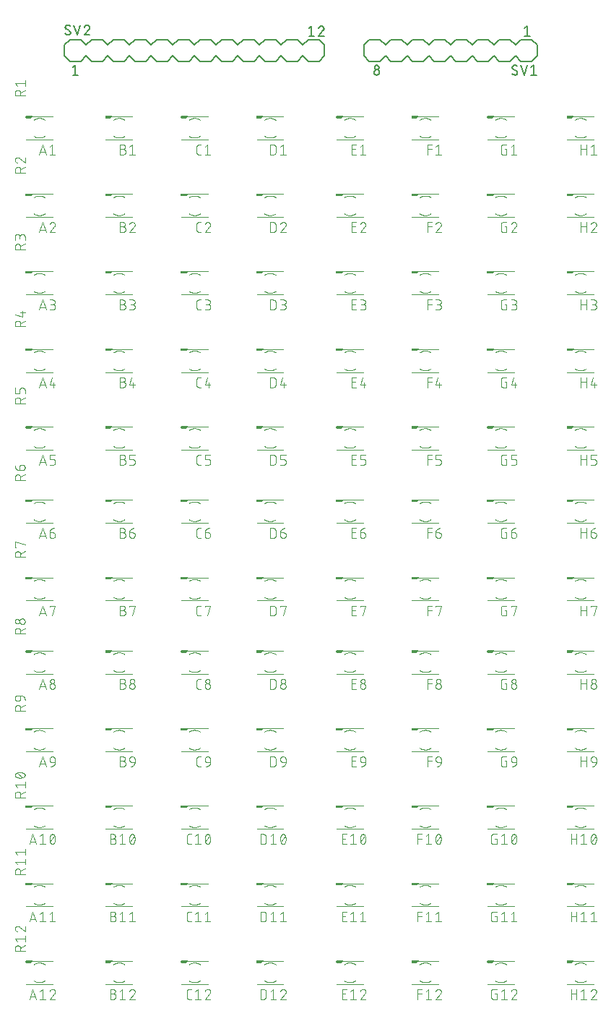
<source format=gbr>
G04 EAGLE Gerber RS-274X export*
G75*
%MOMM*%
%FSLAX34Y34*%
%LPD*%
%INSilkscreen Top*%
%IPPOS*%
%AMOC8*
5,1,8,0,0,1.08239X$1,22.5*%
G01*
%ADD10C,0.101600*%
%ADD11C,0.152400*%
%ADD12C,0.127000*%

G36*
X619008Y1040544D02*
X619008Y1040544D01*
X619015Y1040543D01*
X619105Y1040564D01*
X619197Y1040582D01*
X619203Y1040587D01*
X619211Y1040589D01*
X619359Y1040691D01*
X621109Y1042441D01*
X621110Y1042444D01*
X621112Y1042445D01*
X621165Y1042526D01*
X621220Y1042608D01*
X621220Y1042611D01*
X621222Y1042613D01*
X621239Y1042709D01*
X621257Y1042805D01*
X621257Y1042808D01*
X621257Y1042810D01*
X621236Y1042907D01*
X621216Y1043001D01*
X621214Y1043003D01*
X621214Y1043006D01*
X621157Y1043086D01*
X621101Y1043166D01*
X621099Y1043167D01*
X621098Y1043169D01*
X621015Y1043221D01*
X620932Y1043273D01*
X620930Y1043274D01*
X620927Y1043275D01*
X620750Y1043307D01*
X613500Y1043307D01*
X613495Y1043306D01*
X613490Y1043307D01*
X613397Y1043286D01*
X613304Y1043268D01*
X613299Y1043265D01*
X613294Y1043264D01*
X613216Y1043208D01*
X613138Y1043155D01*
X613135Y1043151D01*
X613131Y1043148D01*
X613080Y1043066D01*
X613028Y1042987D01*
X613028Y1042982D01*
X613025Y1042977D01*
X612993Y1042800D01*
X612993Y1041050D01*
X612994Y1041045D01*
X612993Y1041040D01*
X613014Y1040947D01*
X613032Y1040854D01*
X613035Y1040849D01*
X613036Y1040844D01*
X613092Y1040766D01*
X613145Y1040688D01*
X613149Y1040685D01*
X613152Y1040681D01*
X613234Y1040630D01*
X613313Y1040578D01*
X613318Y1040578D01*
X613323Y1040575D01*
X613500Y1040543D01*
X619000Y1040543D01*
X619008Y1040544D01*
G37*
G36*
X260008Y1040544D02*
X260008Y1040544D01*
X260015Y1040543D01*
X260105Y1040564D01*
X260197Y1040582D01*
X260203Y1040587D01*
X260211Y1040589D01*
X260359Y1040691D01*
X262109Y1042441D01*
X262110Y1042444D01*
X262112Y1042445D01*
X262165Y1042526D01*
X262220Y1042608D01*
X262220Y1042611D01*
X262222Y1042613D01*
X262239Y1042709D01*
X262257Y1042805D01*
X262257Y1042808D01*
X262257Y1042810D01*
X262236Y1042907D01*
X262216Y1043001D01*
X262214Y1043003D01*
X262214Y1043006D01*
X262157Y1043086D01*
X262101Y1043166D01*
X262099Y1043167D01*
X262098Y1043169D01*
X262015Y1043221D01*
X261932Y1043273D01*
X261930Y1043274D01*
X261927Y1043275D01*
X261750Y1043307D01*
X254500Y1043307D01*
X254495Y1043306D01*
X254490Y1043307D01*
X254397Y1043286D01*
X254304Y1043268D01*
X254299Y1043265D01*
X254294Y1043264D01*
X254216Y1043208D01*
X254138Y1043155D01*
X254135Y1043151D01*
X254131Y1043148D01*
X254080Y1043066D01*
X254028Y1042987D01*
X254028Y1042982D01*
X254025Y1042977D01*
X253993Y1042800D01*
X253993Y1041050D01*
X253994Y1041045D01*
X253993Y1041040D01*
X254014Y1040947D01*
X254032Y1040854D01*
X254035Y1040849D01*
X254036Y1040844D01*
X254092Y1040766D01*
X254145Y1040688D01*
X254149Y1040685D01*
X254152Y1040681D01*
X254234Y1040630D01*
X254313Y1040578D01*
X254318Y1040578D01*
X254323Y1040575D01*
X254500Y1040543D01*
X260000Y1040543D01*
X260008Y1040544D01*
G37*
G36*
X712508Y1040544D02*
X712508Y1040544D01*
X712515Y1040543D01*
X712605Y1040564D01*
X712697Y1040582D01*
X712703Y1040587D01*
X712711Y1040589D01*
X712859Y1040691D01*
X714609Y1042441D01*
X714610Y1042444D01*
X714612Y1042445D01*
X714665Y1042526D01*
X714720Y1042608D01*
X714720Y1042611D01*
X714722Y1042613D01*
X714739Y1042709D01*
X714757Y1042805D01*
X714757Y1042808D01*
X714757Y1042810D01*
X714736Y1042907D01*
X714716Y1043001D01*
X714714Y1043003D01*
X714714Y1043006D01*
X714657Y1043086D01*
X714601Y1043166D01*
X714599Y1043167D01*
X714598Y1043169D01*
X714515Y1043221D01*
X714432Y1043273D01*
X714430Y1043274D01*
X714427Y1043275D01*
X714250Y1043307D01*
X707000Y1043307D01*
X706995Y1043306D01*
X706990Y1043307D01*
X706897Y1043286D01*
X706804Y1043268D01*
X706799Y1043265D01*
X706794Y1043264D01*
X706716Y1043208D01*
X706638Y1043155D01*
X706635Y1043151D01*
X706631Y1043148D01*
X706580Y1043066D01*
X706528Y1042987D01*
X706528Y1042982D01*
X706525Y1042977D01*
X706493Y1042800D01*
X706493Y1041050D01*
X706494Y1041045D01*
X706493Y1041040D01*
X706514Y1040947D01*
X706532Y1040854D01*
X706535Y1040849D01*
X706536Y1040844D01*
X706592Y1040766D01*
X706645Y1040688D01*
X706649Y1040685D01*
X706652Y1040681D01*
X706734Y1040630D01*
X706813Y1040578D01*
X706818Y1040578D01*
X706823Y1040575D01*
X707000Y1040543D01*
X712500Y1040543D01*
X712508Y1040544D01*
G37*
G36*
X171508Y1040544D02*
X171508Y1040544D01*
X171515Y1040543D01*
X171605Y1040564D01*
X171697Y1040582D01*
X171703Y1040587D01*
X171711Y1040589D01*
X171859Y1040691D01*
X173609Y1042441D01*
X173610Y1042444D01*
X173612Y1042445D01*
X173665Y1042526D01*
X173720Y1042608D01*
X173720Y1042611D01*
X173722Y1042613D01*
X173739Y1042709D01*
X173757Y1042805D01*
X173757Y1042808D01*
X173757Y1042810D01*
X173736Y1042907D01*
X173716Y1043001D01*
X173714Y1043003D01*
X173714Y1043006D01*
X173657Y1043086D01*
X173601Y1043166D01*
X173599Y1043167D01*
X173598Y1043169D01*
X173515Y1043221D01*
X173432Y1043273D01*
X173430Y1043274D01*
X173427Y1043275D01*
X173250Y1043307D01*
X166000Y1043307D01*
X165995Y1043306D01*
X165990Y1043307D01*
X165897Y1043286D01*
X165804Y1043268D01*
X165799Y1043265D01*
X165794Y1043264D01*
X165716Y1043208D01*
X165638Y1043155D01*
X165635Y1043151D01*
X165631Y1043148D01*
X165580Y1043066D01*
X165528Y1042987D01*
X165528Y1042982D01*
X165525Y1042977D01*
X165493Y1042800D01*
X165493Y1041050D01*
X165494Y1041045D01*
X165493Y1041040D01*
X165514Y1040947D01*
X165532Y1040854D01*
X165535Y1040849D01*
X165536Y1040844D01*
X165592Y1040766D01*
X165645Y1040688D01*
X165649Y1040685D01*
X165652Y1040681D01*
X165734Y1040630D01*
X165813Y1040578D01*
X165818Y1040578D01*
X165823Y1040575D01*
X166000Y1040543D01*
X171500Y1040543D01*
X171508Y1040544D01*
G37*
G36*
X530508Y1040544D02*
X530508Y1040544D01*
X530515Y1040543D01*
X530605Y1040564D01*
X530697Y1040582D01*
X530703Y1040587D01*
X530711Y1040589D01*
X530859Y1040691D01*
X532609Y1042441D01*
X532610Y1042444D01*
X532612Y1042445D01*
X532665Y1042526D01*
X532720Y1042608D01*
X532720Y1042611D01*
X532722Y1042613D01*
X532739Y1042709D01*
X532757Y1042805D01*
X532757Y1042808D01*
X532757Y1042810D01*
X532736Y1042907D01*
X532716Y1043001D01*
X532714Y1043003D01*
X532714Y1043006D01*
X532657Y1043086D01*
X532601Y1043166D01*
X532599Y1043167D01*
X532598Y1043169D01*
X532515Y1043221D01*
X532432Y1043273D01*
X532430Y1043274D01*
X532427Y1043275D01*
X532250Y1043307D01*
X525000Y1043307D01*
X524995Y1043306D01*
X524990Y1043307D01*
X524897Y1043286D01*
X524804Y1043268D01*
X524799Y1043265D01*
X524794Y1043264D01*
X524716Y1043208D01*
X524638Y1043155D01*
X524635Y1043151D01*
X524631Y1043148D01*
X524580Y1043066D01*
X524528Y1042987D01*
X524528Y1042982D01*
X524525Y1042977D01*
X524493Y1042800D01*
X524493Y1041050D01*
X524494Y1041045D01*
X524493Y1041040D01*
X524514Y1040947D01*
X524532Y1040854D01*
X524535Y1040849D01*
X524536Y1040844D01*
X524592Y1040766D01*
X524645Y1040688D01*
X524649Y1040685D01*
X524652Y1040681D01*
X524734Y1040630D01*
X524813Y1040578D01*
X524818Y1040578D01*
X524823Y1040575D01*
X525000Y1040543D01*
X530500Y1040543D01*
X530508Y1040544D01*
G37*
G36*
X442008Y1040544D02*
X442008Y1040544D01*
X442015Y1040543D01*
X442105Y1040564D01*
X442197Y1040582D01*
X442203Y1040587D01*
X442211Y1040589D01*
X442359Y1040691D01*
X444109Y1042441D01*
X444110Y1042444D01*
X444112Y1042445D01*
X444165Y1042526D01*
X444220Y1042608D01*
X444220Y1042611D01*
X444222Y1042613D01*
X444239Y1042709D01*
X444257Y1042805D01*
X444257Y1042808D01*
X444257Y1042810D01*
X444236Y1042907D01*
X444216Y1043001D01*
X444214Y1043003D01*
X444214Y1043006D01*
X444157Y1043086D01*
X444101Y1043166D01*
X444099Y1043167D01*
X444098Y1043169D01*
X444015Y1043221D01*
X443932Y1043273D01*
X443930Y1043274D01*
X443927Y1043275D01*
X443750Y1043307D01*
X436500Y1043307D01*
X436495Y1043306D01*
X436490Y1043307D01*
X436397Y1043286D01*
X436304Y1043268D01*
X436299Y1043265D01*
X436294Y1043264D01*
X436216Y1043208D01*
X436138Y1043155D01*
X436135Y1043151D01*
X436131Y1043148D01*
X436080Y1043066D01*
X436028Y1042987D01*
X436028Y1042982D01*
X436025Y1042977D01*
X435993Y1042800D01*
X435993Y1041050D01*
X435994Y1041045D01*
X435993Y1041040D01*
X436014Y1040947D01*
X436032Y1040854D01*
X436035Y1040849D01*
X436036Y1040844D01*
X436092Y1040766D01*
X436145Y1040688D01*
X436149Y1040685D01*
X436152Y1040681D01*
X436234Y1040630D01*
X436313Y1040578D01*
X436318Y1040578D01*
X436323Y1040575D01*
X436500Y1040543D01*
X442000Y1040543D01*
X442008Y1040544D01*
G37*
G36*
X78008Y1040544D02*
X78008Y1040544D01*
X78015Y1040543D01*
X78105Y1040564D01*
X78197Y1040582D01*
X78203Y1040587D01*
X78211Y1040589D01*
X78359Y1040691D01*
X80109Y1042441D01*
X80110Y1042444D01*
X80112Y1042445D01*
X80165Y1042526D01*
X80220Y1042608D01*
X80220Y1042611D01*
X80222Y1042613D01*
X80239Y1042709D01*
X80257Y1042805D01*
X80257Y1042808D01*
X80257Y1042810D01*
X80236Y1042907D01*
X80216Y1043001D01*
X80214Y1043003D01*
X80214Y1043006D01*
X80157Y1043086D01*
X80101Y1043166D01*
X80099Y1043167D01*
X80098Y1043169D01*
X80015Y1043221D01*
X79932Y1043273D01*
X79930Y1043274D01*
X79927Y1043275D01*
X79750Y1043307D01*
X72500Y1043307D01*
X72495Y1043306D01*
X72490Y1043307D01*
X72397Y1043286D01*
X72304Y1043268D01*
X72299Y1043265D01*
X72294Y1043264D01*
X72216Y1043208D01*
X72138Y1043155D01*
X72135Y1043151D01*
X72131Y1043148D01*
X72080Y1043066D01*
X72028Y1042987D01*
X72028Y1042982D01*
X72025Y1042977D01*
X71993Y1042800D01*
X71993Y1041050D01*
X71994Y1041045D01*
X71993Y1041040D01*
X72014Y1040947D01*
X72032Y1040854D01*
X72035Y1040849D01*
X72036Y1040844D01*
X72092Y1040766D01*
X72145Y1040688D01*
X72149Y1040685D01*
X72152Y1040681D01*
X72234Y1040630D01*
X72313Y1040578D01*
X72318Y1040578D01*
X72323Y1040575D01*
X72500Y1040543D01*
X78000Y1040543D01*
X78008Y1040544D01*
G37*
G36*
X348508Y1040544D02*
X348508Y1040544D01*
X348515Y1040543D01*
X348605Y1040564D01*
X348697Y1040582D01*
X348703Y1040587D01*
X348711Y1040589D01*
X348859Y1040691D01*
X350609Y1042441D01*
X350610Y1042444D01*
X350612Y1042445D01*
X350665Y1042526D01*
X350720Y1042608D01*
X350720Y1042611D01*
X350722Y1042613D01*
X350739Y1042709D01*
X350757Y1042805D01*
X350757Y1042808D01*
X350757Y1042810D01*
X350736Y1042907D01*
X350716Y1043001D01*
X350714Y1043003D01*
X350714Y1043006D01*
X350657Y1043086D01*
X350601Y1043166D01*
X350599Y1043167D01*
X350598Y1043169D01*
X350515Y1043221D01*
X350432Y1043273D01*
X350430Y1043274D01*
X350427Y1043275D01*
X350250Y1043307D01*
X343000Y1043307D01*
X342995Y1043306D01*
X342990Y1043307D01*
X342897Y1043286D01*
X342804Y1043268D01*
X342799Y1043265D01*
X342794Y1043264D01*
X342716Y1043208D01*
X342638Y1043155D01*
X342635Y1043151D01*
X342631Y1043148D01*
X342580Y1043066D01*
X342528Y1042987D01*
X342528Y1042982D01*
X342525Y1042977D01*
X342493Y1042800D01*
X342493Y1041050D01*
X342494Y1041045D01*
X342493Y1041040D01*
X342514Y1040947D01*
X342532Y1040854D01*
X342535Y1040849D01*
X342536Y1040844D01*
X342592Y1040766D01*
X342645Y1040688D01*
X342649Y1040685D01*
X342652Y1040681D01*
X342734Y1040630D01*
X342813Y1040578D01*
X342818Y1040578D01*
X342823Y1040575D01*
X343000Y1040543D01*
X348500Y1040543D01*
X348508Y1040544D01*
G37*
G36*
X712508Y949744D02*
X712508Y949744D01*
X712515Y949743D01*
X712605Y949764D01*
X712697Y949782D01*
X712703Y949787D01*
X712711Y949789D01*
X712859Y949891D01*
X714609Y951641D01*
X714610Y951644D01*
X714612Y951645D01*
X714665Y951726D01*
X714720Y951808D01*
X714720Y951811D01*
X714722Y951813D01*
X714739Y951909D01*
X714757Y952005D01*
X714757Y952008D01*
X714757Y952010D01*
X714736Y952107D01*
X714716Y952201D01*
X714714Y952203D01*
X714714Y952206D01*
X714657Y952286D01*
X714601Y952366D01*
X714599Y952367D01*
X714598Y952369D01*
X714515Y952421D01*
X714432Y952473D01*
X714430Y952474D01*
X714427Y952475D01*
X714250Y952507D01*
X707000Y952507D01*
X706995Y952506D01*
X706990Y952507D01*
X706897Y952486D01*
X706804Y952468D01*
X706799Y952465D01*
X706794Y952464D01*
X706716Y952408D01*
X706638Y952355D01*
X706635Y952351D01*
X706631Y952348D01*
X706580Y952266D01*
X706528Y952187D01*
X706528Y952182D01*
X706525Y952177D01*
X706493Y952000D01*
X706493Y950250D01*
X706494Y950245D01*
X706493Y950240D01*
X706514Y950147D01*
X706532Y950054D01*
X706535Y950049D01*
X706536Y950044D01*
X706592Y949966D01*
X706645Y949888D01*
X706649Y949885D01*
X706652Y949881D01*
X706734Y949830D01*
X706813Y949778D01*
X706818Y949778D01*
X706823Y949775D01*
X707000Y949743D01*
X712500Y949743D01*
X712508Y949744D01*
G37*
G36*
X260008Y949744D02*
X260008Y949744D01*
X260015Y949743D01*
X260105Y949764D01*
X260197Y949782D01*
X260203Y949787D01*
X260211Y949789D01*
X260359Y949891D01*
X262109Y951641D01*
X262110Y951644D01*
X262112Y951645D01*
X262165Y951726D01*
X262220Y951808D01*
X262220Y951811D01*
X262222Y951813D01*
X262239Y951909D01*
X262257Y952005D01*
X262257Y952008D01*
X262257Y952010D01*
X262236Y952107D01*
X262216Y952201D01*
X262214Y952203D01*
X262214Y952206D01*
X262157Y952286D01*
X262101Y952366D01*
X262099Y952367D01*
X262098Y952369D01*
X262015Y952421D01*
X261932Y952473D01*
X261930Y952474D01*
X261927Y952475D01*
X261750Y952507D01*
X254500Y952507D01*
X254495Y952506D01*
X254490Y952507D01*
X254397Y952486D01*
X254304Y952468D01*
X254299Y952465D01*
X254294Y952464D01*
X254216Y952408D01*
X254138Y952355D01*
X254135Y952351D01*
X254131Y952348D01*
X254080Y952266D01*
X254028Y952187D01*
X254028Y952182D01*
X254025Y952177D01*
X253993Y952000D01*
X253993Y950250D01*
X253994Y950245D01*
X253993Y950240D01*
X254014Y950147D01*
X254032Y950054D01*
X254035Y950049D01*
X254036Y950044D01*
X254092Y949966D01*
X254145Y949888D01*
X254149Y949885D01*
X254152Y949881D01*
X254234Y949830D01*
X254313Y949778D01*
X254318Y949778D01*
X254323Y949775D01*
X254500Y949743D01*
X260000Y949743D01*
X260008Y949744D01*
G37*
G36*
X348508Y949744D02*
X348508Y949744D01*
X348515Y949743D01*
X348605Y949764D01*
X348697Y949782D01*
X348703Y949787D01*
X348711Y949789D01*
X348859Y949891D01*
X350609Y951641D01*
X350610Y951644D01*
X350612Y951645D01*
X350665Y951726D01*
X350720Y951808D01*
X350720Y951811D01*
X350722Y951813D01*
X350739Y951909D01*
X350757Y952005D01*
X350757Y952008D01*
X350757Y952010D01*
X350736Y952107D01*
X350716Y952201D01*
X350714Y952203D01*
X350714Y952206D01*
X350657Y952286D01*
X350601Y952366D01*
X350599Y952367D01*
X350598Y952369D01*
X350515Y952421D01*
X350432Y952473D01*
X350430Y952474D01*
X350427Y952475D01*
X350250Y952507D01*
X343000Y952507D01*
X342995Y952506D01*
X342990Y952507D01*
X342897Y952486D01*
X342804Y952468D01*
X342799Y952465D01*
X342794Y952464D01*
X342716Y952408D01*
X342638Y952355D01*
X342635Y952351D01*
X342631Y952348D01*
X342580Y952266D01*
X342528Y952187D01*
X342528Y952182D01*
X342525Y952177D01*
X342493Y952000D01*
X342493Y950250D01*
X342494Y950245D01*
X342493Y950240D01*
X342514Y950147D01*
X342532Y950054D01*
X342535Y950049D01*
X342536Y950044D01*
X342592Y949966D01*
X342645Y949888D01*
X342649Y949885D01*
X342652Y949881D01*
X342734Y949830D01*
X342813Y949778D01*
X342818Y949778D01*
X342823Y949775D01*
X343000Y949743D01*
X348500Y949743D01*
X348508Y949744D01*
G37*
G36*
X442008Y949744D02*
X442008Y949744D01*
X442015Y949743D01*
X442105Y949764D01*
X442197Y949782D01*
X442203Y949787D01*
X442211Y949789D01*
X442359Y949891D01*
X444109Y951641D01*
X444110Y951644D01*
X444112Y951645D01*
X444165Y951726D01*
X444220Y951808D01*
X444220Y951811D01*
X444222Y951813D01*
X444239Y951909D01*
X444257Y952005D01*
X444257Y952008D01*
X444257Y952010D01*
X444236Y952107D01*
X444216Y952201D01*
X444214Y952203D01*
X444214Y952206D01*
X444157Y952286D01*
X444101Y952366D01*
X444099Y952367D01*
X444098Y952369D01*
X444015Y952421D01*
X443932Y952473D01*
X443930Y952474D01*
X443927Y952475D01*
X443750Y952507D01*
X436500Y952507D01*
X436495Y952506D01*
X436490Y952507D01*
X436397Y952486D01*
X436304Y952468D01*
X436299Y952465D01*
X436294Y952464D01*
X436216Y952408D01*
X436138Y952355D01*
X436135Y952351D01*
X436131Y952348D01*
X436080Y952266D01*
X436028Y952187D01*
X436028Y952182D01*
X436025Y952177D01*
X435993Y952000D01*
X435993Y950250D01*
X435994Y950245D01*
X435993Y950240D01*
X436014Y950147D01*
X436032Y950054D01*
X436035Y950049D01*
X436036Y950044D01*
X436092Y949966D01*
X436145Y949888D01*
X436149Y949885D01*
X436152Y949881D01*
X436234Y949830D01*
X436313Y949778D01*
X436318Y949778D01*
X436323Y949775D01*
X436500Y949743D01*
X442000Y949743D01*
X442008Y949744D01*
G37*
G36*
X530508Y949744D02*
X530508Y949744D01*
X530515Y949743D01*
X530605Y949764D01*
X530697Y949782D01*
X530703Y949787D01*
X530711Y949789D01*
X530859Y949891D01*
X532609Y951641D01*
X532610Y951644D01*
X532612Y951645D01*
X532665Y951726D01*
X532720Y951808D01*
X532720Y951811D01*
X532722Y951813D01*
X532739Y951909D01*
X532757Y952005D01*
X532757Y952008D01*
X532757Y952010D01*
X532736Y952107D01*
X532716Y952201D01*
X532714Y952203D01*
X532714Y952206D01*
X532657Y952286D01*
X532601Y952366D01*
X532599Y952367D01*
X532598Y952369D01*
X532515Y952421D01*
X532432Y952473D01*
X532430Y952474D01*
X532427Y952475D01*
X532250Y952507D01*
X525000Y952507D01*
X524995Y952506D01*
X524990Y952507D01*
X524897Y952486D01*
X524804Y952468D01*
X524799Y952465D01*
X524794Y952464D01*
X524716Y952408D01*
X524638Y952355D01*
X524635Y952351D01*
X524631Y952348D01*
X524580Y952266D01*
X524528Y952187D01*
X524528Y952182D01*
X524525Y952177D01*
X524493Y952000D01*
X524493Y950250D01*
X524494Y950245D01*
X524493Y950240D01*
X524514Y950147D01*
X524532Y950054D01*
X524535Y950049D01*
X524536Y950044D01*
X524592Y949966D01*
X524645Y949888D01*
X524649Y949885D01*
X524652Y949881D01*
X524734Y949830D01*
X524813Y949778D01*
X524818Y949778D01*
X524823Y949775D01*
X525000Y949743D01*
X530500Y949743D01*
X530508Y949744D01*
G37*
G36*
X619008Y949744D02*
X619008Y949744D01*
X619015Y949743D01*
X619105Y949764D01*
X619197Y949782D01*
X619203Y949787D01*
X619211Y949789D01*
X619359Y949891D01*
X621109Y951641D01*
X621110Y951644D01*
X621112Y951645D01*
X621165Y951726D01*
X621220Y951808D01*
X621220Y951811D01*
X621222Y951813D01*
X621239Y951909D01*
X621257Y952005D01*
X621257Y952008D01*
X621257Y952010D01*
X621236Y952107D01*
X621216Y952201D01*
X621214Y952203D01*
X621214Y952206D01*
X621157Y952286D01*
X621101Y952366D01*
X621099Y952367D01*
X621098Y952369D01*
X621015Y952421D01*
X620932Y952473D01*
X620930Y952474D01*
X620927Y952475D01*
X620750Y952507D01*
X613500Y952507D01*
X613495Y952506D01*
X613490Y952507D01*
X613397Y952486D01*
X613304Y952468D01*
X613299Y952465D01*
X613294Y952464D01*
X613216Y952408D01*
X613138Y952355D01*
X613135Y952351D01*
X613131Y952348D01*
X613080Y952266D01*
X613028Y952187D01*
X613028Y952182D01*
X613025Y952177D01*
X612993Y952000D01*
X612993Y950250D01*
X612994Y950245D01*
X612993Y950240D01*
X613014Y950147D01*
X613032Y950054D01*
X613035Y950049D01*
X613036Y950044D01*
X613092Y949966D01*
X613145Y949888D01*
X613149Y949885D01*
X613152Y949881D01*
X613234Y949830D01*
X613313Y949778D01*
X613318Y949778D01*
X613323Y949775D01*
X613500Y949743D01*
X619000Y949743D01*
X619008Y949744D01*
G37*
G36*
X171508Y949744D02*
X171508Y949744D01*
X171515Y949743D01*
X171605Y949764D01*
X171697Y949782D01*
X171703Y949787D01*
X171711Y949789D01*
X171859Y949891D01*
X173609Y951641D01*
X173610Y951644D01*
X173612Y951645D01*
X173665Y951726D01*
X173720Y951808D01*
X173720Y951811D01*
X173722Y951813D01*
X173739Y951909D01*
X173757Y952005D01*
X173757Y952008D01*
X173757Y952010D01*
X173736Y952107D01*
X173716Y952201D01*
X173714Y952203D01*
X173714Y952206D01*
X173657Y952286D01*
X173601Y952366D01*
X173599Y952367D01*
X173598Y952369D01*
X173515Y952421D01*
X173432Y952473D01*
X173430Y952474D01*
X173427Y952475D01*
X173250Y952507D01*
X166000Y952507D01*
X165995Y952506D01*
X165990Y952507D01*
X165897Y952486D01*
X165804Y952468D01*
X165799Y952465D01*
X165794Y952464D01*
X165716Y952408D01*
X165638Y952355D01*
X165635Y952351D01*
X165631Y952348D01*
X165580Y952266D01*
X165528Y952187D01*
X165528Y952182D01*
X165525Y952177D01*
X165493Y952000D01*
X165493Y950250D01*
X165494Y950245D01*
X165493Y950240D01*
X165514Y950147D01*
X165532Y950054D01*
X165535Y950049D01*
X165536Y950044D01*
X165592Y949966D01*
X165645Y949888D01*
X165649Y949885D01*
X165652Y949881D01*
X165734Y949830D01*
X165813Y949778D01*
X165818Y949778D01*
X165823Y949775D01*
X166000Y949743D01*
X171500Y949743D01*
X171508Y949744D01*
G37*
G36*
X78008Y949744D02*
X78008Y949744D01*
X78015Y949743D01*
X78105Y949764D01*
X78197Y949782D01*
X78203Y949787D01*
X78211Y949789D01*
X78359Y949891D01*
X80109Y951641D01*
X80110Y951644D01*
X80112Y951645D01*
X80165Y951726D01*
X80220Y951808D01*
X80220Y951811D01*
X80222Y951813D01*
X80239Y951909D01*
X80257Y952005D01*
X80257Y952008D01*
X80257Y952010D01*
X80236Y952107D01*
X80216Y952201D01*
X80214Y952203D01*
X80214Y952206D01*
X80157Y952286D01*
X80101Y952366D01*
X80099Y952367D01*
X80098Y952369D01*
X80015Y952421D01*
X79932Y952473D01*
X79930Y952474D01*
X79927Y952475D01*
X79750Y952507D01*
X72500Y952507D01*
X72495Y952506D01*
X72490Y952507D01*
X72397Y952486D01*
X72304Y952468D01*
X72299Y952465D01*
X72294Y952464D01*
X72216Y952408D01*
X72138Y952355D01*
X72135Y952351D01*
X72131Y952348D01*
X72080Y952266D01*
X72028Y952187D01*
X72028Y952182D01*
X72025Y952177D01*
X71993Y952000D01*
X71993Y950250D01*
X71994Y950245D01*
X71993Y950240D01*
X72014Y950147D01*
X72032Y950054D01*
X72035Y950049D01*
X72036Y950044D01*
X72092Y949966D01*
X72145Y949888D01*
X72149Y949885D01*
X72152Y949881D01*
X72234Y949830D01*
X72313Y949778D01*
X72318Y949778D01*
X72323Y949775D01*
X72500Y949743D01*
X78000Y949743D01*
X78008Y949744D01*
G37*
G36*
X712508Y858944D02*
X712508Y858944D01*
X712515Y858943D01*
X712605Y858964D01*
X712697Y858982D01*
X712703Y858987D01*
X712711Y858989D01*
X712859Y859091D01*
X714609Y860841D01*
X714610Y860844D01*
X714612Y860845D01*
X714665Y860926D01*
X714720Y861008D01*
X714720Y861011D01*
X714722Y861013D01*
X714739Y861109D01*
X714757Y861205D01*
X714757Y861208D01*
X714757Y861210D01*
X714736Y861307D01*
X714716Y861401D01*
X714714Y861403D01*
X714714Y861406D01*
X714657Y861486D01*
X714601Y861566D01*
X714599Y861567D01*
X714598Y861569D01*
X714515Y861621D01*
X714432Y861673D01*
X714430Y861674D01*
X714427Y861675D01*
X714250Y861707D01*
X707000Y861707D01*
X706995Y861706D01*
X706990Y861707D01*
X706897Y861686D01*
X706804Y861668D01*
X706799Y861665D01*
X706794Y861664D01*
X706716Y861608D01*
X706638Y861555D01*
X706635Y861551D01*
X706631Y861548D01*
X706580Y861466D01*
X706528Y861387D01*
X706528Y861382D01*
X706525Y861377D01*
X706493Y861200D01*
X706493Y859450D01*
X706494Y859445D01*
X706493Y859440D01*
X706514Y859347D01*
X706532Y859254D01*
X706535Y859249D01*
X706536Y859244D01*
X706592Y859166D01*
X706645Y859088D01*
X706649Y859085D01*
X706652Y859081D01*
X706734Y859030D01*
X706813Y858978D01*
X706818Y858978D01*
X706823Y858975D01*
X707000Y858943D01*
X712500Y858943D01*
X712508Y858944D01*
G37*
G36*
X619008Y858944D02*
X619008Y858944D01*
X619015Y858943D01*
X619105Y858964D01*
X619197Y858982D01*
X619203Y858987D01*
X619211Y858989D01*
X619359Y859091D01*
X621109Y860841D01*
X621110Y860844D01*
X621112Y860845D01*
X621165Y860926D01*
X621220Y861008D01*
X621220Y861011D01*
X621222Y861013D01*
X621239Y861109D01*
X621257Y861205D01*
X621257Y861208D01*
X621257Y861210D01*
X621236Y861307D01*
X621216Y861401D01*
X621214Y861403D01*
X621214Y861406D01*
X621157Y861486D01*
X621101Y861566D01*
X621099Y861567D01*
X621098Y861569D01*
X621015Y861621D01*
X620932Y861673D01*
X620930Y861674D01*
X620927Y861675D01*
X620750Y861707D01*
X613500Y861707D01*
X613495Y861706D01*
X613490Y861707D01*
X613397Y861686D01*
X613304Y861668D01*
X613299Y861665D01*
X613294Y861664D01*
X613216Y861608D01*
X613138Y861555D01*
X613135Y861551D01*
X613131Y861548D01*
X613080Y861466D01*
X613028Y861387D01*
X613028Y861382D01*
X613025Y861377D01*
X612993Y861200D01*
X612993Y859450D01*
X612994Y859445D01*
X612993Y859440D01*
X613014Y859347D01*
X613032Y859254D01*
X613035Y859249D01*
X613036Y859244D01*
X613092Y859166D01*
X613145Y859088D01*
X613149Y859085D01*
X613152Y859081D01*
X613234Y859030D01*
X613313Y858978D01*
X613318Y858978D01*
X613323Y858975D01*
X613500Y858943D01*
X619000Y858943D01*
X619008Y858944D01*
G37*
G36*
X78008Y858944D02*
X78008Y858944D01*
X78015Y858943D01*
X78105Y858964D01*
X78197Y858982D01*
X78203Y858987D01*
X78211Y858989D01*
X78359Y859091D01*
X80109Y860841D01*
X80110Y860844D01*
X80112Y860845D01*
X80165Y860926D01*
X80220Y861008D01*
X80220Y861011D01*
X80222Y861013D01*
X80239Y861109D01*
X80257Y861205D01*
X80257Y861208D01*
X80257Y861210D01*
X80236Y861307D01*
X80216Y861401D01*
X80214Y861403D01*
X80214Y861406D01*
X80157Y861486D01*
X80101Y861566D01*
X80099Y861567D01*
X80098Y861569D01*
X80015Y861621D01*
X79932Y861673D01*
X79930Y861674D01*
X79927Y861675D01*
X79750Y861707D01*
X72500Y861707D01*
X72495Y861706D01*
X72490Y861707D01*
X72397Y861686D01*
X72304Y861668D01*
X72299Y861665D01*
X72294Y861664D01*
X72216Y861608D01*
X72138Y861555D01*
X72135Y861551D01*
X72131Y861548D01*
X72080Y861466D01*
X72028Y861387D01*
X72028Y861382D01*
X72025Y861377D01*
X71993Y861200D01*
X71993Y859450D01*
X71994Y859445D01*
X71993Y859440D01*
X72014Y859347D01*
X72032Y859254D01*
X72035Y859249D01*
X72036Y859244D01*
X72092Y859166D01*
X72145Y859088D01*
X72149Y859085D01*
X72152Y859081D01*
X72234Y859030D01*
X72313Y858978D01*
X72318Y858978D01*
X72323Y858975D01*
X72500Y858943D01*
X78000Y858943D01*
X78008Y858944D01*
G37*
G36*
X348508Y858944D02*
X348508Y858944D01*
X348515Y858943D01*
X348605Y858964D01*
X348697Y858982D01*
X348703Y858987D01*
X348711Y858989D01*
X348859Y859091D01*
X350609Y860841D01*
X350610Y860844D01*
X350612Y860845D01*
X350665Y860926D01*
X350720Y861008D01*
X350720Y861011D01*
X350722Y861013D01*
X350739Y861109D01*
X350757Y861205D01*
X350757Y861208D01*
X350757Y861210D01*
X350736Y861307D01*
X350716Y861401D01*
X350714Y861403D01*
X350714Y861406D01*
X350657Y861486D01*
X350601Y861566D01*
X350599Y861567D01*
X350598Y861569D01*
X350515Y861621D01*
X350432Y861673D01*
X350430Y861674D01*
X350427Y861675D01*
X350250Y861707D01*
X343000Y861707D01*
X342995Y861706D01*
X342990Y861707D01*
X342897Y861686D01*
X342804Y861668D01*
X342799Y861665D01*
X342794Y861664D01*
X342716Y861608D01*
X342638Y861555D01*
X342635Y861551D01*
X342631Y861548D01*
X342580Y861466D01*
X342528Y861387D01*
X342528Y861382D01*
X342525Y861377D01*
X342493Y861200D01*
X342493Y859450D01*
X342494Y859445D01*
X342493Y859440D01*
X342514Y859347D01*
X342532Y859254D01*
X342535Y859249D01*
X342536Y859244D01*
X342592Y859166D01*
X342645Y859088D01*
X342649Y859085D01*
X342652Y859081D01*
X342734Y859030D01*
X342813Y858978D01*
X342818Y858978D01*
X342823Y858975D01*
X343000Y858943D01*
X348500Y858943D01*
X348508Y858944D01*
G37*
G36*
X260008Y858944D02*
X260008Y858944D01*
X260015Y858943D01*
X260105Y858964D01*
X260197Y858982D01*
X260203Y858987D01*
X260211Y858989D01*
X260359Y859091D01*
X262109Y860841D01*
X262110Y860844D01*
X262112Y860845D01*
X262165Y860926D01*
X262220Y861008D01*
X262220Y861011D01*
X262222Y861013D01*
X262239Y861109D01*
X262257Y861205D01*
X262257Y861208D01*
X262257Y861210D01*
X262236Y861307D01*
X262216Y861401D01*
X262214Y861403D01*
X262214Y861406D01*
X262157Y861486D01*
X262101Y861566D01*
X262099Y861567D01*
X262098Y861569D01*
X262015Y861621D01*
X261932Y861673D01*
X261930Y861674D01*
X261927Y861675D01*
X261750Y861707D01*
X254500Y861707D01*
X254495Y861706D01*
X254490Y861707D01*
X254397Y861686D01*
X254304Y861668D01*
X254299Y861665D01*
X254294Y861664D01*
X254216Y861608D01*
X254138Y861555D01*
X254135Y861551D01*
X254131Y861548D01*
X254080Y861466D01*
X254028Y861387D01*
X254028Y861382D01*
X254025Y861377D01*
X253993Y861200D01*
X253993Y859450D01*
X253994Y859445D01*
X253993Y859440D01*
X254014Y859347D01*
X254032Y859254D01*
X254035Y859249D01*
X254036Y859244D01*
X254092Y859166D01*
X254145Y859088D01*
X254149Y859085D01*
X254152Y859081D01*
X254234Y859030D01*
X254313Y858978D01*
X254318Y858978D01*
X254323Y858975D01*
X254500Y858943D01*
X260000Y858943D01*
X260008Y858944D01*
G37*
G36*
X442008Y858944D02*
X442008Y858944D01*
X442015Y858943D01*
X442105Y858964D01*
X442197Y858982D01*
X442203Y858987D01*
X442211Y858989D01*
X442359Y859091D01*
X444109Y860841D01*
X444110Y860844D01*
X444112Y860845D01*
X444165Y860926D01*
X444220Y861008D01*
X444220Y861011D01*
X444222Y861013D01*
X444239Y861109D01*
X444257Y861205D01*
X444257Y861208D01*
X444257Y861210D01*
X444236Y861307D01*
X444216Y861401D01*
X444214Y861403D01*
X444214Y861406D01*
X444157Y861486D01*
X444101Y861566D01*
X444099Y861567D01*
X444098Y861569D01*
X444015Y861621D01*
X443932Y861673D01*
X443930Y861674D01*
X443927Y861675D01*
X443750Y861707D01*
X436500Y861707D01*
X436495Y861706D01*
X436490Y861707D01*
X436397Y861686D01*
X436304Y861668D01*
X436299Y861665D01*
X436294Y861664D01*
X436216Y861608D01*
X436138Y861555D01*
X436135Y861551D01*
X436131Y861548D01*
X436080Y861466D01*
X436028Y861387D01*
X436028Y861382D01*
X436025Y861377D01*
X435993Y861200D01*
X435993Y859450D01*
X435994Y859445D01*
X435993Y859440D01*
X436014Y859347D01*
X436032Y859254D01*
X436035Y859249D01*
X436036Y859244D01*
X436092Y859166D01*
X436145Y859088D01*
X436149Y859085D01*
X436152Y859081D01*
X436234Y859030D01*
X436313Y858978D01*
X436318Y858978D01*
X436323Y858975D01*
X436500Y858943D01*
X442000Y858943D01*
X442008Y858944D01*
G37*
G36*
X171508Y858944D02*
X171508Y858944D01*
X171515Y858943D01*
X171605Y858964D01*
X171697Y858982D01*
X171703Y858987D01*
X171711Y858989D01*
X171859Y859091D01*
X173609Y860841D01*
X173610Y860844D01*
X173612Y860845D01*
X173665Y860926D01*
X173720Y861008D01*
X173720Y861011D01*
X173722Y861013D01*
X173739Y861109D01*
X173757Y861205D01*
X173757Y861208D01*
X173757Y861210D01*
X173736Y861307D01*
X173716Y861401D01*
X173714Y861403D01*
X173714Y861406D01*
X173657Y861486D01*
X173601Y861566D01*
X173599Y861567D01*
X173598Y861569D01*
X173515Y861621D01*
X173432Y861673D01*
X173430Y861674D01*
X173427Y861675D01*
X173250Y861707D01*
X166000Y861707D01*
X165995Y861706D01*
X165990Y861707D01*
X165897Y861686D01*
X165804Y861668D01*
X165799Y861665D01*
X165794Y861664D01*
X165716Y861608D01*
X165638Y861555D01*
X165635Y861551D01*
X165631Y861548D01*
X165580Y861466D01*
X165528Y861387D01*
X165528Y861382D01*
X165525Y861377D01*
X165493Y861200D01*
X165493Y859450D01*
X165494Y859445D01*
X165493Y859440D01*
X165514Y859347D01*
X165532Y859254D01*
X165535Y859249D01*
X165536Y859244D01*
X165592Y859166D01*
X165645Y859088D01*
X165649Y859085D01*
X165652Y859081D01*
X165734Y859030D01*
X165813Y858978D01*
X165818Y858978D01*
X165823Y858975D01*
X166000Y858943D01*
X171500Y858943D01*
X171508Y858944D01*
G37*
G36*
X530508Y858944D02*
X530508Y858944D01*
X530515Y858943D01*
X530605Y858964D01*
X530697Y858982D01*
X530703Y858987D01*
X530711Y858989D01*
X530859Y859091D01*
X532609Y860841D01*
X532610Y860844D01*
X532612Y860845D01*
X532665Y860926D01*
X532720Y861008D01*
X532720Y861011D01*
X532722Y861013D01*
X532739Y861109D01*
X532757Y861205D01*
X532757Y861208D01*
X532757Y861210D01*
X532736Y861307D01*
X532716Y861401D01*
X532714Y861403D01*
X532714Y861406D01*
X532657Y861486D01*
X532601Y861566D01*
X532599Y861567D01*
X532598Y861569D01*
X532515Y861621D01*
X532432Y861673D01*
X532430Y861674D01*
X532427Y861675D01*
X532250Y861707D01*
X525000Y861707D01*
X524995Y861706D01*
X524990Y861707D01*
X524897Y861686D01*
X524804Y861668D01*
X524799Y861665D01*
X524794Y861664D01*
X524716Y861608D01*
X524638Y861555D01*
X524635Y861551D01*
X524631Y861548D01*
X524580Y861466D01*
X524528Y861387D01*
X524528Y861382D01*
X524525Y861377D01*
X524493Y861200D01*
X524493Y859450D01*
X524494Y859445D01*
X524493Y859440D01*
X524514Y859347D01*
X524532Y859254D01*
X524535Y859249D01*
X524536Y859244D01*
X524592Y859166D01*
X524645Y859088D01*
X524649Y859085D01*
X524652Y859081D01*
X524734Y859030D01*
X524813Y858978D01*
X524818Y858978D01*
X524823Y858975D01*
X525000Y858943D01*
X530500Y858943D01*
X530508Y858944D01*
G37*
G36*
X260008Y768144D02*
X260008Y768144D01*
X260015Y768143D01*
X260105Y768164D01*
X260197Y768182D01*
X260203Y768187D01*
X260211Y768189D01*
X260359Y768291D01*
X262109Y770041D01*
X262110Y770044D01*
X262112Y770045D01*
X262165Y770126D01*
X262220Y770208D01*
X262220Y770211D01*
X262222Y770213D01*
X262239Y770309D01*
X262257Y770405D01*
X262257Y770408D01*
X262257Y770410D01*
X262236Y770507D01*
X262216Y770601D01*
X262214Y770603D01*
X262214Y770606D01*
X262157Y770686D01*
X262101Y770766D01*
X262099Y770767D01*
X262098Y770769D01*
X262015Y770821D01*
X261932Y770873D01*
X261930Y770874D01*
X261927Y770875D01*
X261750Y770907D01*
X254500Y770907D01*
X254495Y770906D01*
X254490Y770907D01*
X254397Y770886D01*
X254304Y770868D01*
X254299Y770865D01*
X254294Y770864D01*
X254216Y770808D01*
X254138Y770755D01*
X254135Y770751D01*
X254131Y770748D01*
X254080Y770666D01*
X254028Y770587D01*
X254028Y770582D01*
X254025Y770577D01*
X253993Y770400D01*
X253993Y768650D01*
X253994Y768645D01*
X253993Y768640D01*
X254014Y768547D01*
X254032Y768454D01*
X254035Y768449D01*
X254036Y768444D01*
X254092Y768366D01*
X254145Y768288D01*
X254149Y768285D01*
X254152Y768281D01*
X254234Y768230D01*
X254313Y768178D01*
X254318Y768178D01*
X254323Y768175D01*
X254500Y768143D01*
X260000Y768143D01*
X260008Y768144D01*
G37*
G36*
X348508Y768144D02*
X348508Y768144D01*
X348515Y768143D01*
X348605Y768164D01*
X348697Y768182D01*
X348703Y768187D01*
X348711Y768189D01*
X348859Y768291D01*
X350609Y770041D01*
X350610Y770044D01*
X350612Y770045D01*
X350665Y770126D01*
X350720Y770208D01*
X350720Y770211D01*
X350722Y770213D01*
X350739Y770309D01*
X350757Y770405D01*
X350757Y770408D01*
X350757Y770410D01*
X350736Y770507D01*
X350716Y770601D01*
X350714Y770603D01*
X350714Y770606D01*
X350657Y770686D01*
X350601Y770766D01*
X350599Y770767D01*
X350598Y770769D01*
X350515Y770821D01*
X350432Y770873D01*
X350430Y770874D01*
X350427Y770875D01*
X350250Y770907D01*
X343000Y770907D01*
X342995Y770906D01*
X342990Y770907D01*
X342897Y770886D01*
X342804Y770868D01*
X342799Y770865D01*
X342794Y770864D01*
X342716Y770808D01*
X342638Y770755D01*
X342635Y770751D01*
X342631Y770748D01*
X342580Y770666D01*
X342528Y770587D01*
X342528Y770582D01*
X342525Y770577D01*
X342493Y770400D01*
X342493Y768650D01*
X342494Y768645D01*
X342493Y768640D01*
X342514Y768547D01*
X342532Y768454D01*
X342535Y768449D01*
X342536Y768444D01*
X342592Y768366D01*
X342645Y768288D01*
X342649Y768285D01*
X342652Y768281D01*
X342734Y768230D01*
X342813Y768178D01*
X342818Y768178D01*
X342823Y768175D01*
X343000Y768143D01*
X348500Y768143D01*
X348508Y768144D01*
G37*
G36*
X712508Y768144D02*
X712508Y768144D01*
X712515Y768143D01*
X712605Y768164D01*
X712697Y768182D01*
X712703Y768187D01*
X712711Y768189D01*
X712859Y768291D01*
X714609Y770041D01*
X714610Y770044D01*
X714612Y770045D01*
X714665Y770126D01*
X714720Y770208D01*
X714720Y770211D01*
X714722Y770213D01*
X714739Y770309D01*
X714757Y770405D01*
X714757Y770408D01*
X714757Y770410D01*
X714736Y770507D01*
X714716Y770601D01*
X714714Y770603D01*
X714714Y770606D01*
X714657Y770686D01*
X714601Y770766D01*
X714599Y770767D01*
X714598Y770769D01*
X714515Y770821D01*
X714432Y770873D01*
X714430Y770874D01*
X714427Y770875D01*
X714250Y770907D01*
X707000Y770907D01*
X706995Y770906D01*
X706990Y770907D01*
X706897Y770886D01*
X706804Y770868D01*
X706799Y770865D01*
X706794Y770864D01*
X706716Y770808D01*
X706638Y770755D01*
X706635Y770751D01*
X706631Y770748D01*
X706580Y770666D01*
X706528Y770587D01*
X706528Y770582D01*
X706525Y770577D01*
X706493Y770400D01*
X706493Y768650D01*
X706494Y768645D01*
X706493Y768640D01*
X706514Y768547D01*
X706532Y768454D01*
X706535Y768449D01*
X706536Y768444D01*
X706592Y768366D01*
X706645Y768288D01*
X706649Y768285D01*
X706652Y768281D01*
X706734Y768230D01*
X706813Y768178D01*
X706818Y768178D01*
X706823Y768175D01*
X707000Y768143D01*
X712500Y768143D01*
X712508Y768144D01*
G37*
G36*
X78008Y768144D02*
X78008Y768144D01*
X78015Y768143D01*
X78105Y768164D01*
X78197Y768182D01*
X78203Y768187D01*
X78211Y768189D01*
X78359Y768291D01*
X80109Y770041D01*
X80110Y770044D01*
X80112Y770045D01*
X80165Y770126D01*
X80220Y770208D01*
X80220Y770211D01*
X80222Y770213D01*
X80239Y770309D01*
X80257Y770405D01*
X80257Y770408D01*
X80257Y770410D01*
X80236Y770507D01*
X80216Y770601D01*
X80214Y770603D01*
X80214Y770606D01*
X80157Y770686D01*
X80101Y770766D01*
X80099Y770767D01*
X80098Y770769D01*
X80015Y770821D01*
X79932Y770873D01*
X79930Y770874D01*
X79927Y770875D01*
X79750Y770907D01*
X72500Y770907D01*
X72495Y770906D01*
X72490Y770907D01*
X72397Y770886D01*
X72304Y770868D01*
X72299Y770865D01*
X72294Y770864D01*
X72216Y770808D01*
X72138Y770755D01*
X72135Y770751D01*
X72131Y770748D01*
X72080Y770666D01*
X72028Y770587D01*
X72028Y770582D01*
X72025Y770577D01*
X71993Y770400D01*
X71993Y768650D01*
X71994Y768645D01*
X71993Y768640D01*
X72014Y768547D01*
X72032Y768454D01*
X72035Y768449D01*
X72036Y768444D01*
X72092Y768366D01*
X72145Y768288D01*
X72149Y768285D01*
X72152Y768281D01*
X72234Y768230D01*
X72313Y768178D01*
X72318Y768178D01*
X72323Y768175D01*
X72500Y768143D01*
X78000Y768143D01*
X78008Y768144D01*
G37*
G36*
X619008Y768144D02*
X619008Y768144D01*
X619015Y768143D01*
X619105Y768164D01*
X619197Y768182D01*
X619203Y768187D01*
X619211Y768189D01*
X619359Y768291D01*
X621109Y770041D01*
X621110Y770044D01*
X621112Y770045D01*
X621165Y770126D01*
X621220Y770208D01*
X621220Y770211D01*
X621222Y770213D01*
X621239Y770309D01*
X621257Y770405D01*
X621257Y770408D01*
X621257Y770410D01*
X621236Y770507D01*
X621216Y770601D01*
X621214Y770603D01*
X621214Y770606D01*
X621157Y770686D01*
X621101Y770766D01*
X621099Y770767D01*
X621098Y770769D01*
X621015Y770821D01*
X620932Y770873D01*
X620930Y770874D01*
X620927Y770875D01*
X620750Y770907D01*
X613500Y770907D01*
X613495Y770906D01*
X613490Y770907D01*
X613397Y770886D01*
X613304Y770868D01*
X613299Y770865D01*
X613294Y770864D01*
X613216Y770808D01*
X613138Y770755D01*
X613135Y770751D01*
X613131Y770748D01*
X613080Y770666D01*
X613028Y770587D01*
X613028Y770582D01*
X613025Y770577D01*
X612993Y770400D01*
X612993Y768650D01*
X612994Y768645D01*
X612993Y768640D01*
X613014Y768547D01*
X613032Y768454D01*
X613035Y768449D01*
X613036Y768444D01*
X613092Y768366D01*
X613145Y768288D01*
X613149Y768285D01*
X613152Y768281D01*
X613234Y768230D01*
X613313Y768178D01*
X613318Y768178D01*
X613323Y768175D01*
X613500Y768143D01*
X619000Y768143D01*
X619008Y768144D01*
G37*
G36*
X530508Y768144D02*
X530508Y768144D01*
X530515Y768143D01*
X530605Y768164D01*
X530697Y768182D01*
X530703Y768187D01*
X530711Y768189D01*
X530859Y768291D01*
X532609Y770041D01*
X532610Y770044D01*
X532612Y770045D01*
X532665Y770126D01*
X532720Y770208D01*
X532720Y770211D01*
X532722Y770213D01*
X532739Y770309D01*
X532757Y770405D01*
X532757Y770408D01*
X532757Y770410D01*
X532736Y770507D01*
X532716Y770601D01*
X532714Y770603D01*
X532714Y770606D01*
X532657Y770686D01*
X532601Y770766D01*
X532599Y770767D01*
X532598Y770769D01*
X532515Y770821D01*
X532432Y770873D01*
X532430Y770874D01*
X532427Y770875D01*
X532250Y770907D01*
X525000Y770907D01*
X524995Y770906D01*
X524990Y770907D01*
X524897Y770886D01*
X524804Y770868D01*
X524799Y770865D01*
X524794Y770864D01*
X524716Y770808D01*
X524638Y770755D01*
X524635Y770751D01*
X524631Y770748D01*
X524580Y770666D01*
X524528Y770587D01*
X524528Y770582D01*
X524525Y770577D01*
X524493Y770400D01*
X524493Y768650D01*
X524494Y768645D01*
X524493Y768640D01*
X524514Y768547D01*
X524532Y768454D01*
X524535Y768449D01*
X524536Y768444D01*
X524592Y768366D01*
X524645Y768288D01*
X524649Y768285D01*
X524652Y768281D01*
X524734Y768230D01*
X524813Y768178D01*
X524818Y768178D01*
X524823Y768175D01*
X525000Y768143D01*
X530500Y768143D01*
X530508Y768144D01*
G37*
G36*
X442008Y768144D02*
X442008Y768144D01*
X442015Y768143D01*
X442105Y768164D01*
X442197Y768182D01*
X442203Y768187D01*
X442211Y768189D01*
X442359Y768291D01*
X444109Y770041D01*
X444110Y770044D01*
X444112Y770045D01*
X444165Y770126D01*
X444220Y770208D01*
X444220Y770211D01*
X444222Y770213D01*
X444239Y770309D01*
X444257Y770405D01*
X444257Y770408D01*
X444257Y770410D01*
X444236Y770507D01*
X444216Y770601D01*
X444214Y770603D01*
X444214Y770606D01*
X444157Y770686D01*
X444101Y770766D01*
X444099Y770767D01*
X444098Y770769D01*
X444015Y770821D01*
X443932Y770873D01*
X443930Y770874D01*
X443927Y770875D01*
X443750Y770907D01*
X436500Y770907D01*
X436495Y770906D01*
X436490Y770907D01*
X436397Y770886D01*
X436304Y770868D01*
X436299Y770865D01*
X436294Y770864D01*
X436216Y770808D01*
X436138Y770755D01*
X436135Y770751D01*
X436131Y770748D01*
X436080Y770666D01*
X436028Y770587D01*
X436028Y770582D01*
X436025Y770577D01*
X435993Y770400D01*
X435993Y768650D01*
X435994Y768645D01*
X435993Y768640D01*
X436014Y768547D01*
X436032Y768454D01*
X436035Y768449D01*
X436036Y768444D01*
X436092Y768366D01*
X436145Y768288D01*
X436149Y768285D01*
X436152Y768281D01*
X436234Y768230D01*
X436313Y768178D01*
X436318Y768178D01*
X436323Y768175D01*
X436500Y768143D01*
X442000Y768143D01*
X442008Y768144D01*
G37*
G36*
X171508Y768144D02*
X171508Y768144D01*
X171515Y768143D01*
X171605Y768164D01*
X171697Y768182D01*
X171703Y768187D01*
X171711Y768189D01*
X171859Y768291D01*
X173609Y770041D01*
X173610Y770044D01*
X173612Y770045D01*
X173665Y770126D01*
X173720Y770208D01*
X173720Y770211D01*
X173722Y770213D01*
X173739Y770309D01*
X173757Y770405D01*
X173757Y770408D01*
X173757Y770410D01*
X173736Y770507D01*
X173716Y770601D01*
X173714Y770603D01*
X173714Y770606D01*
X173657Y770686D01*
X173601Y770766D01*
X173599Y770767D01*
X173598Y770769D01*
X173515Y770821D01*
X173432Y770873D01*
X173430Y770874D01*
X173427Y770875D01*
X173250Y770907D01*
X166000Y770907D01*
X165995Y770906D01*
X165990Y770907D01*
X165897Y770886D01*
X165804Y770868D01*
X165799Y770865D01*
X165794Y770864D01*
X165716Y770808D01*
X165638Y770755D01*
X165635Y770751D01*
X165631Y770748D01*
X165580Y770666D01*
X165528Y770587D01*
X165528Y770582D01*
X165525Y770577D01*
X165493Y770400D01*
X165493Y768650D01*
X165494Y768645D01*
X165493Y768640D01*
X165514Y768547D01*
X165532Y768454D01*
X165535Y768449D01*
X165536Y768444D01*
X165592Y768366D01*
X165645Y768288D01*
X165649Y768285D01*
X165652Y768281D01*
X165734Y768230D01*
X165813Y768178D01*
X165818Y768178D01*
X165823Y768175D01*
X166000Y768143D01*
X171500Y768143D01*
X171508Y768144D01*
G37*
G36*
X712508Y677344D02*
X712508Y677344D01*
X712515Y677343D01*
X712605Y677364D01*
X712697Y677382D01*
X712703Y677387D01*
X712711Y677389D01*
X712859Y677491D01*
X714609Y679241D01*
X714610Y679244D01*
X714612Y679245D01*
X714665Y679326D01*
X714720Y679408D01*
X714720Y679411D01*
X714722Y679413D01*
X714739Y679509D01*
X714757Y679605D01*
X714757Y679608D01*
X714757Y679610D01*
X714736Y679707D01*
X714716Y679801D01*
X714714Y679803D01*
X714714Y679806D01*
X714657Y679886D01*
X714601Y679966D01*
X714599Y679967D01*
X714598Y679969D01*
X714515Y680021D01*
X714432Y680073D01*
X714430Y680074D01*
X714427Y680075D01*
X714250Y680107D01*
X707000Y680107D01*
X706995Y680106D01*
X706990Y680107D01*
X706897Y680086D01*
X706804Y680068D01*
X706799Y680065D01*
X706794Y680064D01*
X706716Y680008D01*
X706638Y679955D01*
X706635Y679951D01*
X706631Y679948D01*
X706580Y679866D01*
X706528Y679787D01*
X706528Y679782D01*
X706525Y679777D01*
X706493Y679600D01*
X706493Y677850D01*
X706494Y677845D01*
X706493Y677840D01*
X706514Y677747D01*
X706532Y677654D01*
X706535Y677649D01*
X706536Y677644D01*
X706592Y677566D01*
X706645Y677488D01*
X706649Y677485D01*
X706652Y677481D01*
X706734Y677430D01*
X706813Y677378D01*
X706818Y677378D01*
X706823Y677375D01*
X707000Y677343D01*
X712500Y677343D01*
X712508Y677344D01*
G37*
G36*
X260008Y677344D02*
X260008Y677344D01*
X260015Y677343D01*
X260105Y677364D01*
X260197Y677382D01*
X260203Y677387D01*
X260211Y677389D01*
X260359Y677491D01*
X262109Y679241D01*
X262110Y679244D01*
X262112Y679245D01*
X262165Y679326D01*
X262220Y679408D01*
X262220Y679411D01*
X262222Y679413D01*
X262239Y679509D01*
X262257Y679605D01*
X262257Y679608D01*
X262257Y679610D01*
X262236Y679707D01*
X262216Y679801D01*
X262214Y679803D01*
X262214Y679806D01*
X262157Y679886D01*
X262101Y679966D01*
X262099Y679967D01*
X262098Y679969D01*
X262015Y680021D01*
X261932Y680073D01*
X261930Y680074D01*
X261927Y680075D01*
X261750Y680107D01*
X254500Y680107D01*
X254495Y680106D01*
X254490Y680107D01*
X254397Y680086D01*
X254304Y680068D01*
X254299Y680065D01*
X254294Y680064D01*
X254216Y680008D01*
X254138Y679955D01*
X254135Y679951D01*
X254131Y679948D01*
X254080Y679866D01*
X254028Y679787D01*
X254028Y679782D01*
X254025Y679777D01*
X253993Y679600D01*
X253993Y677850D01*
X253994Y677845D01*
X253993Y677840D01*
X254014Y677747D01*
X254032Y677654D01*
X254035Y677649D01*
X254036Y677644D01*
X254092Y677566D01*
X254145Y677488D01*
X254149Y677485D01*
X254152Y677481D01*
X254234Y677430D01*
X254313Y677378D01*
X254318Y677378D01*
X254323Y677375D01*
X254500Y677343D01*
X260000Y677343D01*
X260008Y677344D01*
G37*
G36*
X348508Y677344D02*
X348508Y677344D01*
X348515Y677343D01*
X348605Y677364D01*
X348697Y677382D01*
X348703Y677387D01*
X348711Y677389D01*
X348859Y677491D01*
X350609Y679241D01*
X350610Y679244D01*
X350612Y679245D01*
X350665Y679326D01*
X350720Y679408D01*
X350720Y679411D01*
X350722Y679413D01*
X350739Y679509D01*
X350757Y679605D01*
X350757Y679608D01*
X350757Y679610D01*
X350736Y679707D01*
X350716Y679801D01*
X350714Y679803D01*
X350714Y679806D01*
X350657Y679886D01*
X350601Y679966D01*
X350599Y679967D01*
X350598Y679969D01*
X350515Y680021D01*
X350432Y680073D01*
X350430Y680074D01*
X350427Y680075D01*
X350250Y680107D01*
X343000Y680107D01*
X342995Y680106D01*
X342990Y680107D01*
X342897Y680086D01*
X342804Y680068D01*
X342799Y680065D01*
X342794Y680064D01*
X342716Y680008D01*
X342638Y679955D01*
X342635Y679951D01*
X342631Y679948D01*
X342580Y679866D01*
X342528Y679787D01*
X342528Y679782D01*
X342525Y679777D01*
X342493Y679600D01*
X342493Y677850D01*
X342494Y677845D01*
X342493Y677840D01*
X342514Y677747D01*
X342532Y677654D01*
X342535Y677649D01*
X342536Y677644D01*
X342592Y677566D01*
X342645Y677488D01*
X342649Y677485D01*
X342652Y677481D01*
X342734Y677430D01*
X342813Y677378D01*
X342818Y677378D01*
X342823Y677375D01*
X343000Y677343D01*
X348500Y677343D01*
X348508Y677344D01*
G37*
G36*
X171508Y677344D02*
X171508Y677344D01*
X171515Y677343D01*
X171605Y677364D01*
X171697Y677382D01*
X171703Y677387D01*
X171711Y677389D01*
X171859Y677491D01*
X173609Y679241D01*
X173610Y679244D01*
X173612Y679245D01*
X173665Y679326D01*
X173720Y679408D01*
X173720Y679411D01*
X173722Y679413D01*
X173739Y679509D01*
X173757Y679605D01*
X173757Y679608D01*
X173757Y679610D01*
X173736Y679707D01*
X173716Y679801D01*
X173714Y679803D01*
X173714Y679806D01*
X173657Y679886D01*
X173601Y679966D01*
X173599Y679967D01*
X173598Y679969D01*
X173515Y680021D01*
X173432Y680073D01*
X173430Y680074D01*
X173427Y680075D01*
X173250Y680107D01*
X166000Y680107D01*
X165995Y680106D01*
X165990Y680107D01*
X165897Y680086D01*
X165804Y680068D01*
X165799Y680065D01*
X165794Y680064D01*
X165716Y680008D01*
X165638Y679955D01*
X165635Y679951D01*
X165631Y679948D01*
X165580Y679866D01*
X165528Y679787D01*
X165528Y679782D01*
X165525Y679777D01*
X165493Y679600D01*
X165493Y677850D01*
X165494Y677845D01*
X165493Y677840D01*
X165514Y677747D01*
X165532Y677654D01*
X165535Y677649D01*
X165536Y677644D01*
X165592Y677566D01*
X165645Y677488D01*
X165649Y677485D01*
X165652Y677481D01*
X165734Y677430D01*
X165813Y677378D01*
X165818Y677378D01*
X165823Y677375D01*
X166000Y677343D01*
X171500Y677343D01*
X171508Y677344D01*
G37*
G36*
X530508Y677344D02*
X530508Y677344D01*
X530515Y677343D01*
X530605Y677364D01*
X530697Y677382D01*
X530703Y677387D01*
X530711Y677389D01*
X530859Y677491D01*
X532609Y679241D01*
X532610Y679244D01*
X532612Y679245D01*
X532665Y679326D01*
X532720Y679408D01*
X532720Y679411D01*
X532722Y679413D01*
X532739Y679509D01*
X532757Y679605D01*
X532757Y679608D01*
X532757Y679610D01*
X532736Y679707D01*
X532716Y679801D01*
X532714Y679803D01*
X532714Y679806D01*
X532657Y679886D01*
X532601Y679966D01*
X532599Y679967D01*
X532598Y679969D01*
X532515Y680021D01*
X532432Y680073D01*
X532430Y680074D01*
X532427Y680075D01*
X532250Y680107D01*
X525000Y680107D01*
X524995Y680106D01*
X524990Y680107D01*
X524897Y680086D01*
X524804Y680068D01*
X524799Y680065D01*
X524794Y680064D01*
X524716Y680008D01*
X524638Y679955D01*
X524635Y679951D01*
X524631Y679948D01*
X524580Y679866D01*
X524528Y679787D01*
X524528Y679782D01*
X524525Y679777D01*
X524493Y679600D01*
X524493Y677850D01*
X524494Y677845D01*
X524493Y677840D01*
X524514Y677747D01*
X524532Y677654D01*
X524535Y677649D01*
X524536Y677644D01*
X524592Y677566D01*
X524645Y677488D01*
X524649Y677485D01*
X524652Y677481D01*
X524734Y677430D01*
X524813Y677378D01*
X524818Y677378D01*
X524823Y677375D01*
X525000Y677343D01*
X530500Y677343D01*
X530508Y677344D01*
G37*
G36*
X619008Y677344D02*
X619008Y677344D01*
X619015Y677343D01*
X619105Y677364D01*
X619197Y677382D01*
X619203Y677387D01*
X619211Y677389D01*
X619359Y677491D01*
X621109Y679241D01*
X621110Y679244D01*
X621112Y679245D01*
X621165Y679326D01*
X621220Y679408D01*
X621220Y679411D01*
X621222Y679413D01*
X621239Y679509D01*
X621257Y679605D01*
X621257Y679608D01*
X621257Y679610D01*
X621236Y679707D01*
X621216Y679801D01*
X621214Y679803D01*
X621214Y679806D01*
X621157Y679886D01*
X621101Y679966D01*
X621099Y679967D01*
X621098Y679969D01*
X621015Y680021D01*
X620932Y680073D01*
X620930Y680074D01*
X620927Y680075D01*
X620750Y680107D01*
X613500Y680107D01*
X613495Y680106D01*
X613490Y680107D01*
X613397Y680086D01*
X613304Y680068D01*
X613299Y680065D01*
X613294Y680064D01*
X613216Y680008D01*
X613138Y679955D01*
X613135Y679951D01*
X613131Y679948D01*
X613080Y679866D01*
X613028Y679787D01*
X613028Y679782D01*
X613025Y679777D01*
X612993Y679600D01*
X612993Y677850D01*
X612994Y677845D01*
X612993Y677840D01*
X613014Y677747D01*
X613032Y677654D01*
X613035Y677649D01*
X613036Y677644D01*
X613092Y677566D01*
X613145Y677488D01*
X613149Y677485D01*
X613152Y677481D01*
X613234Y677430D01*
X613313Y677378D01*
X613318Y677378D01*
X613323Y677375D01*
X613500Y677343D01*
X619000Y677343D01*
X619008Y677344D01*
G37*
G36*
X78008Y677344D02*
X78008Y677344D01*
X78015Y677343D01*
X78105Y677364D01*
X78197Y677382D01*
X78203Y677387D01*
X78211Y677389D01*
X78359Y677491D01*
X80109Y679241D01*
X80110Y679244D01*
X80112Y679245D01*
X80165Y679326D01*
X80220Y679408D01*
X80220Y679411D01*
X80222Y679413D01*
X80239Y679509D01*
X80257Y679605D01*
X80257Y679608D01*
X80257Y679610D01*
X80236Y679707D01*
X80216Y679801D01*
X80214Y679803D01*
X80214Y679806D01*
X80157Y679886D01*
X80101Y679966D01*
X80099Y679967D01*
X80098Y679969D01*
X80015Y680021D01*
X79932Y680073D01*
X79930Y680074D01*
X79927Y680075D01*
X79750Y680107D01*
X72500Y680107D01*
X72495Y680106D01*
X72490Y680107D01*
X72397Y680086D01*
X72304Y680068D01*
X72299Y680065D01*
X72294Y680064D01*
X72216Y680008D01*
X72138Y679955D01*
X72135Y679951D01*
X72131Y679948D01*
X72080Y679866D01*
X72028Y679787D01*
X72028Y679782D01*
X72025Y679777D01*
X71993Y679600D01*
X71993Y677850D01*
X71994Y677845D01*
X71993Y677840D01*
X72014Y677747D01*
X72032Y677654D01*
X72035Y677649D01*
X72036Y677644D01*
X72092Y677566D01*
X72145Y677488D01*
X72149Y677485D01*
X72152Y677481D01*
X72234Y677430D01*
X72313Y677378D01*
X72318Y677378D01*
X72323Y677375D01*
X72500Y677343D01*
X78000Y677343D01*
X78008Y677344D01*
G37*
G36*
X442008Y677344D02*
X442008Y677344D01*
X442015Y677343D01*
X442105Y677364D01*
X442197Y677382D01*
X442203Y677387D01*
X442211Y677389D01*
X442359Y677491D01*
X444109Y679241D01*
X444110Y679244D01*
X444112Y679245D01*
X444165Y679326D01*
X444220Y679408D01*
X444220Y679411D01*
X444222Y679413D01*
X444239Y679509D01*
X444257Y679605D01*
X444257Y679608D01*
X444257Y679610D01*
X444236Y679707D01*
X444216Y679801D01*
X444214Y679803D01*
X444214Y679806D01*
X444157Y679886D01*
X444101Y679966D01*
X444099Y679967D01*
X444098Y679969D01*
X444015Y680021D01*
X443932Y680073D01*
X443930Y680074D01*
X443927Y680075D01*
X443750Y680107D01*
X436500Y680107D01*
X436495Y680106D01*
X436490Y680107D01*
X436397Y680086D01*
X436304Y680068D01*
X436299Y680065D01*
X436294Y680064D01*
X436216Y680008D01*
X436138Y679955D01*
X436135Y679951D01*
X436131Y679948D01*
X436080Y679866D01*
X436028Y679787D01*
X436028Y679782D01*
X436025Y679777D01*
X435993Y679600D01*
X435993Y677850D01*
X435994Y677845D01*
X435993Y677840D01*
X436014Y677747D01*
X436032Y677654D01*
X436035Y677649D01*
X436036Y677644D01*
X436092Y677566D01*
X436145Y677488D01*
X436149Y677485D01*
X436152Y677481D01*
X436234Y677430D01*
X436313Y677378D01*
X436318Y677378D01*
X436323Y677375D01*
X436500Y677343D01*
X442000Y677343D01*
X442008Y677344D01*
G37*
G36*
X348508Y591544D02*
X348508Y591544D01*
X348515Y591543D01*
X348605Y591564D01*
X348697Y591582D01*
X348703Y591587D01*
X348711Y591589D01*
X348859Y591691D01*
X350609Y593441D01*
X350610Y593444D01*
X350612Y593445D01*
X350665Y593526D01*
X350720Y593608D01*
X350720Y593611D01*
X350722Y593613D01*
X350739Y593709D01*
X350757Y593805D01*
X350757Y593808D01*
X350757Y593810D01*
X350736Y593907D01*
X350716Y594001D01*
X350714Y594003D01*
X350714Y594006D01*
X350657Y594086D01*
X350601Y594166D01*
X350599Y594167D01*
X350598Y594169D01*
X350515Y594221D01*
X350432Y594273D01*
X350430Y594274D01*
X350427Y594275D01*
X350250Y594307D01*
X343000Y594307D01*
X342995Y594306D01*
X342990Y594307D01*
X342897Y594286D01*
X342804Y594268D01*
X342799Y594265D01*
X342794Y594264D01*
X342716Y594208D01*
X342638Y594155D01*
X342635Y594151D01*
X342631Y594148D01*
X342580Y594066D01*
X342528Y593987D01*
X342528Y593982D01*
X342525Y593977D01*
X342493Y593800D01*
X342493Y592050D01*
X342494Y592045D01*
X342493Y592040D01*
X342514Y591947D01*
X342532Y591854D01*
X342535Y591849D01*
X342536Y591844D01*
X342592Y591766D01*
X342645Y591688D01*
X342649Y591685D01*
X342652Y591681D01*
X342734Y591630D01*
X342813Y591578D01*
X342818Y591578D01*
X342823Y591575D01*
X343000Y591543D01*
X348500Y591543D01*
X348508Y591544D01*
G37*
G36*
X619008Y591544D02*
X619008Y591544D01*
X619015Y591543D01*
X619105Y591564D01*
X619197Y591582D01*
X619203Y591587D01*
X619211Y591589D01*
X619359Y591691D01*
X621109Y593441D01*
X621110Y593444D01*
X621112Y593445D01*
X621165Y593526D01*
X621220Y593608D01*
X621220Y593611D01*
X621222Y593613D01*
X621239Y593709D01*
X621257Y593805D01*
X621257Y593808D01*
X621257Y593810D01*
X621236Y593907D01*
X621216Y594001D01*
X621214Y594003D01*
X621214Y594006D01*
X621157Y594086D01*
X621101Y594166D01*
X621099Y594167D01*
X621098Y594169D01*
X621015Y594221D01*
X620932Y594273D01*
X620930Y594274D01*
X620927Y594275D01*
X620750Y594307D01*
X613500Y594307D01*
X613495Y594306D01*
X613490Y594307D01*
X613397Y594286D01*
X613304Y594268D01*
X613299Y594265D01*
X613294Y594264D01*
X613216Y594208D01*
X613138Y594155D01*
X613135Y594151D01*
X613131Y594148D01*
X613080Y594066D01*
X613028Y593987D01*
X613028Y593982D01*
X613025Y593977D01*
X612993Y593800D01*
X612993Y592050D01*
X612994Y592045D01*
X612993Y592040D01*
X613014Y591947D01*
X613032Y591854D01*
X613035Y591849D01*
X613036Y591844D01*
X613092Y591766D01*
X613145Y591688D01*
X613149Y591685D01*
X613152Y591681D01*
X613234Y591630D01*
X613313Y591578D01*
X613318Y591578D01*
X613323Y591575D01*
X613500Y591543D01*
X619000Y591543D01*
X619008Y591544D01*
G37*
G36*
X78008Y591544D02*
X78008Y591544D01*
X78015Y591543D01*
X78105Y591564D01*
X78197Y591582D01*
X78203Y591587D01*
X78211Y591589D01*
X78359Y591691D01*
X80109Y593441D01*
X80110Y593444D01*
X80112Y593445D01*
X80165Y593526D01*
X80220Y593608D01*
X80220Y593611D01*
X80222Y593613D01*
X80239Y593709D01*
X80257Y593805D01*
X80257Y593808D01*
X80257Y593810D01*
X80236Y593907D01*
X80216Y594001D01*
X80214Y594003D01*
X80214Y594006D01*
X80157Y594086D01*
X80101Y594166D01*
X80099Y594167D01*
X80098Y594169D01*
X80015Y594221D01*
X79932Y594273D01*
X79930Y594274D01*
X79927Y594275D01*
X79750Y594307D01*
X72500Y594307D01*
X72495Y594306D01*
X72490Y594307D01*
X72397Y594286D01*
X72304Y594268D01*
X72299Y594265D01*
X72294Y594264D01*
X72216Y594208D01*
X72138Y594155D01*
X72135Y594151D01*
X72131Y594148D01*
X72080Y594066D01*
X72028Y593987D01*
X72028Y593982D01*
X72025Y593977D01*
X71993Y593800D01*
X71993Y592050D01*
X71994Y592045D01*
X71993Y592040D01*
X72014Y591947D01*
X72032Y591854D01*
X72035Y591849D01*
X72036Y591844D01*
X72092Y591766D01*
X72145Y591688D01*
X72149Y591685D01*
X72152Y591681D01*
X72234Y591630D01*
X72313Y591578D01*
X72318Y591578D01*
X72323Y591575D01*
X72500Y591543D01*
X78000Y591543D01*
X78008Y591544D01*
G37*
G36*
X530508Y591544D02*
X530508Y591544D01*
X530515Y591543D01*
X530605Y591564D01*
X530697Y591582D01*
X530703Y591587D01*
X530711Y591589D01*
X530859Y591691D01*
X532609Y593441D01*
X532610Y593444D01*
X532612Y593445D01*
X532665Y593526D01*
X532720Y593608D01*
X532720Y593611D01*
X532722Y593613D01*
X532739Y593709D01*
X532757Y593805D01*
X532757Y593808D01*
X532757Y593810D01*
X532736Y593907D01*
X532716Y594001D01*
X532714Y594003D01*
X532714Y594006D01*
X532657Y594086D01*
X532601Y594166D01*
X532599Y594167D01*
X532598Y594169D01*
X532515Y594221D01*
X532432Y594273D01*
X532430Y594274D01*
X532427Y594275D01*
X532250Y594307D01*
X525000Y594307D01*
X524995Y594306D01*
X524990Y594307D01*
X524897Y594286D01*
X524804Y594268D01*
X524799Y594265D01*
X524794Y594264D01*
X524716Y594208D01*
X524638Y594155D01*
X524635Y594151D01*
X524631Y594148D01*
X524580Y594066D01*
X524528Y593987D01*
X524528Y593982D01*
X524525Y593977D01*
X524493Y593800D01*
X524493Y592050D01*
X524494Y592045D01*
X524493Y592040D01*
X524514Y591947D01*
X524532Y591854D01*
X524535Y591849D01*
X524536Y591844D01*
X524592Y591766D01*
X524645Y591688D01*
X524649Y591685D01*
X524652Y591681D01*
X524734Y591630D01*
X524813Y591578D01*
X524818Y591578D01*
X524823Y591575D01*
X525000Y591543D01*
X530500Y591543D01*
X530508Y591544D01*
G37*
G36*
X442008Y591544D02*
X442008Y591544D01*
X442015Y591543D01*
X442105Y591564D01*
X442197Y591582D01*
X442203Y591587D01*
X442211Y591589D01*
X442359Y591691D01*
X444109Y593441D01*
X444110Y593444D01*
X444112Y593445D01*
X444165Y593526D01*
X444220Y593608D01*
X444220Y593611D01*
X444222Y593613D01*
X444239Y593709D01*
X444257Y593805D01*
X444257Y593808D01*
X444257Y593810D01*
X444236Y593907D01*
X444216Y594001D01*
X444214Y594003D01*
X444214Y594006D01*
X444157Y594086D01*
X444101Y594166D01*
X444099Y594167D01*
X444098Y594169D01*
X444015Y594221D01*
X443932Y594273D01*
X443930Y594274D01*
X443927Y594275D01*
X443750Y594307D01*
X436500Y594307D01*
X436495Y594306D01*
X436490Y594307D01*
X436397Y594286D01*
X436304Y594268D01*
X436299Y594265D01*
X436294Y594264D01*
X436216Y594208D01*
X436138Y594155D01*
X436135Y594151D01*
X436131Y594148D01*
X436080Y594066D01*
X436028Y593987D01*
X436028Y593982D01*
X436025Y593977D01*
X435993Y593800D01*
X435993Y592050D01*
X435994Y592045D01*
X435993Y592040D01*
X436014Y591947D01*
X436032Y591854D01*
X436035Y591849D01*
X436036Y591844D01*
X436092Y591766D01*
X436145Y591688D01*
X436149Y591685D01*
X436152Y591681D01*
X436234Y591630D01*
X436313Y591578D01*
X436318Y591578D01*
X436323Y591575D01*
X436500Y591543D01*
X442000Y591543D01*
X442008Y591544D01*
G37*
G36*
X171508Y591544D02*
X171508Y591544D01*
X171515Y591543D01*
X171605Y591564D01*
X171697Y591582D01*
X171703Y591587D01*
X171711Y591589D01*
X171859Y591691D01*
X173609Y593441D01*
X173610Y593444D01*
X173612Y593445D01*
X173665Y593526D01*
X173720Y593608D01*
X173720Y593611D01*
X173722Y593613D01*
X173739Y593709D01*
X173757Y593805D01*
X173757Y593808D01*
X173757Y593810D01*
X173736Y593907D01*
X173716Y594001D01*
X173714Y594003D01*
X173714Y594006D01*
X173657Y594086D01*
X173601Y594166D01*
X173599Y594167D01*
X173598Y594169D01*
X173515Y594221D01*
X173432Y594273D01*
X173430Y594274D01*
X173427Y594275D01*
X173250Y594307D01*
X166000Y594307D01*
X165995Y594306D01*
X165990Y594307D01*
X165897Y594286D01*
X165804Y594268D01*
X165799Y594265D01*
X165794Y594264D01*
X165716Y594208D01*
X165638Y594155D01*
X165635Y594151D01*
X165631Y594148D01*
X165580Y594066D01*
X165528Y593987D01*
X165528Y593982D01*
X165525Y593977D01*
X165493Y593800D01*
X165493Y592050D01*
X165494Y592045D01*
X165493Y592040D01*
X165514Y591947D01*
X165532Y591854D01*
X165535Y591849D01*
X165536Y591844D01*
X165592Y591766D01*
X165645Y591688D01*
X165649Y591685D01*
X165652Y591681D01*
X165734Y591630D01*
X165813Y591578D01*
X165818Y591578D01*
X165823Y591575D01*
X166000Y591543D01*
X171500Y591543D01*
X171508Y591544D01*
G37*
G36*
X260008Y591544D02*
X260008Y591544D01*
X260015Y591543D01*
X260105Y591564D01*
X260197Y591582D01*
X260203Y591587D01*
X260211Y591589D01*
X260359Y591691D01*
X262109Y593441D01*
X262110Y593444D01*
X262112Y593445D01*
X262165Y593526D01*
X262220Y593608D01*
X262220Y593611D01*
X262222Y593613D01*
X262239Y593709D01*
X262257Y593805D01*
X262257Y593808D01*
X262257Y593810D01*
X262236Y593907D01*
X262216Y594001D01*
X262214Y594003D01*
X262214Y594006D01*
X262157Y594086D01*
X262101Y594166D01*
X262099Y594167D01*
X262098Y594169D01*
X262015Y594221D01*
X261932Y594273D01*
X261930Y594274D01*
X261927Y594275D01*
X261750Y594307D01*
X254500Y594307D01*
X254495Y594306D01*
X254490Y594307D01*
X254397Y594286D01*
X254304Y594268D01*
X254299Y594265D01*
X254294Y594264D01*
X254216Y594208D01*
X254138Y594155D01*
X254135Y594151D01*
X254131Y594148D01*
X254080Y594066D01*
X254028Y593987D01*
X254028Y593982D01*
X254025Y593977D01*
X253993Y593800D01*
X253993Y592050D01*
X253994Y592045D01*
X253993Y592040D01*
X254014Y591947D01*
X254032Y591854D01*
X254035Y591849D01*
X254036Y591844D01*
X254092Y591766D01*
X254145Y591688D01*
X254149Y591685D01*
X254152Y591681D01*
X254234Y591630D01*
X254313Y591578D01*
X254318Y591578D01*
X254323Y591575D01*
X254500Y591543D01*
X260000Y591543D01*
X260008Y591544D01*
G37*
G36*
X712508Y591544D02*
X712508Y591544D01*
X712515Y591543D01*
X712605Y591564D01*
X712697Y591582D01*
X712703Y591587D01*
X712711Y591589D01*
X712859Y591691D01*
X714609Y593441D01*
X714610Y593444D01*
X714612Y593445D01*
X714665Y593526D01*
X714720Y593608D01*
X714720Y593611D01*
X714722Y593613D01*
X714739Y593709D01*
X714757Y593805D01*
X714757Y593808D01*
X714757Y593810D01*
X714736Y593907D01*
X714716Y594001D01*
X714714Y594003D01*
X714714Y594006D01*
X714657Y594086D01*
X714601Y594166D01*
X714599Y594167D01*
X714598Y594169D01*
X714515Y594221D01*
X714432Y594273D01*
X714430Y594274D01*
X714427Y594275D01*
X714250Y594307D01*
X707000Y594307D01*
X706995Y594306D01*
X706990Y594307D01*
X706897Y594286D01*
X706804Y594268D01*
X706799Y594265D01*
X706794Y594264D01*
X706716Y594208D01*
X706638Y594155D01*
X706635Y594151D01*
X706631Y594148D01*
X706580Y594066D01*
X706528Y593987D01*
X706528Y593982D01*
X706525Y593977D01*
X706493Y593800D01*
X706493Y592050D01*
X706494Y592045D01*
X706493Y592040D01*
X706514Y591947D01*
X706532Y591854D01*
X706535Y591849D01*
X706536Y591844D01*
X706592Y591766D01*
X706645Y591688D01*
X706649Y591685D01*
X706652Y591681D01*
X706734Y591630D01*
X706813Y591578D01*
X706818Y591578D01*
X706823Y591575D01*
X707000Y591543D01*
X712500Y591543D01*
X712508Y591544D01*
G37*
G36*
X260008Y500744D02*
X260008Y500744D01*
X260015Y500743D01*
X260105Y500764D01*
X260197Y500782D01*
X260203Y500787D01*
X260211Y500789D01*
X260359Y500891D01*
X262109Y502641D01*
X262110Y502644D01*
X262112Y502645D01*
X262165Y502726D01*
X262220Y502808D01*
X262220Y502811D01*
X262222Y502813D01*
X262239Y502909D01*
X262257Y503005D01*
X262257Y503008D01*
X262257Y503010D01*
X262236Y503107D01*
X262216Y503201D01*
X262214Y503203D01*
X262214Y503206D01*
X262157Y503286D01*
X262101Y503366D01*
X262099Y503367D01*
X262098Y503369D01*
X262015Y503421D01*
X261932Y503473D01*
X261930Y503474D01*
X261927Y503475D01*
X261750Y503507D01*
X254500Y503507D01*
X254495Y503506D01*
X254490Y503507D01*
X254397Y503486D01*
X254304Y503468D01*
X254299Y503465D01*
X254294Y503464D01*
X254216Y503408D01*
X254138Y503355D01*
X254135Y503351D01*
X254131Y503348D01*
X254080Y503266D01*
X254028Y503187D01*
X254028Y503182D01*
X254025Y503177D01*
X253993Y503000D01*
X253993Y501250D01*
X253994Y501245D01*
X253993Y501240D01*
X254014Y501147D01*
X254032Y501054D01*
X254035Y501049D01*
X254036Y501044D01*
X254092Y500966D01*
X254145Y500888D01*
X254149Y500885D01*
X254152Y500881D01*
X254234Y500830D01*
X254313Y500778D01*
X254318Y500778D01*
X254323Y500775D01*
X254500Y500743D01*
X260000Y500743D01*
X260008Y500744D01*
G37*
G36*
X171508Y500744D02*
X171508Y500744D01*
X171515Y500743D01*
X171605Y500764D01*
X171697Y500782D01*
X171703Y500787D01*
X171711Y500789D01*
X171859Y500891D01*
X173609Y502641D01*
X173610Y502644D01*
X173612Y502645D01*
X173665Y502726D01*
X173720Y502808D01*
X173720Y502811D01*
X173722Y502813D01*
X173739Y502909D01*
X173757Y503005D01*
X173757Y503008D01*
X173757Y503010D01*
X173736Y503107D01*
X173716Y503201D01*
X173714Y503203D01*
X173714Y503206D01*
X173657Y503286D01*
X173601Y503366D01*
X173599Y503367D01*
X173598Y503369D01*
X173515Y503421D01*
X173432Y503473D01*
X173430Y503474D01*
X173427Y503475D01*
X173250Y503507D01*
X166000Y503507D01*
X165995Y503506D01*
X165990Y503507D01*
X165897Y503486D01*
X165804Y503468D01*
X165799Y503465D01*
X165794Y503464D01*
X165716Y503408D01*
X165638Y503355D01*
X165635Y503351D01*
X165631Y503348D01*
X165580Y503266D01*
X165528Y503187D01*
X165528Y503182D01*
X165525Y503177D01*
X165493Y503000D01*
X165493Y501250D01*
X165494Y501245D01*
X165493Y501240D01*
X165514Y501147D01*
X165532Y501054D01*
X165535Y501049D01*
X165536Y501044D01*
X165592Y500966D01*
X165645Y500888D01*
X165649Y500885D01*
X165652Y500881D01*
X165734Y500830D01*
X165813Y500778D01*
X165818Y500778D01*
X165823Y500775D01*
X166000Y500743D01*
X171500Y500743D01*
X171508Y500744D01*
G37*
G36*
X78008Y500744D02*
X78008Y500744D01*
X78015Y500743D01*
X78105Y500764D01*
X78197Y500782D01*
X78203Y500787D01*
X78211Y500789D01*
X78359Y500891D01*
X80109Y502641D01*
X80110Y502644D01*
X80112Y502645D01*
X80165Y502726D01*
X80220Y502808D01*
X80220Y502811D01*
X80222Y502813D01*
X80239Y502909D01*
X80257Y503005D01*
X80257Y503008D01*
X80257Y503010D01*
X80236Y503107D01*
X80216Y503201D01*
X80214Y503203D01*
X80214Y503206D01*
X80157Y503286D01*
X80101Y503366D01*
X80099Y503367D01*
X80098Y503369D01*
X80015Y503421D01*
X79932Y503473D01*
X79930Y503474D01*
X79927Y503475D01*
X79750Y503507D01*
X72500Y503507D01*
X72495Y503506D01*
X72490Y503507D01*
X72397Y503486D01*
X72304Y503468D01*
X72299Y503465D01*
X72294Y503464D01*
X72216Y503408D01*
X72138Y503355D01*
X72135Y503351D01*
X72131Y503348D01*
X72080Y503266D01*
X72028Y503187D01*
X72028Y503182D01*
X72025Y503177D01*
X71993Y503000D01*
X71993Y501250D01*
X71994Y501245D01*
X71993Y501240D01*
X72014Y501147D01*
X72032Y501054D01*
X72035Y501049D01*
X72036Y501044D01*
X72092Y500966D01*
X72145Y500888D01*
X72149Y500885D01*
X72152Y500881D01*
X72234Y500830D01*
X72313Y500778D01*
X72318Y500778D01*
X72323Y500775D01*
X72500Y500743D01*
X78000Y500743D01*
X78008Y500744D01*
G37*
G36*
X712508Y500744D02*
X712508Y500744D01*
X712515Y500743D01*
X712605Y500764D01*
X712697Y500782D01*
X712703Y500787D01*
X712711Y500789D01*
X712859Y500891D01*
X714609Y502641D01*
X714610Y502644D01*
X714612Y502645D01*
X714665Y502726D01*
X714720Y502808D01*
X714720Y502811D01*
X714722Y502813D01*
X714739Y502909D01*
X714757Y503005D01*
X714757Y503008D01*
X714757Y503010D01*
X714736Y503107D01*
X714716Y503201D01*
X714714Y503203D01*
X714714Y503206D01*
X714657Y503286D01*
X714601Y503366D01*
X714599Y503367D01*
X714598Y503369D01*
X714515Y503421D01*
X714432Y503473D01*
X714430Y503474D01*
X714427Y503475D01*
X714250Y503507D01*
X707000Y503507D01*
X706995Y503506D01*
X706990Y503507D01*
X706897Y503486D01*
X706804Y503468D01*
X706799Y503465D01*
X706794Y503464D01*
X706716Y503408D01*
X706638Y503355D01*
X706635Y503351D01*
X706631Y503348D01*
X706580Y503266D01*
X706528Y503187D01*
X706528Y503182D01*
X706525Y503177D01*
X706493Y503000D01*
X706493Y501250D01*
X706494Y501245D01*
X706493Y501240D01*
X706514Y501147D01*
X706532Y501054D01*
X706535Y501049D01*
X706536Y501044D01*
X706592Y500966D01*
X706645Y500888D01*
X706649Y500885D01*
X706652Y500881D01*
X706734Y500830D01*
X706813Y500778D01*
X706818Y500778D01*
X706823Y500775D01*
X707000Y500743D01*
X712500Y500743D01*
X712508Y500744D01*
G37*
G36*
X619008Y500744D02*
X619008Y500744D01*
X619015Y500743D01*
X619105Y500764D01*
X619197Y500782D01*
X619203Y500787D01*
X619211Y500789D01*
X619359Y500891D01*
X621109Y502641D01*
X621110Y502644D01*
X621112Y502645D01*
X621165Y502726D01*
X621220Y502808D01*
X621220Y502811D01*
X621222Y502813D01*
X621239Y502909D01*
X621257Y503005D01*
X621257Y503008D01*
X621257Y503010D01*
X621236Y503107D01*
X621216Y503201D01*
X621214Y503203D01*
X621214Y503206D01*
X621157Y503286D01*
X621101Y503366D01*
X621099Y503367D01*
X621098Y503369D01*
X621015Y503421D01*
X620932Y503473D01*
X620930Y503474D01*
X620927Y503475D01*
X620750Y503507D01*
X613500Y503507D01*
X613495Y503506D01*
X613490Y503507D01*
X613397Y503486D01*
X613304Y503468D01*
X613299Y503465D01*
X613294Y503464D01*
X613216Y503408D01*
X613138Y503355D01*
X613135Y503351D01*
X613131Y503348D01*
X613080Y503266D01*
X613028Y503187D01*
X613028Y503182D01*
X613025Y503177D01*
X612993Y503000D01*
X612993Y501250D01*
X612994Y501245D01*
X612993Y501240D01*
X613014Y501147D01*
X613032Y501054D01*
X613035Y501049D01*
X613036Y501044D01*
X613092Y500966D01*
X613145Y500888D01*
X613149Y500885D01*
X613152Y500881D01*
X613234Y500830D01*
X613313Y500778D01*
X613318Y500778D01*
X613323Y500775D01*
X613500Y500743D01*
X619000Y500743D01*
X619008Y500744D01*
G37*
G36*
X530508Y500744D02*
X530508Y500744D01*
X530515Y500743D01*
X530605Y500764D01*
X530697Y500782D01*
X530703Y500787D01*
X530711Y500789D01*
X530859Y500891D01*
X532609Y502641D01*
X532610Y502644D01*
X532612Y502645D01*
X532665Y502726D01*
X532720Y502808D01*
X532720Y502811D01*
X532722Y502813D01*
X532739Y502909D01*
X532757Y503005D01*
X532757Y503008D01*
X532757Y503010D01*
X532736Y503107D01*
X532716Y503201D01*
X532714Y503203D01*
X532714Y503206D01*
X532657Y503286D01*
X532601Y503366D01*
X532599Y503367D01*
X532598Y503369D01*
X532515Y503421D01*
X532432Y503473D01*
X532430Y503474D01*
X532427Y503475D01*
X532250Y503507D01*
X525000Y503507D01*
X524995Y503506D01*
X524990Y503507D01*
X524897Y503486D01*
X524804Y503468D01*
X524799Y503465D01*
X524794Y503464D01*
X524716Y503408D01*
X524638Y503355D01*
X524635Y503351D01*
X524631Y503348D01*
X524580Y503266D01*
X524528Y503187D01*
X524528Y503182D01*
X524525Y503177D01*
X524493Y503000D01*
X524493Y501250D01*
X524494Y501245D01*
X524493Y501240D01*
X524514Y501147D01*
X524532Y501054D01*
X524535Y501049D01*
X524536Y501044D01*
X524592Y500966D01*
X524645Y500888D01*
X524649Y500885D01*
X524652Y500881D01*
X524734Y500830D01*
X524813Y500778D01*
X524818Y500778D01*
X524823Y500775D01*
X525000Y500743D01*
X530500Y500743D01*
X530508Y500744D01*
G37*
G36*
X348508Y500744D02*
X348508Y500744D01*
X348515Y500743D01*
X348605Y500764D01*
X348697Y500782D01*
X348703Y500787D01*
X348711Y500789D01*
X348859Y500891D01*
X350609Y502641D01*
X350610Y502644D01*
X350612Y502645D01*
X350665Y502726D01*
X350720Y502808D01*
X350720Y502811D01*
X350722Y502813D01*
X350739Y502909D01*
X350757Y503005D01*
X350757Y503008D01*
X350757Y503010D01*
X350736Y503107D01*
X350716Y503201D01*
X350714Y503203D01*
X350714Y503206D01*
X350657Y503286D01*
X350601Y503366D01*
X350599Y503367D01*
X350598Y503369D01*
X350515Y503421D01*
X350432Y503473D01*
X350430Y503474D01*
X350427Y503475D01*
X350250Y503507D01*
X343000Y503507D01*
X342995Y503506D01*
X342990Y503507D01*
X342897Y503486D01*
X342804Y503468D01*
X342799Y503465D01*
X342794Y503464D01*
X342716Y503408D01*
X342638Y503355D01*
X342635Y503351D01*
X342631Y503348D01*
X342580Y503266D01*
X342528Y503187D01*
X342528Y503182D01*
X342525Y503177D01*
X342493Y503000D01*
X342493Y501250D01*
X342494Y501245D01*
X342493Y501240D01*
X342514Y501147D01*
X342532Y501054D01*
X342535Y501049D01*
X342536Y501044D01*
X342592Y500966D01*
X342645Y500888D01*
X342649Y500885D01*
X342652Y500881D01*
X342734Y500830D01*
X342813Y500778D01*
X342818Y500778D01*
X342823Y500775D01*
X343000Y500743D01*
X348500Y500743D01*
X348508Y500744D01*
G37*
G36*
X442008Y500744D02*
X442008Y500744D01*
X442015Y500743D01*
X442105Y500764D01*
X442197Y500782D01*
X442203Y500787D01*
X442211Y500789D01*
X442359Y500891D01*
X444109Y502641D01*
X444110Y502644D01*
X444112Y502645D01*
X444165Y502726D01*
X444220Y502808D01*
X444220Y502811D01*
X444222Y502813D01*
X444239Y502909D01*
X444257Y503005D01*
X444257Y503008D01*
X444257Y503010D01*
X444236Y503107D01*
X444216Y503201D01*
X444214Y503203D01*
X444214Y503206D01*
X444157Y503286D01*
X444101Y503366D01*
X444099Y503367D01*
X444098Y503369D01*
X444015Y503421D01*
X443932Y503473D01*
X443930Y503474D01*
X443927Y503475D01*
X443750Y503507D01*
X436500Y503507D01*
X436495Y503506D01*
X436490Y503507D01*
X436397Y503486D01*
X436304Y503468D01*
X436299Y503465D01*
X436294Y503464D01*
X436216Y503408D01*
X436138Y503355D01*
X436135Y503351D01*
X436131Y503348D01*
X436080Y503266D01*
X436028Y503187D01*
X436028Y503182D01*
X436025Y503177D01*
X435993Y503000D01*
X435993Y501250D01*
X435994Y501245D01*
X435993Y501240D01*
X436014Y501147D01*
X436032Y501054D01*
X436035Y501049D01*
X436036Y501044D01*
X436092Y500966D01*
X436145Y500888D01*
X436149Y500885D01*
X436152Y500881D01*
X436234Y500830D01*
X436313Y500778D01*
X436318Y500778D01*
X436323Y500775D01*
X436500Y500743D01*
X442000Y500743D01*
X442008Y500744D01*
G37*
G36*
X78008Y414944D02*
X78008Y414944D01*
X78015Y414943D01*
X78105Y414964D01*
X78197Y414982D01*
X78203Y414987D01*
X78211Y414989D01*
X78359Y415091D01*
X80109Y416841D01*
X80110Y416844D01*
X80112Y416845D01*
X80165Y416926D01*
X80220Y417008D01*
X80220Y417011D01*
X80222Y417013D01*
X80239Y417109D01*
X80257Y417205D01*
X80257Y417208D01*
X80257Y417210D01*
X80236Y417307D01*
X80216Y417401D01*
X80214Y417403D01*
X80214Y417406D01*
X80157Y417486D01*
X80101Y417566D01*
X80099Y417567D01*
X80098Y417569D01*
X80015Y417621D01*
X79932Y417673D01*
X79930Y417674D01*
X79927Y417675D01*
X79750Y417707D01*
X72500Y417707D01*
X72495Y417706D01*
X72490Y417707D01*
X72397Y417686D01*
X72304Y417668D01*
X72299Y417665D01*
X72294Y417664D01*
X72216Y417608D01*
X72138Y417555D01*
X72135Y417551D01*
X72131Y417548D01*
X72080Y417466D01*
X72028Y417387D01*
X72028Y417382D01*
X72025Y417377D01*
X71993Y417200D01*
X71993Y415450D01*
X71994Y415445D01*
X71993Y415440D01*
X72014Y415347D01*
X72032Y415254D01*
X72035Y415249D01*
X72036Y415244D01*
X72092Y415166D01*
X72145Y415088D01*
X72149Y415085D01*
X72152Y415081D01*
X72234Y415030D01*
X72313Y414978D01*
X72318Y414978D01*
X72323Y414975D01*
X72500Y414943D01*
X78000Y414943D01*
X78008Y414944D01*
G37*
G36*
X260008Y414944D02*
X260008Y414944D01*
X260015Y414943D01*
X260105Y414964D01*
X260197Y414982D01*
X260203Y414987D01*
X260211Y414989D01*
X260359Y415091D01*
X262109Y416841D01*
X262110Y416844D01*
X262112Y416845D01*
X262165Y416926D01*
X262220Y417008D01*
X262220Y417011D01*
X262222Y417013D01*
X262239Y417109D01*
X262257Y417205D01*
X262257Y417208D01*
X262257Y417210D01*
X262236Y417307D01*
X262216Y417401D01*
X262214Y417403D01*
X262214Y417406D01*
X262157Y417486D01*
X262101Y417566D01*
X262099Y417567D01*
X262098Y417569D01*
X262015Y417621D01*
X261932Y417673D01*
X261930Y417674D01*
X261927Y417675D01*
X261750Y417707D01*
X254500Y417707D01*
X254495Y417706D01*
X254490Y417707D01*
X254397Y417686D01*
X254304Y417668D01*
X254299Y417665D01*
X254294Y417664D01*
X254216Y417608D01*
X254138Y417555D01*
X254135Y417551D01*
X254131Y417548D01*
X254080Y417466D01*
X254028Y417387D01*
X254028Y417382D01*
X254025Y417377D01*
X253993Y417200D01*
X253993Y415450D01*
X253994Y415445D01*
X253993Y415440D01*
X254014Y415347D01*
X254032Y415254D01*
X254035Y415249D01*
X254036Y415244D01*
X254092Y415166D01*
X254145Y415088D01*
X254149Y415085D01*
X254152Y415081D01*
X254234Y415030D01*
X254313Y414978D01*
X254318Y414978D01*
X254323Y414975D01*
X254500Y414943D01*
X260000Y414943D01*
X260008Y414944D01*
G37*
G36*
X171508Y414944D02*
X171508Y414944D01*
X171515Y414943D01*
X171605Y414964D01*
X171697Y414982D01*
X171703Y414987D01*
X171711Y414989D01*
X171859Y415091D01*
X173609Y416841D01*
X173610Y416844D01*
X173612Y416845D01*
X173665Y416926D01*
X173720Y417008D01*
X173720Y417011D01*
X173722Y417013D01*
X173739Y417109D01*
X173757Y417205D01*
X173757Y417208D01*
X173757Y417210D01*
X173736Y417307D01*
X173716Y417401D01*
X173714Y417403D01*
X173714Y417406D01*
X173657Y417486D01*
X173601Y417566D01*
X173599Y417567D01*
X173598Y417569D01*
X173515Y417621D01*
X173432Y417673D01*
X173430Y417674D01*
X173427Y417675D01*
X173250Y417707D01*
X166000Y417707D01*
X165995Y417706D01*
X165990Y417707D01*
X165897Y417686D01*
X165804Y417668D01*
X165799Y417665D01*
X165794Y417664D01*
X165716Y417608D01*
X165638Y417555D01*
X165635Y417551D01*
X165631Y417548D01*
X165580Y417466D01*
X165528Y417387D01*
X165528Y417382D01*
X165525Y417377D01*
X165493Y417200D01*
X165493Y415450D01*
X165494Y415445D01*
X165493Y415440D01*
X165514Y415347D01*
X165532Y415254D01*
X165535Y415249D01*
X165536Y415244D01*
X165592Y415166D01*
X165645Y415088D01*
X165649Y415085D01*
X165652Y415081D01*
X165734Y415030D01*
X165813Y414978D01*
X165818Y414978D01*
X165823Y414975D01*
X166000Y414943D01*
X171500Y414943D01*
X171508Y414944D01*
G37*
G36*
X530508Y414944D02*
X530508Y414944D01*
X530515Y414943D01*
X530605Y414964D01*
X530697Y414982D01*
X530703Y414987D01*
X530711Y414989D01*
X530859Y415091D01*
X532609Y416841D01*
X532610Y416844D01*
X532612Y416845D01*
X532665Y416926D01*
X532720Y417008D01*
X532720Y417011D01*
X532722Y417013D01*
X532739Y417109D01*
X532757Y417205D01*
X532757Y417208D01*
X532757Y417210D01*
X532736Y417307D01*
X532716Y417401D01*
X532714Y417403D01*
X532714Y417406D01*
X532657Y417486D01*
X532601Y417566D01*
X532599Y417567D01*
X532598Y417569D01*
X532515Y417621D01*
X532432Y417673D01*
X532430Y417674D01*
X532427Y417675D01*
X532250Y417707D01*
X525000Y417707D01*
X524995Y417706D01*
X524990Y417707D01*
X524897Y417686D01*
X524804Y417668D01*
X524799Y417665D01*
X524794Y417664D01*
X524716Y417608D01*
X524638Y417555D01*
X524635Y417551D01*
X524631Y417548D01*
X524580Y417466D01*
X524528Y417387D01*
X524528Y417382D01*
X524525Y417377D01*
X524493Y417200D01*
X524493Y415450D01*
X524494Y415445D01*
X524493Y415440D01*
X524514Y415347D01*
X524532Y415254D01*
X524535Y415249D01*
X524536Y415244D01*
X524592Y415166D01*
X524645Y415088D01*
X524649Y415085D01*
X524652Y415081D01*
X524734Y415030D01*
X524813Y414978D01*
X524818Y414978D01*
X524823Y414975D01*
X525000Y414943D01*
X530500Y414943D01*
X530508Y414944D01*
G37*
G36*
X442008Y414944D02*
X442008Y414944D01*
X442015Y414943D01*
X442105Y414964D01*
X442197Y414982D01*
X442203Y414987D01*
X442211Y414989D01*
X442359Y415091D01*
X444109Y416841D01*
X444110Y416844D01*
X444112Y416845D01*
X444165Y416926D01*
X444220Y417008D01*
X444220Y417011D01*
X444222Y417013D01*
X444239Y417109D01*
X444257Y417205D01*
X444257Y417208D01*
X444257Y417210D01*
X444236Y417307D01*
X444216Y417401D01*
X444214Y417403D01*
X444214Y417406D01*
X444157Y417486D01*
X444101Y417566D01*
X444099Y417567D01*
X444098Y417569D01*
X444015Y417621D01*
X443932Y417673D01*
X443930Y417674D01*
X443927Y417675D01*
X443750Y417707D01*
X436500Y417707D01*
X436495Y417706D01*
X436490Y417707D01*
X436397Y417686D01*
X436304Y417668D01*
X436299Y417665D01*
X436294Y417664D01*
X436216Y417608D01*
X436138Y417555D01*
X436135Y417551D01*
X436131Y417548D01*
X436080Y417466D01*
X436028Y417387D01*
X436028Y417382D01*
X436025Y417377D01*
X435993Y417200D01*
X435993Y415450D01*
X435994Y415445D01*
X435993Y415440D01*
X436014Y415347D01*
X436032Y415254D01*
X436035Y415249D01*
X436036Y415244D01*
X436092Y415166D01*
X436145Y415088D01*
X436149Y415085D01*
X436152Y415081D01*
X436234Y415030D01*
X436313Y414978D01*
X436318Y414978D01*
X436323Y414975D01*
X436500Y414943D01*
X442000Y414943D01*
X442008Y414944D01*
G37*
G36*
X348508Y414944D02*
X348508Y414944D01*
X348515Y414943D01*
X348605Y414964D01*
X348697Y414982D01*
X348703Y414987D01*
X348711Y414989D01*
X348859Y415091D01*
X350609Y416841D01*
X350610Y416844D01*
X350612Y416845D01*
X350665Y416926D01*
X350720Y417008D01*
X350720Y417011D01*
X350722Y417013D01*
X350739Y417109D01*
X350757Y417205D01*
X350757Y417208D01*
X350757Y417210D01*
X350736Y417307D01*
X350716Y417401D01*
X350714Y417403D01*
X350714Y417406D01*
X350657Y417486D01*
X350601Y417566D01*
X350599Y417567D01*
X350598Y417569D01*
X350515Y417621D01*
X350432Y417673D01*
X350430Y417674D01*
X350427Y417675D01*
X350250Y417707D01*
X343000Y417707D01*
X342995Y417706D01*
X342990Y417707D01*
X342897Y417686D01*
X342804Y417668D01*
X342799Y417665D01*
X342794Y417664D01*
X342716Y417608D01*
X342638Y417555D01*
X342635Y417551D01*
X342631Y417548D01*
X342580Y417466D01*
X342528Y417387D01*
X342528Y417382D01*
X342525Y417377D01*
X342493Y417200D01*
X342493Y415450D01*
X342494Y415445D01*
X342493Y415440D01*
X342514Y415347D01*
X342532Y415254D01*
X342535Y415249D01*
X342536Y415244D01*
X342592Y415166D01*
X342645Y415088D01*
X342649Y415085D01*
X342652Y415081D01*
X342734Y415030D01*
X342813Y414978D01*
X342818Y414978D01*
X342823Y414975D01*
X343000Y414943D01*
X348500Y414943D01*
X348508Y414944D01*
G37*
G36*
X619008Y414944D02*
X619008Y414944D01*
X619015Y414943D01*
X619105Y414964D01*
X619197Y414982D01*
X619203Y414987D01*
X619211Y414989D01*
X619359Y415091D01*
X621109Y416841D01*
X621110Y416844D01*
X621112Y416845D01*
X621165Y416926D01*
X621220Y417008D01*
X621220Y417011D01*
X621222Y417013D01*
X621239Y417109D01*
X621257Y417205D01*
X621257Y417208D01*
X621257Y417210D01*
X621236Y417307D01*
X621216Y417401D01*
X621214Y417403D01*
X621214Y417406D01*
X621157Y417486D01*
X621101Y417566D01*
X621099Y417567D01*
X621098Y417569D01*
X621015Y417621D01*
X620932Y417673D01*
X620930Y417674D01*
X620927Y417675D01*
X620750Y417707D01*
X613500Y417707D01*
X613495Y417706D01*
X613490Y417707D01*
X613397Y417686D01*
X613304Y417668D01*
X613299Y417665D01*
X613294Y417664D01*
X613216Y417608D01*
X613138Y417555D01*
X613135Y417551D01*
X613131Y417548D01*
X613080Y417466D01*
X613028Y417387D01*
X613028Y417382D01*
X613025Y417377D01*
X612993Y417200D01*
X612993Y415450D01*
X612994Y415445D01*
X612993Y415440D01*
X613014Y415347D01*
X613032Y415254D01*
X613035Y415249D01*
X613036Y415244D01*
X613092Y415166D01*
X613145Y415088D01*
X613149Y415085D01*
X613152Y415081D01*
X613234Y415030D01*
X613313Y414978D01*
X613318Y414978D01*
X613323Y414975D01*
X613500Y414943D01*
X619000Y414943D01*
X619008Y414944D01*
G37*
G36*
X712508Y414944D02*
X712508Y414944D01*
X712515Y414943D01*
X712605Y414964D01*
X712697Y414982D01*
X712703Y414987D01*
X712711Y414989D01*
X712859Y415091D01*
X714609Y416841D01*
X714610Y416844D01*
X714612Y416845D01*
X714665Y416926D01*
X714720Y417008D01*
X714720Y417011D01*
X714722Y417013D01*
X714739Y417109D01*
X714757Y417205D01*
X714757Y417208D01*
X714757Y417210D01*
X714736Y417307D01*
X714716Y417401D01*
X714714Y417403D01*
X714714Y417406D01*
X714657Y417486D01*
X714601Y417566D01*
X714599Y417567D01*
X714598Y417569D01*
X714515Y417621D01*
X714432Y417673D01*
X714430Y417674D01*
X714427Y417675D01*
X714250Y417707D01*
X707000Y417707D01*
X706995Y417706D01*
X706990Y417707D01*
X706897Y417686D01*
X706804Y417668D01*
X706799Y417665D01*
X706794Y417664D01*
X706716Y417608D01*
X706638Y417555D01*
X706635Y417551D01*
X706631Y417548D01*
X706580Y417466D01*
X706528Y417387D01*
X706528Y417382D01*
X706525Y417377D01*
X706493Y417200D01*
X706493Y415450D01*
X706494Y415445D01*
X706493Y415440D01*
X706514Y415347D01*
X706532Y415254D01*
X706535Y415249D01*
X706536Y415244D01*
X706592Y415166D01*
X706645Y415088D01*
X706649Y415085D01*
X706652Y415081D01*
X706734Y415030D01*
X706813Y414978D01*
X706818Y414978D01*
X706823Y414975D01*
X707000Y414943D01*
X712500Y414943D01*
X712508Y414944D01*
G37*
G36*
X78008Y324144D02*
X78008Y324144D01*
X78015Y324143D01*
X78105Y324164D01*
X78197Y324182D01*
X78203Y324187D01*
X78211Y324189D01*
X78359Y324291D01*
X80109Y326041D01*
X80110Y326044D01*
X80112Y326045D01*
X80165Y326126D01*
X80220Y326208D01*
X80220Y326211D01*
X80222Y326213D01*
X80239Y326309D01*
X80257Y326405D01*
X80257Y326408D01*
X80257Y326410D01*
X80236Y326507D01*
X80216Y326601D01*
X80214Y326603D01*
X80214Y326606D01*
X80157Y326686D01*
X80101Y326766D01*
X80099Y326767D01*
X80098Y326769D01*
X80015Y326821D01*
X79932Y326873D01*
X79930Y326874D01*
X79927Y326875D01*
X79750Y326907D01*
X72500Y326907D01*
X72495Y326906D01*
X72490Y326907D01*
X72397Y326886D01*
X72304Y326868D01*
X72299Y326865D01*
X72294Y326864D01*
X72216Y326808D01*
X72138Y326755D01*
X72135Y326751D01*
X72131Y326748D01*
X72080Y326666D01*
X72028Y326587D01*
X72028Y326582D01*
X72025Y326577D01*
X71993Y326400D01*
X71993Y324650D01*
X71994Y324645D01*
X71993Y324640D01*
X72014Y324547D01*
X72032Y324454D01*
X72035Y324449D01*
X72036Y324444D01*
X72092Y324366D01*
X72145Y324288D01*
X72149Y324285D01*
X72152Y324281D01*
X72234Y324230D01*
X72313Y324178D01*
X72318Y324178D01*
X72323Y324175D01*
X72500Y324143D01*
X78000Y324143D01*
X78008Y324144D01*
G37*
G36*
X348508Y324144D02*
X348508Y324144D01*
X348515Y324143D01*
X348605Y324164D01*
X348697Y324182D01*
X348703Y324187D01*
X348711Y324189D01*
X348859Y324291D01*
X350609Y326041D01*
X350610Y326044D01*
X350612Y326045D01*
X350665Y326126D01*
X350720Y326208D01*
X350720Y326211D01*
X350722Y326213D01*
X350739Y326309D01*
X350757Y326405D01*
X350757Y326408D01*
X350757Y326410D01*
X350736Y326507D01*
X350716Y326601D01*
X350714Y326603D01*
X350714Y326606D01*
X350657Y326686D01*
X350601Y326766D01*
X350599Y326767D01*
X350598Y326769D01*
X350515Y326821D01*
X350432Y326873D01*
X350430Y326874D01*
X350427Y326875D01*
X350250Y326907D01*
X343000Y326907D01*
X342995Y326906D01*
X342990Y326907D01*
X342897Y326886D01*
X342804Y326868D01*
X342799Y326865D01*
X342794Y326864D01*
X342716Y326808D01*
X342638Y326755D01*
X342635Y326751D01*
X342631Y326748D01*
X342580Y326666D01*
X342528Y326587D01*
X342528Y326582D01*
X342525Y326577D01*
X342493Y326400D01*
X342493Y324650D01*
X342494Y324645D01*
X342493Y324640D01*
X342514Y324547D01*
X342532Y324454D01*
X342535Y324449D01*
X342536Y324444D01*
X342592Y324366D01*
X342645Y324288D01*
X342649Y324285D01*
X342652Y324281D01*
X342734Y324230D01*
X342813Y324178D01*
X342818Y324178D01*
X342823Y324175D01*
X343000Y324143D01*
X348500Y324143D01*
X348508Y324144D01*
G37*
G36*
X442008Y324144D02*
X442008Y324144D01*
X442015Y324143D01*
X442105Y324164D01*
X442197Y324182D01*
X442203Y324187D01*
X442211Y324189D01*
X442359Y324291D01*
X444109Y326041D01*
X444110Y326044D01*
X444112Y326045D01*
X444165Y326126D01*
X444220Y326208D01*
X444220Y326211D01*
X444222Y326213D01*
X444239Y326309D01*
X444257Y326405D01*
X444257Y326408D01*
X444257Y326410D01*
X444236Y326507D01*
X444216Y326601D01*
X444214Y326603D01*
X444214Y326606D01*
X444157Y326686D01*
X444101Y326766D01*
X444099Y326767D01*
X444098Y326769D01*
X444015Y326821D01*
X443932Y326873D01*
X443930Y326874D01*
X443927Y326875D01*
X443750Y326907D01*
X436500Y326907D01*
X436495Y326906D01*
X436490Y326907D01*
X436397Y326886D01*
X436304Y326868D01*
X436299Y326865D01*
X436294Y326864D01*
X436216Y326808D01*
X436138Y326755D01*
X436135Y326751D01*
X436131Y326748D01*
X436080Y326666D01*
X436028Y326587D01*
X436028Y326582D01*
X436025Y326577D01*
X435993Y326400D01*
X435993Y324650D01*
X435994Y324645D01*
X435993Y324640D01*
X436014Y324547D01*
X436032Y324454D01*
X436035Y324449D01*
X436036Y324444D01*
X436092Y324366D01*
X436145Y324288D01*
X436149Y324285D01*
X436152Y324281D01*
X436234Y324230D01*
X436313Y324178D01*
X436318Y324178D01*
X436323Y324175D01*
X436500Y324143D01*
X442000Y324143D01*
X442008Y324144D01*
G37*
G36*
X712508Y324144D02*
X712508Y324144D01*
X712515Y324143D01*
X712605Y324164D01*
X712697Y324182D01*
X712703Y324187D01*
X712711Y324189D01*
X712859Y324291D01*
X714609Y326041D01*
X714610Y326044D01*
X714612Y326045D01*
X714665Y326126D01*
X714720Y326208D01*
X714720Y326211D01*
X714722Y326213D01*
X714739Y326309D01*
X714757Y326405D01*
X714757Y326408D01*
X714757Y326410D01*
X714736Y326507D01*
X714716Y326601D01*
X714714Y326603D01*
X714714Y326606D01*
X714657Y326686D01*
X714601Y326766D01*
X714599Y326767D01*
X714598Y326769D01*
X714515Y326821D01*
X714432Y326873D01*
X714430Y326874D01*
X714427Y326875D01*
X714250Y326907D01*
X707000Y326907D01*
X706995Y326906D01*
X706990Y326907D01*
X706897Y326886D01*
X706804Y326868D01*
X706799Y326865D01*
X706794Y326864D01*
X706716Y326808D01*
X706638Y326755D01*
X706635Y326751D01*
X706631Y326748D01*
X706580Y326666D01*
X706528Y326587D01*
X706528Y326582D01*
X706525Y326577D01*
X706493Y326400D01*
X706493Y324650D01*
X706494Y324645D01*
X706493Y324640D01*
X706514Y324547D01*
X706532Y324454D01*
X706535Y324449D01*
X706536Y324444D01*
X706592Y324366D01*
X706645Y324288D01*
X706649Y324285D01*
X706652Y324281D01*
X706734Y324230D01*
X706813Y324178D01*
X706818Y324178D01*
X706823Y324175D01*
X707000Y324143D01*
X712500Y324143D01*
X712508Y324144D01*
G37*
G36*
X530508Y324144D02*
X530508Y324144D01*
X530515Y324143D01*
X530605Y324164D01*
X530697Y324182D01*
X530703Y324187D01*
X530711Y324189D01*
X530859Y324291D01*
X532609Y326041D01*
X532610Y326044D01*
X532612Y326045D01*
X532665Y326126D01*
X532720Y326208D01*
X532720Y326211D01*
X532722Y326213D01*
X532739Y326309D01*
X532757Y326405D01*
X532757Y326408D01*
X532757Y326410D01*
X532736Y326507D01*
X532716Y326601D01*
X532714Y326603D01*
X532714Y326606D01*
X532657Y326686D01*
X532601Y326766D01*
X532599Y326767D01*
X532598Y326769D01*
X532515Y326821D01*
X532432Y326873D01*
X532430Y326874D01*
X532427Y326875D01*
X532250Y326907D01*
X525000Y326907D01*
X524995Y326906D01*
X524990Y326907D01*
X524897Y326886D01*
X524804Y326868D01*
X524799Y326865D01*
X524794Y326864D01*
X524716Y326808D01*
X524638Y326755D01*
X524635Y326751D01*
X524631Y326748D01*
X524580Y326666D01*
X524528Y326587D01*
X524528Y326582D01*
X524525Y326577D01*
X524493Y326400D01*
X524493Y324650D01*
X524494Y324645D01*
X524493Y324640D01*
X524514Y324547D01*
X524532Y324454D01*
X524535Y324449D01*
X524536Y324444D01*
X524592Y324366D01*
X524645Y324288D01*
X524649Y324285D01*
X524652Y324281D01*
X524734Y324230D01*
X524813Y324178D01*
X524818Y324178D01*
X524823Y324175D01*
X525000Y324143D01*
X530500Y324143D01*
X530508Y324144D01*
G37*
G36*
X260008Y324144D02*
X260008Y324144D01*
X260015Y324143D01*
X260105Y324164D01*
X260197Y324182D01*
X260203Y324187D01*
X260211Y324189D01*
X260359Y324291D01*
X262109Y326041D01*
X262110Y326044D01*
X262112Y326045D01*
X262165Y326126D01*
X262220Y326208D01*
X262220Y326211D01*
X262222Y326213D01*
X262239Y326309D01*
X262257Y326405D01*
X262257Y326408D01*
X262257Y326410D01*
X262236Y326507D01*
X262216Y326601D01*
X262214Y326603D01*
X262214Y326606D01*
X262157Y326686D01*
X262101Y326766D01*
X262099Y326767D01*
X262098Y326769D01*
X262015Y326821D01*
X261932Y326873D01*
X261930Y326874D01*
X261927Y326875D01*
X261750Y326907D01*
X254500Y326907D01*
X254495Y326906D01*
X254490Y326907D01*
X254397Y326886D01*
X254304Y326868D01*
X254299Y326865D01*
X254294Y326864D01*
X254216Y326808D01*
X254138Y326755D01*
X254135Y326751D01*
X254131Y326748D01*
X254080Y326666D01*
X254028Y326587D01*
X254028Y326582D01*
X254025Y326577D01*
X253993Y326400D01*
X253993Y324650D01*
X253994Y324645D01*
X253993Y324640D01*
X254014Y324547D01*
X254032Y324454D01*
X254035Y324449D01*
X254036Y324444D01*
X254092Y324366D01*
X254145Y324288D01*
X254149Y324285D01*
X254152Y324281D01*
X254234Y324230D01*
X254313Y324178D01*
X254318Y324178D01*
X254323Y324175D01*
X254500Y324143D01*
X260000Y324143D01*
X260008Y324144D01*
G37*
G36*
X619008Y324144D02*
X619008Y324144D01*
X619015Y324143D01*
X619105Y324164D01*
X619197Y324182D01*
X619203Y324187D01*
X619211Y324189D01*
X619359Y324291D01*
X621109Y326041D01*
X621110Y326044D01*
X621112Y326045D01*
X621165Y326126D01*
X621220Y326208D01*
X621220Y326211D01*
X621222Y326213D01*
X621239Y326309D01*
X621257Y326405D01*
X621257Y326408D01*
X621257Y326410D01*
X621236Y326507D01*
X621216Y326601D01*
X621214Y326603D01*
X621214Y326606D01*
X621157Y326686D01*
X621101Y326766D01*
X621099Y326767D01*
X621098Y326769D01*
X621015Y326821D01*
X620932Y326873D01*
X620930Y326874D01*
X620927Y326875D01*
X620750Y326907D01*
X613500Y326907D01*
X613495Y326906D01*
X613490Y326907D01*
X613397Y326886D01*
X613304Y326868D01*
X613299Y326865D01*
X613294Y326864D01*
X613216Y326808D01*
X613138Y326755D01*
X613135Y326751D01*
X613131Y326748D01*
X613080Y326666D01*
X613028Y326587D01*
X613028Y326582D01*
X613025Y326577D01*
X612993Y326400D01*
X612993Y324650D01*
X612994Y324645D01*
X612993Y324640D01*
X613014Y324547D01*
X613032Y324454D01*
X613035Y324449D01*
X613036Y324444D01*
X613092Y324366D01*
X613145Y324288D01*
X613149Y324285D01*
X613152Y324281D01*
X613234Y324230D01*
X613313Y324178D01*
X613318Y324178D01*
X613323Y324175D01*
X613500Y324143D01*
X619000Y324143D01*
X619008Y324144D01*
G37*
G36*
X171508Y324144D02*
X171508Y324144D01*
X171515Y324143D01*
X171605Y324164D01*
X171697Y324182D01*
X171703Y324187D01*
X171711Y324189D01*
X171859Y324291D01*
X173609Y326041D01*
X173610Y326044D01*
X173612Y326045D01*
X173665Y326126D01*
X173720Y326208D01*
X173720Y326211D01*
X173722Y326213D01*
X173739Y326309D01*
X173757Y326405D01*
X173757Y326408D01*
X173757Y326410D01*
X173736Y326507D01*
X173716Y326601D01*
X173714Y326603D01*
X173714Y326606D01*
X173657Y326686D01*
X173601Y326766D01*
X173599Y326767D01*
X173598Y326769D01*
X173515Y326821D01*
X173432Y326873D01*
X173430Y326874D01*
X173427Y326875D01*
X173250Y326907D01*
X166000Y326907D01*
X165995Y326906D01*
X165990Y326907D01*
X165897Y326886D01*
X165804Y326868D01*
X165799Y326865D01*
X165794Y326864D01*
X165716Y326808D01*
X165638Y326755D01*
X165635Y326751D01*
X165631Y326748D01*
X165580Y326666D01*
X165528Y326587D01*
X165528Y326582D01*
X165525Y326577D01*
X165493Y326400D01*
X165493Y324650D01*
X165494Y324645D01*
X165493Y324640D01*
X165514Y324547D01*
X165532Y324454D01*
X165535Y324449D01*
X165536Y324444D01*
X165592Y324366D01*
X165645Y324288D01*
X165649Y324285D01*
X165652Y324281D01*
X165734Y324230D01*
X165813Y324178D01*
X165818Y324178D01*
X165823Y324175D01*
X166000Y324143D01*
X171500Y324143D01*
X171508Y324144D01*
G37*
G36*
X442008Y233344D02*
X442008Y233344D01*
X442015Y233343D01*
X442105Y233364D01*
X442197Y233382D01*
X442203Y233387D01*
X442211Y233389D01*
X442359Y233491D01*
X444109Y235241D01*
X444110Y235244D01*
X444112Y235245D01*
X444165Y235326D01*
X444220Y235408D01*
X444220Y235411D01*
X444222Y235413D01*
X444239Y235509D01*
X444257Y235605D01*
X444257Y235608D01*
X444257Y235610D01*
X444236Y235707D01*
X444216Y235801D01*
X444214Y235803D01*
X444214Y235806D01*
X444157Y235886D01*
X444101Y235966D01*
X444099Y235967D01*
X444098Y235969D01*
X444015Y236021D01*
X443932Y236073D01*
X443930Y236074D01*
X443927Y236075D01*
X443750Y236107D01*
X436500Y236107D01*
X436495Y236106D01*
X436490Y236107D01*
X436397Y236086D01*
X436304Y236068D01*
X436299Y236065D01*
X436294Y236064D01*
X436216Y236008D01*
X436138Y235955D01*
X436135Y235951D01*
X436131Y235948D01*
X436080Y235866D01*
X436028Y235787D01*
X436028Y235782D01*
X436025Y235777D01*
X435993Y235600D01*
X435993Y233850D01*
X435994Y233845D01*
X435993Y233840D01*
X436014Y233747D01*
X436032Y233654D01*
X436035Y233649D01*
X436036Y233644D01*
X436092Y233566D01*
X436145Y233488D01*
X436149Y233485D01*
X436152Y233481D01*
X436234Y233430D01*
X436313Y233378D01*
X436318Y233378D01*
X436323Y233375D01*
X436500Y233343D01*
X442000Y233343D01*
X442008Y233344D01*
G37*
G36*
X530508Y233344D02*
X530508Y233344D01*
X530515Y233343D01*
X530605Y233364D01*
X530697Y233382D01*
X530703Y233387D01*
X530711Y233389D01*
X530859Y233491D01*
X532609Y235241D01*
X532610Y235244D01*
X532612Y235245D01*
X532665Y235326D01*
X532720Y235408D01*
X532720Y235411D01*
X532722Y235413D01*
X532739Y235509D01*
X532757Y235605D01*
X532757Y235608D01*
X532757Y235610D01*
X532736Y235707D01*
X532716Y235801D01*
X532714Y235803D01*
X532714Y235806D01*
X532657Y235886D01*
X532601Y235966D01*
X532599Y235967D01*
X532598Y235969D01*
X532515Y236021D01*
X532432Y236073D01*
X532430Y236074D01*
X532427Y236075D01*
X532250Y236107D01*
X525000Y236107D01*
X524995Y236106D01*
X524990Y236107D01*
X524897Y236086D01*
X524804Y236068D01*
X524799Y236065D01*
X524794Y236064D01*
X524716Y236008D01*
X524638Y235955D01*
X524635Y235951D01*
X524631Y235948D01*
X524580Y235866D01*
X524528Y235787D01*
X524528Y235782D01*
X524525Y235777D01*
X524493Y235600D01*
X524493Y233850D01*
X524494Y233845D01*
X524493Y233840D01*
X524514Y233747D01*
X524532Y233654D01*
X524535Y233649D01*
X524536Y233644D01*
X524592Y233566D01*
X524645Y233488D01*
X524649Y233485D01*
X524652Y233481D01*
X524734Y233430D01*
X524813Y233378D01*
X524818Y233378D01*
X524823Y233375D01*
X525000Y233343D01*
X530500Y233343D01*
X530508Y233344D01*
G37*
G36*
X171508Y233344D02*
X171508Y233344D01*
X171515Y233343D01*
X171605Y233364D01*
X171697Y233382D01*
X171703Y233387D01*
X171711Y233389D01*
X171859Y233491D01*
X173609Y235241D01*
X173610Y235244D01*
X173612Y235245D01*
X173665Y235326D01*
X173720Y235408D01*
X173720Y235411D01*
X173722Y235413D01*
X173739Y235509D01*
X173757Y235605D01*
X173757Y235608D01*
X173757Y235610D01*
X173736Y235707D01*
X173716Y235801D01*
X173714Y235803D01*
X173714Y235806D01*
X173657Y235886D01*
X173601Y235966D01*
X173599Y235967D01*
X173598Y235969D01*
X173515Y236021D01*
X173432Y236073D01*
X173430Y236074D01*
X173427Y236075D01*
X173250Y236107D01*
X166000Y236107D01*
X165995Y236106D01*
X165990Y236107D01*
X165897Y236086D01*
X165804Y236068D01*
X165799Y236065D01*
X165794Y236064D01*
X165716Y236008D01*
X165638Y235955D01*
X165635Y235951D01*
X165631Y235948D01*
X165580Y235866D01*
X165528Y235787D01*
X165528Y235782D01*
X165525Y235777D01*
X165493Y235600D01*
X165493Y233850D01*
X165494Y233845D01*
X165493Y233840D01*
X165514Y233747D01*
X165532Y233654D01*
X165535Y233649D01*
X165536Y233644D01*
X165592Y233566D01*
X165645Y233488D01*
X165649Y233485D01*
X165652Y233481D01*
X165734Y233430D01*
X165813Y233378D01*
X165818Y233378D01*
X165823Y233375D01*
X166000Y233343D01*
X171500Y233343D01*
X171508Y233344D01*
G37*
G36*
X712508Y233344D02*
X712508Y233344D01*
X712515Y233343D01*
X712605Y233364D01*
X712697Y233382D01*
X712703Y233387D01*
X712711Y233389D01*
X712859Y233491D01*
X714609Y235241D01*
X714610Y235244D01*
X714612Y235245D01*
X714665Y235326D01*
X714720Y235408D01*
X714720Y235411D01*
X714722Y235413D01*
X714739Y235509D01*
X714757Y235605D01*
X714757Y235608D01*
X714757Y235610D01*
X714736Y235707D01*
X714716Y235801D01*
X714714Y235803D01*
X714714Y235806D01*
X714657Y235886D01*
X714601Y235966D01*
X714599Y235967D01*
X714598Y235969D01*
X714515Y236021D01*
X714432Y236073D01*
X714430Y236074D01*
X714427Y236075D01*
X714250Y236107D01*
X707000Y236107D01*
X706995Y236106D01*
X706990Y236107D01*
X706897Y236086D01*
X706804Y236068D01*
X706799Y236065D01*
X706794Y236064D01*
X706716Y236008D01*
X706638Y235955D01*
X706635Y235951D01*
X706631Y235948D01*
X706580Y235866D01*
X706528Y235787D01*
X706528Y235782D01*
X706525Y235777D01*
X706493Y235600D01*
X706493Y233850D01*
X706494Y233845D01*
X706493Y233840D01*
X706514Y233747D01*
X706532Y233654D01*
X706535Y233649D01*
X706536Y233644D01*
X706592Y233566D01*
X706645Y233488D01*
X706649Y233485D01*
X706652Y233481D01*
X706734Y233430D01*
X706813Y233378D01*
X706818Y233378D01*
X706823Y233375D01*
X707000Y233343D01*
X712500Y233343D01*
X712508Y233344D01*
G37*
G36*
X348508Y233344D02*
X348508Y233344D01*
X348515Y233343D01*
X348605Y233364D01*
X348697Y233382D01*
X348703Y233387D01*
X348711Y233389D01*
X348859Y233491D01*
X350609Y235241D01*
X350610Y235244D01*
X350612Y235245D01*
X350665Y235326D01*
X350720Y235408D01*
X350720Y235411D01*
X350722Y235413D01*
X350739Y235509D01*
X350757Y235605D01*
X350757Y235608D01*
X350757Y235610D01*
X350736Y235707D01*
X350716Y235801D01*
X350714Y235803D01*
X350714Y235806D01*
X350657Y235886D01*
X350601Y235966D01*
X350599Y235967D01*
X350598Y235969D01*
X350515Y236021D01*
X350432Y236073D01*
X350430Y236074D01*
X350427Y236075D01*
X350250Y236107D01*
X343000Y236107D01*
X342995Y236106D01*
X342990Y236107D01*
X342897Y236086D01*
X342804Y236068D01*
X342799Y236065D01*
X342794Y236064D01*
X342716Y236008D01*
X342638Y235955D01*
X342635Y235951D01*
X342631Y235948D01*
X342580Y235866D01*
X342528Y235787D01*
X342528Y235782D01*
X342525Y235777D01*
X342493Y235600D01*
X342493Y233850D01*
X342494Y233845D01*
X342493Y233840D01*
X342514Y233747D01*
X342532Y233654D01*
X342535Y233649D01*
X342536Y233644D01*
X342592Y233566D01*
X342645Y233488D01*
X342649Y233485D01*
X342652Y233481D01*
X342734Y233430D01*
X342813Y233378D01*
X342818Y233378D01*
X342823Y233375D01*
X343000Y233343D01*
X348500Y233343D01*
X348508Y233344D01*
G37*
G36*
X619008Y233344D02*
X619008Y233344D01*
X619015Y233343D01*
X619105Y233364D01*
X619197Y233382D01*
X619203Y233387D01*
X619211Y233389D01*
X619359Y233491D01*
X621109Y235241D01*
X621110Y235244D01*
X621112Y235245D01*
X621165Y235326D01*
X621220Y235408D01*
X621220Y235411D01*
X621222Y235413D01*
X621239Y235509D01*
X621257Y235605D01*
X621257Y235608D01*
X621257Y235610D01*
X621236Y235707D01*
X621216Y235801D01*
X621214Y235803D01*
X621214Y235806D01*
X621157Y235886D01*
X621101Y235966D01*
X621099Y235967D01*
X621098Y235969D01*
X621015Y236021D01*
X620932Y236073D01*
X620930Y236074D01*
X620927Y236075D01*
X620750Y236107D01*
X613500Y236107D01*
X613495Y236106D01*
X613490Y236107D01*
X613397Y236086D01*
X613304Y236068D01*
X613299Y236065D01*
X613294Y236064D01*
X613216Y236008D01*
X613138Y235955D01*
X613135Y235951D01*
X613131Y235948D01*
X613080Y235866D01*
X613028Y235787D01*
X613028Y235782D01*
X613025Y235777D01*
X612993Y235600D01*
X612993Y233850D01*
X612994Y233845D01*
X612993Y233840D01*
X613014Y233747D01*
X613032Y233654D01*
X613035Y233649D01*
X613036Y233644D01*
X613092Y233566D01*
X613145Y233488D01*
X613149Y233485D01*
X613152Y233481D01*
X613234Y233430D01*
X613313Y233378D01*
X613318Y233378D01*
X613323Y233375D01*
X613500Y233343D01*
X619000Y233343D01*
X619008Y233344D01*
G37*
G36*
X78008Y233344D02*
X78008Y233344D01*
X78015Y233343D01*
X78105Y233364D01*
X78197Y233382D01*
X78203Y233387D01*
X78211Y233389D01*
X78359Y233491D01*
X80109Y235241D01*
X80110Y235244D01*
X80112Y235245D01*
X80165Y235326D01*
X80220Y235408D01*
X80220Y235411D01*
X80222Y235413D01*
X80239Y235509D01*
X80257Y235605D01*
X80257Y235608D01*
X80257Y235610D01*
X80236Y235707D01*
X80216Y235801D01*
X80214Y235803D01*
X80214Y235806D01*
X80157Y235886D01*
X80101Y235966D01*
X80099Y235967D01*
X80098Y235969D01*
X80015Y236021D01*
X79932Y236073D01*
X79930Y236074D01*
X79927Y236075D01*
X79750Y236107D01*
X72500Y236107D01*
X72495Y236106D01*
X72490Y236107D01*
X72397Y236086D01*
X72304Y236068D01*
X72299Y236065D01*
X72294Y236064D01*
X72216Y236008D01*
X72138Y235955D01*
X72135Y235951D01*
X72131Y235948D01*
X72080Y235866D01*
X72028Y235787D01*
X72028Y235782D01*
X72025Y235777D01*
X71993Y235600D01*
X71993Y233850D01*
X71994Y233845D01*
X71993Y233840D01*
X72014Y233747D01*
X72032Y233654D01*
X72035Y233649D01*
X72036Y233644D01*
X72092Y233566D01*
X72145Y233488D01*
X72149Y233485D01*
X72152Y233481D01*
X72234Y233430D01*
X72313Y233378D01*
X72318Y233378D01*
X72323Y233375D01*
X72500Y233343D01*
X78000Y233343D01*
X78008Y233344D01*
G37*
G36*
X260008Y233344D02*
X260008Y233344D01*
X260015Y233343D01*
X260105Y233364D01*
X260197Y233382D01*
X260203Y233387D01*
X260211Y233389D01*
X260359Y233491D01*
X262109Y235241D01*
X262110Y235244D01*
X262112Y235245D01*
X262165Y235326D01*
X262220Y235408D01*
X262220Y235411D01*
X262222Y235413D01*
X262239Y235509D01*
X262257Y235605D01*
X262257Y235608D01*
X262257Y235610D01*
X262236Y235707D01*
X262216Y235801D01*
X262214Y235803D01*
X262214Y235806D01*
X262157Y235886D01*
X262101Y235966D01*
X262099Y235967D01*
X262098Y235969D01*
X262015Y236021D01*
X261932Y236073D01*
X261930Y236074D01*
X261927Y236075D01*
X261750Y236107D01*
X254500Y236107D01*
X254495Y236106D01*
X254490Y236107D01*
X254397Y236086D01*
X254304Y236068D01*
X254299Y236065D01*
X254294Y236064D01*
X254216Y236008D01*
X254138Y235955D01*
X254135Y235951D01*
X254131Y235948D01*
X254080Y235866D01*
X254028Y235787D01*
X254028Y235782D01*
X254025Y235777D01*
X253993Y235600D01*
X253993Y233850D01*
X253994Y233845D01*
X253993Y233840D01*
X254014Y233747D01*
X254032Y233654D01*
X254035Y233649D01*
X254036Y233644D01*
X254092Y233566D01*
X254145Y233488D01*
X254149Y233485D01*
X254152Y233481D01*
X254234Y233430D01*
X254313Y233378D01*
X254318Y233378D01*
X254323Y233375D01*
X254500Y233343D01*
X260000Y233343D01*
X260008Y233344D01*
G37*
G36*
X171508Y142544D02*
X171508Y142544D01*
X171515Y142543D01*
X171605Y142564D01*
X171697Y142582D01*
X171703Y142587D01*
X171711Y142589D01*
X171859Y142691D01*
X173609Y144441D01*
X173610Y144444D01*
X173612Y144445D01*
X173665Y144526D01*
X173720Y144608D01*
X173720Y144611D01*
X173722Y144613D01*
X173739Y144709D01*
X173757Y144805D01*
X173757Y144808D01*
X173757Y144810D01*
X173736Y144907D01*
X173716Y145001D01*
X173714Y145003D01*
X173714Y145006D01*
X173657Y145086D01*
X173601Y145166D01*
X173599Y145167D01*
X173598Y145169D01*
X173515Y145221D01*
X173432Y145273D01*
X173430Y145274D01*
X173427Y145275D01*
X173250Y145307D01*
X166000Y145307D01*
X165995Y145306D01*
X165990Y145307D01*
X165897Y145286D01*
X165804Y145268D01*
X165799Y145265D01*
X165794Y145264D01*
X165716Y145208D01*
X165638Y145155D01*
X165635Y145151D01*
X165631Y145148D01*
X165580Y145066D01*
X165528Y144987D01*
X165528Y144982D01*
X165525Y144977D01*
X165493Y144800D01*
X165493Y143050D01*
X165494Y143045D01*
X165493Y143040D01*
X165514Y142947D01*
X165532Y142854D01*
X165535Y142849D01*
X165536Y142844D01*
X165592Y142766D01*
X165645Y142688D01*
X165649Y142685D01*
X165652Y142681D01*
X165734Y142630D01*
X165813Y142578D01*
X165818Y142578D01*
X165823Y142575D01*
X166000Y142543D01*
X171500Y142543D01*
X171508Y142544D01*
G37*
G36*
X442008Y142544D02*
X442008Y142544D01*
X442015Y142543D01*
X442105Y142564D01*
X442197Y142582D01*
X442203Y142587D01*
X442211Y142589D01*
X442359Y142691D01*
X444109Y144441D01*
X444110Y144444D01*
X444112Y144445D01*
X444165Y144526D01*
X444220Y144608D01*
X444220Y144611D01*
X444222Y144613D01*
X444239Y144709D01*
X444257Y144805D01*
X444257Y144808D01*
X444257Y144810D01*
X444236Y144907D01*
X444216Y145001D01*
X444214Y145003D01*
X444214Y145006D01*
X444157Y145086D01*
X444101Y145166D01*
X444099Y145167D01*
X444098Y145169D01*
X444015Y145221D01*
X443932Y145273D01*
X443930Y145274D01*
X443927Y145275D01*
X443750Y145307D01*
X436500Y145307D01*
X436495Y145306D01*
X436490Y145307D01*
X436397Y145286D01*
X436304Y145268D01*
X436299Y145265D01*
X436294Y145264D01*
X436216Y145208D01*
X436138Y145155D01*
X436135Y145151D01*
X436131Y145148D01*
X436080Y145066D01*
X436028Y144987D01*
X436028Y144982D01*
X436025Y144977D01*
X435993Y144800D01*
X435993Y143050D01*
X435994Y143045D01*
X435993Y143040D01*
X436014Y142947D01*
X436032Y142854D01*
X436035Y142849D01*
X436036Y142844D01*
X436092Y142766D01*
X436145Y142688D01*
X436149Y142685D01*
X436152Y142681D01*
X436234Y142630D01*
X436313Y142578D01*
X436318Y142578D01*
X436323Y142575D01*
X436500Y142543D01*
X442000Y142543D01*
X442008Y142544D01*
G37*
G36*
X348508Y142544D02*
X348508Y142544D01*
X348515Y142543D01*
X348605Y142564D01*
X348697Y142582D01*
X348703Y142587D01*
X348711Y142589D01*
X348859Y142691D01*
X350609Y144441D01*
X350610Y144444D01*
X350612Y144445D01*
X350665Y144526D01*
X350720Y144608D01*
X350720Y144611D01*
X350722Y144613D01*
X350739Y144709D01*
X350757Y144805D01*
X350757Y144808D01*
X350757Y144810D01*
X350736Y144907D01*
X350716Y145001D01*
X350714Y145003D01*
X350714Y145006D01*
X350657Y145086D01*
X350601Y145166D01*
X350599Y145167D01*
X350598Y145169D01*
X350515Y145221D01*
X350432Y145273D01*
X350430Y145274D01*
X350427Y145275D01*
X350250Y145307D01*
X343000Y145307D01*
X342995Y145306D01*
X342990Y145307D01*
X342897Y145286D01*
X342804Y145268D01*
X342799Y145265D01*
X342794Y145264D01*
X342716Y145208D01*
X342638Y145155D01*
X342635Y145151D01*
X342631Y145148D01*
X342580Y145066D01*
X342528Y144987D01*
X342528Y144982D01*
X342525Y144977D01*
X342493Y144800D01*
X342493Y143050D01*
X342494Y143045D01*
X342493Y143040D01*
X342514Y142947D01*
X342532Y142854D01*
X342535Y142849D01*
X342536Y142844D01*
X342592Y142766D01*
X342645Y142688D01*
X342649Y142685D01*
X342652Y142681D01*
X342734Y142630D01*
X342813Y142578D01*
X342818Y142578D01*
X342823Y142575D01*
X343000Y142543D01*
X348500Y142543D01*
X348508Y142544D01*
G37*
G36*
X530508Y142544D02*
X530508Y142544D01*
X530515Y142543D01*
X530605Y142564D01*
X530697Y142582D01*
X530703Y142587D01*
X530711Y142589D01*
X530859Y142691D01*
X532609Y144441D01*
X532610Y144444D01*
X532612Y144445D01*
X532665Y144526D01*
X532720Y144608D01*
X532720Y144611D01*
X532722Y144613D01*
X532739Y144709D01*
X532757Y144805D01*
X532757Y144808D01*
X532757Y144810D01*
X532736Y144907D01*
X532716Y145001D01*
X532714Y145003D01*
X532714Y145006D01*
X532657Y145086D01*
X532601Y145166D01*
X532599Y145167D01*
X532598Y145169D01*
X532515Y145221D01*
X532432Y145273D01*
X532430Y145274D01*
X532427Y145275D01*
X532250Y145307D01*
X525000Y145307D01*
X524995Y145306D01*
X524990Y145307D01*
X524897Y145286D01*
X524804Y145268D01*
X524799Y145265D01*
X524794Y145264D01*
X524716Y145208D01*
X524638Y145155D01*
X524635Y145151D01*
X524631Y145148D01*
X524580Y145066D01*
X524528Y144987D01*
X524528Y144982D01*
X524525Y144977D01*
X524493Y144800D01*
X524493Y143050D01*
X524494Y143045D01*
X524493Y143040D01*
X524514Y142947D01*
X524532Y142854D01*
X524535Y142849D01*
X524536Y142844D01*
X524592Y142766D01*
X524645Y142688D01*
X524649Y142685D01*
X524652Y142681D01*
X524734Y142630D01*
X524813Y142578D01*
X524818Y142578D01*
X524823Y142575D01*
X525000Y142543D01*
X530500Y142543D01*
X530508Y142544D01*
G37*
G36*
X78008Y142544D02*
X78008Y142544D01*
X78015Y142543D01*
X78105Y142564D01*
X78197Y142582D01*
X78203Y142587D01*
X78211Y142589D01*
X78359Y142691D01*
X80109Y144441D01*
X80110Y144444D01*
X80112Y144445D01*
X80165Y144526D01*
X80220Y144608D01*
X80220Y144611D01*
X80222Y144613D01*
X80239Y144709D01*
X80257Y144805D01*
X80257Y144808D01*
X80257Y144810D01*
X80236Y144907D01*
X80216Y145001D01*
X80214Y145003D01*
X80214Y145006D01*
X80157Y145086D01*
X80101Y145166D01*
X80099Y145167D01*
X80098Y145169D01*
X80015Y145221D01*
X79932Y145273D01*
X79930Y145274D01*
X79927Y145275D01*
X79750Y145307D01*
X72500Y145307D01*
X72495Y145306D01*
X72490Y145307D01*
X72397Y145286D01*
X72304Y145268D01*
X72299Y145265D01*
X72294Y145264D01*
X72216Y145208D01*
X72138Y145155D01*
X72135Y145151D01*
X72131Y145148D01*
X72080Y145066D01*
X72028Y144987D01*
X72028Y144982D01*
X72025Y144977D01*
X71993Y144800D01*
X71993Y143050D01*
X71994Y143045D01*
X71993Y143040D01*
X72014Y142947D01*
X72032Y142854D01*
X72035Y142849D01*
X72036Y142844D01*
X72092Y142766D01*
X72145Y142688D01*
X72149Y142685D01*
X72152Y142681D01*
X72234Y142630D01*
X72313Y142578D01*
X72318Y142578D01*
X72323Y142575D01*
X72500Y142543D01*
X78000Y142543D01*
X78008Y142544D01*
G37*
G36*
X712508Y142544D02*
X712508Y142544D01*
X712515Y142543D01*
X712605Y142564D01*
X712697Y142582D01*
X712703Y142587D01*
X712711Y142589D01*
X712859Y142691D01*
X714609Y144441D01*
X714610Y144444D01*
X714612Y144445D01*
X714665Y144526D01*
X714720Y144608D01*
X714720Y144611D01*
X714722Y144613D01*
X714739Y144709D01*
X714757Y144805D01*
X714757Y144808D01*
X714757Y144810D01*
X714736Y144907D01*
X714716Y145001D01*
X714714Y145003D01*
X714714Y145006D01*
X714657Y145086D01*
X714601Y145166D01*
X714599Y145167D01*
X714598Y145169D01*
X714515Y145221D01*
X714432Y145273D01*
X714430Y145274D01*
X714427Y145275D01*
X714250Y145307D01*
X707000Y145307D01*
X706995Y145306D01*
X706990Y145307D01*
X706897Y145286D01*
X706804Y145268D01*
X706799Y145265D01*
X706794Y145264D01*
X706716Y145208D01*
X706638Y145155D01*
X706635Y145151D01*
X706631Y145148D01*
X706580Y145066D01*
X706528Y144987D01*
X706528Y144982D01*
X706525Y144977D01*
X706493Y144800D01*
X706493Y143050D01*
X706494Y143045D01*
X706493Y143040D01*
X706514Y142947D01*
X706532Y142854D01*
X706535Y142849D01*
X706536Y142844D01*
X706592Y142766D01*
X706645Y142688D01*
X706649Y142685D01*
X706652Y142681D01*
X706734Y142630D01*
X706813Y142578D01*
X706818Y142578D01*
X706823Y142575D01*
X707000Y142543D01*
X712500Y142543D01*
X712508Y142544D01*
G37*
G36*
X260008Y142544D02*
X260008Y142544D01*
X260015Y142543D01*
X260105Y142564D01*
X260197Y142582D01*
X260203Y142587D01*
X260211Y142589D01*
X260359Y142691D01*
X262109Y144441D01*
X262110Y144444D01*
X262112Y144445D01*
X262165Y144526D01*
X262220Y144608D01*
X262220Y144611D01*
X262222Y144613D01*
X262239Y144709D01*
X262257Y144805D01*
X262257Y144808D01*
X262257Y144810D01*
X262236Y144907D01*
X262216Y145001D01*
X262214Y145003D01*
X262214Y145006D01*
X262157Y145086D01*
X262101Y145166D01*
X262099Y145167D01*
X262098Y145169D01*
X262015Y145221D01*
X261932Y145273D01*
X261930Y145274D01*
X261927Y145275D01*
X261750Y145307D01*
X254500Y145307D01*
X254495Y145306D01*
X254490Y145307D01*
X254397Y145286D01*
X254304Y145268D01*
X254299Y145265D01*
X254294Y145264D01*
X254216Y145208D01*
X254138Y145155D01*
X254135Y145151D01*
X254131Y145148D01*
X254080Y145066D01*
X254028Y144987D01*
X254028Y144982D01*
X254025Y144977D01*
X253993Y144800D01*
X253993Y143050D01*
X253994Y143045D01*
X253993Y143040D01*
X254014Y142947D01*
X254032Y142854D01*
X254035Y142849D01*
X254036Y142844D01*
X254092Y142766D01*
X254145Y142688D01*
X254149Y142685D01*
X254152Y142681D01*
X254234Y142630D01*
X254313Y142578D01*
X254318Y142578D01*
X254323Y142575D01*
X254500Y142543D01*
X260000Y142543D01*
X260008Y142544D01*
G37*
G36*
X619008Y142544D02*
X619008Y142544D01*
X619015Y142543D01*
X619105Y142564D01*
X619197Y142582D01*
X619203Y142587D01*
X619211Y142589D01*
X619359Y142691D01*
X621109Y144441D01*
X621110Y144444D01*
X621112Y144445D01*
X621165Y144526D01*
X621220Y144608D01*
X621220Y144611D01*
X621222Y144613D01*
X621239Y144709D01*
X621257Y144805D01*
X621257Y144808D01*
X621257Y144810D01*
X621236Y144907D01*
X621216Y145001D01*
X621214Y145003D01*
X621214Y145006D01*
X621157Y145086D01*
X621101Y145166D01*
X621099Y145167D01*
X621098Y145169D01*
X621015Y145221D01*
X620932Y145273D01*
X620930Y145274D01*
X620927Y145275D01*
X620750Y145307D01*
X613500Y145307D01*
X613495Y145306D01*
X613490Y145307D01*
X613397Y145286D01*
X613304Y145268D01*
X613299Y145265D01*
X613294Y145264D01*
X613216Y145208D01*
X613138Y145155D01*
X613135Y145151D01*
X613131Y145148D01*
X613080Y145066D01*
X613028Y144987D01*
X613028Y144982D01*
X613025Y144977D01*
X612993Y144800D01*
X612993Y143050D01*
X612994Y143045D01*
X612993Y143040D01*
X613014Y142947D01*
X613032Y142854D01*
X613035Y142849D01*
X613036Y142844D01*
X613092Y142766D01*
X613145Y142688D01*
X613149Y142685D01*
X613152Y142681D01*
X613234Y142630D01*
X613313Y142578D01*
X613318Y142578D01*
X613323Y142575D01*
X613500Y142543D01*
X619000Y142543D01*
X619008Y142544D01*
G37*
G36*
X171508Y51744D02*
X171508Y51744D01*
X171515Y51743D01*
X171605Y51764D01*
X171697Y51782D01*
X171703Y51787D01*
X171711Y51789D01*
X171859Y51891D01*
X173609Y53641D01*
X173610Y53644D01*
X173612Y53645D01*
X173665Y53726D01*
X173720Y53808D01*
X173720Y53811D01*
X173722Y53813D01*
X173739Y53909D01*
X173757Y54005D01*
X173757Y54008D01*
X173757Y54010D01*
X173736Y54107D01*
X173716Y54201D01*
X173714Y54203D01*
X173714Y54206D01*
X173657Y54286D01*
X173601Y54366D01*
X173599Y54367D01*
X173598Y54369D01*
X173515Y54421D01*
X173432Y54473D01*
X173430Y54474D01*
X173427Y54475D01*
X173250Y54507D01*
X166000Y54507D01*
X165995Y54506D01*
X165990Y54507D01*
X165897Y54486D01*
X165804Y54468D01*
X165799Y54465D01*
X165794Y54464D01*
X165716Y54408D01*
X165638Y54355D01*
X165635Y54351D01*
X165631Y54348D01*
X165580Y54266D01*
X165528Y54187D01*
X165528Y54182D01*
X165525Y54177D01*
X165493Y54000D01*
X165493Y52250D01*
X165494Y52245D01*
X165493Y52240D01*
X165514Y52147D01*
X165532Y52054D01*
X165535Y52049D01*
X165536Y52044D01*
X165592Y51966D01*
X165645Y51888D01*
X165649Y51885D01*
X165652Y51881D01*
X165734Y51830D01*
X165813Y51778D01*
X165818Y51778D01*
X165823Y51775D01*
X166000Y51743D01*
X171500Y51743D01*
X171508Y51744D01*
G37*
G36*
X260008Y51744D02*
X260008Y51744D01*
X260015Y51743D01*
X260105Y51764D01*
X260197Y51782D01*
X260203Y51787D01*
X260211Y51789D01*
X260359Y51891D01*
X262109Y53641D01*
X262110Y53644D01*
X262112Y53645D01*
X262165Y53726D01*
X262220Y53808D01*
X262220Y53811D01*
X262222Y53813D01*
X262239Y53909D01*
X262257Y54005D01*
X262257Y54008D01*
X262257Y54010D01*
X262236Y54107D01*
X262216Y54201D01*
X262214Y54203D01*
X262214Y54206D01*
X262157Y54286D01*
X262101Y54366D01*
X262099Y54367D01*
X262098Y54369D01*
X262015Y54421D01*
X261932Y54473D01*
X261930Y54474D01*
X261927Y54475D01*
X261750Y54507D01*
X254500Y54507D01*
X254495Y54506D01*
X254490Y54507D01*
X254397Y54486D01*
X254304Y54468D01*
X254299Y54465D01*
X254294Y54464D01*
X254216Y54408D01*
X254138Y54355D01*
X254135Y54351D01*
X254131Y54348D01*
X254080Y54266D01*
X254028Y54187D01*
X254028Y54182D01*
X254025Y54177D01*
X253993Y54000D01*
X253993Y52250D01*
X253994Y52245D01*
X253993Y52240D01*
X254014Y52147D01*
X254032Y52054D01*
X254035Y52049D01*
X254036Y52044D01*
X254092Y51966D01*
X254145Y51888D01*
X254149Y51885D01*
X254152Y51881D01*
X254234Y51830D01*
X254313Y51778D01*
X254318Y51778D01*
X254323Y51775D01*
X254500Y51743D01*
X260000Y51743D01*
X260008Y51744D01*
G37*
G36*
X442008Y51744D02*
X442008Y51744D01*
X442015Y51743D01*
X442105Y51764D01*
X442197Y51782D01*
X442203Y51787D01*
X442211Y51789D01*
X442359Y51891D01*
X444109Y53641D01*
X444110Y53644D01*
X444112Y53645D01*
X444165Y53726D01*
X444220Y53808D01*
X444220Y53811D01*
X444222Y53813D01*
X444239Y53909D01*
X444257Y54005D01*
X444257Y54008D01*
X444257Y54010D01*
X444236Y54107D01*
X444216Y54201D01*
X444214Y54203D01*
X444214Y54206D01*
X444157Y54286D01*
X444101Y54366D01*
X444099Y54367D01*
X444098Y54369D01*
X444015Y54421D01*
X443932Y54473D01*
X443930Y54474D01*
X443927Y54475D01*
X443750Y54507D01*
X436500Y54507D01*
X436495Y54506D01*
X436490Y54507D01*
X436397Y54486D01*
X436304Y54468D01*
X436299Y54465D01*
X436294Y54464D01*
X436216Y54408D01*
X436138Y54355D01*
X436135Y54351D01*
X436131Y54348D01*
X436080Y54266D01*
X436028Y54187D01*
X436028Y54182D01*
X436025Y54177D01*
X435993Y54000D01*
X435993Y52250D01*
X435994Y52245D01*
X435993Y52240D01*
X436014Y52147D01*
X436032Y52054D01*
X436035Y52049D01*
X436036Y52044D01*
X436092Y51966D01*
X436145Y51888D01*
X436149Y51885D01*
X436152Y51881D01*
X436234Y51830D01*
X436313Y51778D01*
X436318Y51778D01*
X436323Y51775D01*
X436500Y51743D01*
X442000Y51743D01*
X442008Y51744D01*
G37*
G36*
X348508Y51744D02*
X348508Y51744D01*
X348515Y51743D01*
X348605Y51764D01*
X348697Y51782D01*
X348703Y51787D01*
X348711Y51789D01*
X348859Y51891D01*
X350609Y53641D01*
X350610Y53644D01*
X350612Y53645D01*
X350665Y53726D01*
X350720Y53808D01*
X350720Y53811D01*
X350722Y53813D01*
X350739Y53909D01*
X350757Y54005D01*
X350757Y54008D01*
X350757Y54010D01*
X350736Y54107D01*
X350716Y54201D01*
X350714Y54203D01*
X350714Y54206D01*
X350657Y54286D01*
X350601Y54366D01*
X350599Y54367D01*
X350598Y54369D01*
X350515Y54421D01*
X350432Y54473D01*
X350430Y54474D01*
X350427Y54475D01*
X350250Y54507D01*
X343000Y54507D01*
X342995Y54506D01*
X342990Y54507D01*
X342897Y54486D01*
X342804Y54468D01*
X342799Y54465D01*
X342794Y54464D01*
X342716Y54408D01*
X342638Y54355D01*
X342635Y54351D01*
X342631Y54348D01*
X342580Y54266D01*
X342528Y54187D01*
X342528Y54182D01*
X342525Y54177D01*
X342493Y54000D01*
X342493Y52250D01*
X342494Y52245D01*
X342493Y52240D01*
X342514Y52147D01*
X342532Y52054D01*
X342535Y52049D01*
X342536Y52044D01*
X342592Y51966D01*
X342645Y51888D01*
X342649Y51885D01*
X342652Y51881D01*
X342734Y51830D01*
X342813Y51778D01*
X342818Y51778D01*
X342823Y51775D01*
X343000Y51743D01*
X348500Y51743D01*
X348508Y51744D01*
G37*
G36*
X712508Y51744D02*
X712508Y51744D01*
X712515Y51743D01*
X712605Y51764D01*
X712697Y51782D01*
X712703Y51787D01*
X712711Y51789D01*
X712859Y51891D01*
X714609Y53641D01*
X714610Y53644D01*
X714612Y53645D01*
X714665Y53726D01*
X714720Y53808D01*
X714720Y53811D01*
X714722Y53813D01*
X714739Y53909D01*
X714757Y54005D01*
X714757Y54008D01*
X714757Y54010D01*
X714736Y54107D01*
X714716Y54201D01*
X714714Y54203D01*
X714714Y54206D01*
X714657Y54286D01*
X714601Y54366D01*
X714599Y54367D01*
X714598Y54369D01*
X714515Y54421D01*
X714432Y54473D01*
X714430Y54474D01*
X714427Y54475D01*
X714250Y54507D01*
X707000Y54507D01*
X706995Y54506D01*
X706990Y54507D01*
X706897Y54486D01*
X706804Y54468D01*
X706799Y54465D01*
X706794Y54464D01*
X706716Y54408D01*
X706638Y54355D01*
X706635Y54351D01*
X706631Y54348D01*
X706580Y54266D01*
X706528Y54187D01*
X706528Y54182D01*
X706525Y54177D01*
X706493Y54000D01*
X706493Y52250D01*
X706494Y52245D01*
X706493Y52240D01*
X706514Y52147D01*
X706532Y52054D01*
X706535Y52049D01*
X706536Y52044D01*
X706592Y51966D01*
X706645Y51888D01*
X706649Y51885D01*
X706652Y51881D01*
X706734Y51830D01*
X706813Y51778D01*
X706818Y51778D01*
X706823Y51775D01*
X707000Y51743D01*
X712500Y51743D01*
X712508Y51744D01*
G37*
G36*
X530508Y51744D02*
X530508Y51744D01*
X530515Y51743D01*
X530605Y51764D01*
X530697Y51782D01*
X530703Y51787D01*
X530711Y51789D01*
X530859Y51891D01*
X532609Y53641D01*
X532610Y53644D01*
X532612Y53645D01*
X532665Y53726D01*
X532720Y53808D01*
X532720Y53811D01*
X532722Y53813D01*
X532739Y53909D01*
X532757Y54005D01*
X532757Y54008D01*
X532757Y54010D01*
X532736Y54107D01*
X532716Y54201D01*
X532714Y54203D01*
X532714Y54206D01*
X532657Y54286D01*
X532601Y54366D01*
X532599Y54367D01*
X532598Y54369D01*
X532515Y54421D01*
X532432Y54473D01*
X532430Y54474D01*
X532427Y54475D01*
X532250Y54507D01*
X525000Y54507D01*
X524995Y54506D01*
X524990Y54507D01*
X524897Y54486D01*
X524804Y54468D01*
X524799Y54465D01*
X524794Y54464D01*
X524716Y54408D01*
X524638Y54355D01*
X524635Y54351D01*
X524631Y54348D01*
X524580Y54266D01*
X524528Y54187D01*
X524528Y54182D01*
X524525Y54177D01*
X524493Y54000D01*
X524493Y52250D01*
X524494Y52245D01*
X524493Y52240D01*
X524514Y52147D01*
X524532Y52054D01*
X524535Y52049D01*
X524536Y52044D01*
X524592Y51966D01*
X524645Y51888D01*
X524649Y51885D01*
X524652Y51881D01*
X524734Y51830D01*
X524813Y51778D01*
X524818Y51778D01*
X524823Y51775D01*
X525000Y51743D01*
X530500Y51743D01*
X530508Y51744D01*
G37*
G36*
X619008Y51744D02*
X619008Y51744D01*
X619015Y51743D01*
X619105Y51764D01*
X619197Y51782D01*
X619203Y51787D01*
X619211Y51789D01*
X619359Y51891D01*
X621109Y53641D01*
X621110Y53644D01*
X621112Y53645D01*
X621165Y53726D01*
X621220Y53808D01*
X621220Y53811D01*
X621222Y53813D01*
X621239Y53909D01*
X621257Y54005D01*
X621257Y54008D01*
X621257Y54010D01*
X621236Y54107D01*
X621216Y54201D01*
X621214Y54203D01*
X621214Y54206D01*
X621157Y54286D01*
X621101Y54366D01*
X621099Y54367D01*
X621098Y54369D01*
X621015Y54421D01*
X620932Y54473D01*
X620930Y54474D01*
X620927Y54475D01*
X620750Y54507D01*
X613500Y54507D01*
X613495Y54506D01*
X613490Y54507D01*
X613397Y54486D01*
X613304Y54468D01*
X613299Y54465D01*
X613294Y54464D01*
X613216Y54408D01*
X613138Y54355D01*
X613135Y54351D01*
X613131Y54348D01*
X613080Y54266D01*
X613028Y54187D01*
X613028Y54182D01*
X613025Y54177D01*
X612993Y54000D01*
X612993Y52250D01*
X612994Y52245D01*
X612993Y52240D01*
X613014Y52147D01*
X613032Y52054D01*
X613035Y52049D01*
X613036Y52044D01*
X613092Y51966D01*
X613145Y51888D01*
X613149Y51885D01*
X613152Y51881D01*
X613234Y51830D01*
X613313Y51778D01*
X613318Y51778D01*
X613323Y51775D01*
X613500Y51743D01*
X619000Y51743D01*
X619008Y51744D01*
G37*
G36*
X78008Y51744D02*
X78008Y51744D01*
X78015Y51743D01*
X78105Y51764D01*
X78197Y51782D01*
X78203Y51787D01*
X78211Y51789D01*
X78359Y51891D01*
X80109Y53641D01*
X80110Y53644D01*
X80112Y53645D01*
X80165Y53726D01*
X80220Y53808D01*
X80220Y53811D01*
X80222Y53813D01*
X80239Y53909D01*
X80257Y54005D01*
X80257Y54008D01*
X80257Y54010D01*
X80236Y54107D01*
X80216Y54201D01*
X80214Y54203D01*
X80214Y54206D01*
X80157Y54286D01*
X80101Y54366D01*
X80099Y54367D01*
X80098Y54369D01*
X80015Y54421D01*
X79932Y54473D01*
X79930Y54474D01*
X79927Y54475D01*
X79750Y54507D01*
X72500Y54507D01*
X72495Y54506D01*
X72490Y54507D01*
X72397Y54486D01*
X72304Y54468D01*
X72299Y54465D01*
X72294Y54464D01*
X72216Y54408D01*
X72138Y54355D01*
X72135Y54351D01*
X72131Y54348D01*
X72080Y54266D01*
X72028Y54187D01*
X72028Y54182D01*
X72025Y54177D01*
X71993Y54000D01*
X71993Y52250D01*
X71994Y52245D01*
X71993Y52240D01*
X72014Y52147D01*
X72032Y52054D01*
X72035Y52049D01*
X72036Y52044D01*
X72092Y51966D01*
X72145Y51888D01*
X72149Y51885D01*
X72152Y51881D01*
X72234Y51830D01*
X72313Y51778D01*
X72318Y51778D01*
X72323Y51775D01*
X72500Y51743D01*
X78000Y51743D01*
X78008Y51744D01*
G37*
D10*
X103500Y1015800D02*
X72500Y1015800D01*
X72500Y1042800D02*
X103500Y1042800D01*
X94500Y1019800D02*
X94265Y1019644D01*
X94026Y1019495D01*
X93784Y1019351D01*
X93539Y1019213D01*
X93290Y1019081D01*
X93038Y1018955D01*
X92783Y1018835D01*
X92525Y1018722D01*
X92264Y1018615D01*
X92001Y1018514D01*
X91735Y1018420D01*
X91468Y1018332D01*
X91198Y1018251D01*
X90926Y1018176D01*
X90653Y1018108D01*
X90378Y1018047D01*
X90101Y1017993D01*
X89824Y1017945D01*
X89545Y1017904D01*
X89265Y1017869D01*
X88985Y1017842D01*
X88704Y1017821D01*
X88423Y1017808D01*
X88141Y1017801D01*
X87859Y1017801D01*
X87577Y1017808D01*
X87296Y1017821D01*
X87015Y1017842D01*
X86735Y1017869D01*
X86455Y1017904D01*
X86176Y1017945D01*
X85899Y1017993D01*
X85622Y1018047D01*
X85347Y1018108D01*
X85074Y1018176D01*
X84802Y1018251D01*
X84532Y1018332D01*
X84265Y1018420D01*
X83999Y1018514D01*
X83736Y1018615D01*
X83475Y1018722D01*
X83217Y1018835D01*
X82962Y1018955D01*
X82710Y1019081D01*
X82461Y1019213D01*
X82216Y1019351D01*
X81974Y1019495D01*
X81735Y1019644D01*
X81500Y1019800D01*
X81500Y1038800D02*
X81735Y1038956D01*
X81974Y1039105D01*
X82216Y1039249D01*
X82461Y1039387D01*
X82710Y1039519D01*
X82962Y1039645D01*
X83217Y1039765D01*
X83475Y1039878D01*
X83736Y1039985D01*
X83999Y1040086D01*
X84265Y1040180D01*
X84532Y1040268D01*
X84802Y1040349D01*
X85074Y1040424D01*
X85347Y1040492D01*
X85622Y1040553D01*
X85899Y1040607D01*
X86176Y1040655D01*
X86455Y1040696D01*
X86735Y1040731D01*
X87015Y1040758D01*
X87296Y1040779D01*
X87577Y1040792D01*
X87859Y1040799D01*
X88141Y1040799D01*
X88423Y1040792D01*
X88704Y1040779D01*
X88985Y1040758D01*
X89265Y1040731D01*
X89545Y1040696D01*
X89824Y1040655D01*
X90101Y1040607D01*
X90378Y1040553D01*
X90653Y1040492D01*
X90926Y1040424D01*
X91198Y1040349D01*
X91468Y1040268D01*
X91735Y1040180D01*
X92001Y1040086D01*
X92264Y1039985D01*
X92525Y1039878D01*
X92783Y1039765D01*
X93038Y1039645D01*
X93290Y1039519D01*
X93539Y1039387D01*
X93784Y1039249D01*
X94026Y1039105D01*
X94265Y1038956D01*
X94500Y1038800D01*
X91866Y1009742D02*
X87972Y998058D01*
X95761Y998058D02*
X91866Y1009742D01*
X94787Y1000979D02*
X88945Y1000979D01*
X100051Y1007146D02*
X103296Y1009742D01*
X103296Y998058D01*
X100051Y998058D02*
X106542Y998058D01*
X103500Y208600D02*
X72500Y208600D01*
X72500Y235600D02*
X103500Y235600D01*
X94500Y212600D02*
X94265Y212444D01*
X94026Y212295D01*
X93784Y212151D01*
X93539Y212013D01*
X93290Y211881D01*
X93038Y211755D01*
X92783Y211635D01*
X92525Y211522D01*
X92264Y211415D01*
X92001Y211314D01*
X91735Y211220D01*
X91468Y211132D01*
X91198Y211051D01*
X90926Y210976D01*
X90653Y210908D01*
X90378Y210847D01*
X90101Y210793D01*
X89824Y210745D01*
X89545Y210704D01*
X89265Y210669D01*
X88985Y210642D01*
X88704Y210621D01*
X88423Y210608D01*
X88141Y210601D01*
X87859Y210601D01*
X87577Y210608D01*
X87296Y210621D01*
X87015Y210642D01*
X86735Y210669D01*
X86455Y210704D01*
X86176Y210745D01*
X85899Y210793D01*
X85622Y210847D01*
X85347Y210908D01*
X85074Y210976D01*
X84802Y211051D01*
X84532Y211132D01*
X84265Y211220D01*
X83999Y211314D01*
X83736Y211415D01*
X83475Y211522D01*
X83217Y211635D01*
X82962Y211755D01*
X82710Y211881D01*
X82461Y212013D01*
X82216Y212151D01*
X81974Y212295D01*
X81735Y212444D01*
X81500Y212600D01*
X81500Y231600D02*
X81735Y231756D01*
X81974Y231905D01*
X82216Y232049D01*
X82461Y232187D01*
X82710Y232319D01*
X82962Y232445D01*
X83217Y232565D01*
X83475Y232678D01*
X83736Y232785D01*
X83999Y232886D01*
X84265Y232980D01*
X84532Y233068D01*
X84802Y233149D01*
X85074Y233224D01*
X85347Y233292D01*
X85622Y233353D01*
X85899Y233407D01*
X86176Y233455D01*
X86455Y233496D01*
X86735Y233531D01*
X87015Y233558D01*
X87296Y233579D01*
X87577Y233592D01*
X87859Y233599D01*
X88141Y233599D01*
X88423Y233592D01*
X88704Y233579D01*
X88985Y233558D01*
X89265Y233531D01*
X89545Y233496D01*
X89824Y233455D01*
X90101Y233407D01*
X90378Y233353D01*
X90653Y233292D01*
X90926Y233224D01*
X91198Y233149D01*
X91468Y233068D01*
X91735Y232980D01*
X92001Y232886D01*
X92264Y232785D01*
X92525Y232678D01*
X92783Y232565D01*
X93038Y232445D01*
X93290Y232319D01*
X93539Y232187D01*
X93784Y232049D01*
X94026Y231905D01*
X94265Y231756D01*
X94500Y231600D01*
X80437Y202542D02*
X76542Y190858D01*
X84331Y190858D02*
X80437Y202542D01*
X83358Y193779D02*
X77516Y193779D01*
X88621Y199946D02*
X91866Y202542D01*
X91866Y190858D01*
X88621Y190858D02*
X95112Y190858D01*
X100051Y196700D02*
X100054Y196930D01*
X100062Y197160D01*
X100076Y197389D01*
X100095Y197618D01*
X100120Y197847D01*
X100150Y198074D01*
X100185Y198302D01*
X100226Y198528D01*
X100272Y198753D01*
X100324Y198977D01*
X100381Y199199D01*
X100443Y199421D01*
X100511Y199640D01*
X100584Y199858D01*
X100662Y200075D01*
X100745Y200289D01*
X100833Y200501D01*
X100926Y200711D01*
X101025Y200919D01*
X101024Y200919D02*
X101057Y201009D01*
X101093Y201098D01*
X101133Y201186D01*
X101177Y201271D01*
X101224Y201355D01*
X101274Y201437D01*
X101328Y201517D01*
X101384Y201594D01*
X101444Y201670D01*
X101507Y201743D01*
X101572Y201813D01*
X101641Y201881D01*
X101712Y201945D01*
X101785Y202007D01*
X101861Y202066D01*
X101939Y202122D01*
X102020Y202175D01*
X102102Y202224D01*
X102186Y202270D01*
X102273Y202313D01*
X102360Y202352D01*
X102450Y202388D01*
X102540Y202420D01*
X102632Y202448D01*
X102725Y202473D01*
X102819Y202494D01*
X102913Y202511D01*
X103008Y202525D01*
X103104Y202534D01*
X103200Y202540D01*
X103296Y202542D01*
X103392Y202540D01*
X103488Y202534D01*
X103584Y202525D01*
X103679Y202511D01*
X103773Y202494D01*
X103867Y202473D01*
X103960Y202448D01*
X104052Y202420D01*
X104142Y202388D01*
X104232Y202352D01*
X104319Y202313D01*
X104406Y202270D01*
X104490Y202224D01*
X104572Y202175D01*
X104653Y202122D01*
X104731Y202066D01*
X104807Y202007D01*
X104880Y201945D01*
X104951Y201881D01*
X105020Y201813D01*
X105085Y201743D01*
X105148Y201670D01*
X105208Y201594D01*
X105264Y201517D01*
X105318Y201437D01*
X105368Y201355D01*
X105415Y201271D01*
X105459Y201186D01*
X105499Y201098D01*
X105535Y201009D01*
X105568Y200919D01*
X105569Y200919D02*
X105668Y200712D01*
X105761Y200502D01*
X105849Y200289D01*
X105932Y200075D01*
X106010Y199859D01*
X106083Y199641D01*
X106151Y199421D01*
X106213Y199200D01*
X106270Y198977D01*
X106322Y198753D01*
X106368Y198528D01*
X106409Y198302D01*
X106444Y198075D01*
X106474Y197847D01*
X106499Y197618D01*
X106518Y197389D01*
X106532Y197160D01*
X106540Y196930D01*
X106543Y196700D01*
X100051Y196700D02*
X100054Y196470D01*
X100062Y196240D01*
X100076Y196011D01*
X100095Y195782D01*
X100120Y195553D01*
X100150Y195325D01*
X100185Y195098D01*
X100226Y194872D01*
X100272Y194647D01*
X100324Y194423D01*
X100381Y194200D01*
X100443Y193979D01*
X100511Y193759D01*
X100584Y193541D01*
X100662Y193325D01*
X100745Y193111D01*
X100833Y192899D01*
X100926Y192688D01*
X101025Y192481D01*
X101024Y192481D02*
X101057Y192391D01*
X101093Y192302D01*
X101134Y192214D01*
X101177Y192129D01*
X101224Y192045D01*
X101274Y191963D01*
X101328Y191883D01*
X101384Y191806D01*
X101444Y191730D01*
X101507Y191657D01*
X101572Y191587D01*
X101641Y191519D01*
X101712Y191455D01*
X101785Y191393D01*
X101861Y191334D01*
X101939Y191278D01*
X102020Y191225D01*
X102102Y191176D01*
X102186Y191130D01*
X102273Y191087D01*
X102360Y191048D01*
X102450Y191012D01*
X102540Y190980D01*
X102632Y190952D01*
X102725Y190927D01*
X102819Y190906D01*
X102913Y190889D01*
X103008Y190875D01*
X103104Y190866D01*
X103200Y190860D01*
X103296Y190858D01*
X105568Y192481D02*
X105667Y192688D01*
X105760Y192899D01*
X105848Y193111D01*
X105931Y193325D01*
X106009Y193541D01*
X106082Y193759D01*
X106150Y193979D01*
X106212Y194200D01*
X106269Y194423D01*
X106321Y194647D01*
X106367Y194872D01*
X106408Y195098D01*
X106443Y195325D01*
X106473Y195553D01*
X106498Y195782D01*
X106517Y196011D01*
X106531Y196240D01*
X106539Y196470D01*
X106542Y196700D01*
X105568Y192481D02*
X105535Y192391D01*
X105499Y192302D01*
X105459Y192214D01*
X105415Y192129D01*
X105368Y192045D01*
X105318Y191963D01*
X105264Y191883D01*
X105208Y191806D01*
X105148Y191730D01*
X105085Y191657D01*
X105020Y191587D01*
X104951Y191519D01*
X104880Y191455D01*
X104807Y191393D01*
X104731Y191334D01*
X104653Y191278D01*
X104572Y191225D01*
X104490Y191176D01*
X104406Y191130D01*
X104319Y191087D01*
X104232Y191048D01*
X104142Y191012D01*
X104052Y190980D01*
X103960Y190952D01*
X103867Y190927D01*
X103773Y190906D01*
X103679Y190889D01*
X103584Y190875D01*
X103488Y190866D01*
X103392Y190860D01*
X103296Y190858D01*
X100700Y193454D02*
X105893Y199946D01*
X103500Y117800D02*
X72500Y117800D01*
X72500Y144800D02*
X103500Y144800D01*
X94500Y121800D02*
X94265Y121644D01*
X94026Y121495D01*
X93784Y121351D01*
X93539Y121213D01*
X93290Y121081D01*
X93038Y120955D01*
X92783Y120835D01*
X92525Y120722D01*
X92264Y120615D01*
X92001Y120514D01*
X91735Y120420D01*
X91468Y120332D01*
X91198Y120251D01*
X90926Y120176D01*
X90653Y120108D01*
X90378Y120047D01*
X90101Y119993D01*
X89824Y119945D01*
X89545Y119904D01*
X89265Y119869D01*
X88985Y119842D01*
X88704Y119821D01*
X88423Y119808D01*
X88141Y119801D01*
X87859Y119801D01*
X87577Y119808D01*
X87296Y119821D01*
X87015Y119842D01*
X86735Y119869D01*
X86455Y119904D01*
X86176Y119945D01*
X85899Y119993D01*
X85622Y120047D01*
X85347Y120108D01*
X85074Y120176D01*
X84802Y120251D01*
X84532Y120332D01*
X84265Y120420D01*
X83999Y120514D01*
X83736Y120615D01*
X83475Y120722D01*
X83217Y120835D01*
X82962Y120955D01*
X82710Y121081D01*
X82461Y121213D01*
X82216Y121351D01*
X81974Y121495D01*
X81735Y121644D01*
X81500Y121800D01*
X81500Y140800D02*
X81735Y140956D01*
X81974Y141105D01*
X82216Y141249D01*
X82461Y141387D01*
X82710Y141519D01*
X82962Y141645D01*
X83217Y141765D01*
X83475Y141878D01*
X83736Y141985D01*
X83999Y142086D01*
X84265Y142180D01*
X84532Y142268D01*
X84802Y142349D01*
X85074Y142424D01*
X85347Y142492D01*
X85622Y142553D01*
X85899Y142607D01*
X86176Y142655D01*
X86455Y142696D01*
X86735Y142731D01*
X87015Y142758D01*
X87296Y142779D01*
X87577Y142792D01*
X87859Y142799D01*
X88141Y142799D01*
X88423Y142792D01*
X88704Y142779D01*
X88985Y142758D01*
X89265Y142731D01*
X89545Y142696D01*
X89824Y142655D01*
X90101Y142607D01*
X90378Y142553D01*
X90653Y142492D01*
X90926Y142424D01*
X91198Y142349D01*
X91468Y142268D01*
X91735Y142180D01*
X92001Y142086D01*
X92264Y141985D01*
X92525Y141878D01*
X92783Y141765D01*
X93038Y141645D01*
X93290Y141519D01*
X93539Y141387D01*
X93784Y141249D01*
X94026Y141105D01*
X94265Y140956D01*
X94500Y140800D01*
X80437Y111742D02*
X76542Y100058D01*
X84331Y100058D02*
X80437Y111742D01*
X83358Y102979D02*
X77516Y102979D01*
X88621Y109146D02*
X91866Y111742D01*
X91866Y100058D01*
X88621Y100058D02*
X95112Y100058D01*
X100051Y109146D02*
X103296Y111742D01*
X103296Y100058D01*
X100051Y100058D02*
X106542Y100058D01*
X103500Y27000D02*
X72500Y27000D01*
X72500Y54000D02*
X103500Y54000D01*
X94500Y31000D02*
X94265Y30844D01*
X94026Y30695D01*
X93784Y30551D01*
X93539Y30413D01*
X93290Y30281D01*
X93038Y30155D01*
X92783Y30035D01*
X92525Y29922D01*
X92264Y29815D01*
X92001Y29714D01*
X91735Y29620D01*
X91468Y29532D01*
X91198Y29451D01*
X90926Y29376D01*
X90653Y29308D01*
X90378Y29247D01*
X90101Y29193D01*
X89824Y29145D01*
X89545Y29104D01*
X89265Y29069D01*
X88985Y29042D01*
X88704Y29021D01*
X88423Y29008D01*
X88141Y29001D01*
X87859Y29001D01*
X87577Y29008D01*
X87296Y29021D01*
X87015Y29042D01*
X86735Y29069D01*
X86455Y29104D01*
X86176Y29145D01*
X85899Y29193D01*
X85622Y29247D01*
X85347Y29308D01*
X85074Y29376D01*
X84802Y29451D01*
X84532Y29532D01*
X84265Y29620D01*
X83999Y29714D01*
X83736Y29815D01*
X83475Y29922D01*
X83217Y30035D01*
X82962Y30155D01*
X82710Y30281D01*
X82461Y30413D01*
X82216Y30551D01*
X81974Y30695D01*
X81735Y30844D01*
X81500Y31000D01*
X81500Y50000D02*
X81735Y50156D01*
X81974Y50305D01*
X82216Y50449D01*
X82461Y50587D01*
X82710Y50719D01*
X82962Y50845D01*
X83217Y50965D01*
X83475Y51078D01*
X83736Y51185D01*
X83999Y51286D01*
X84265Y51380D01*
X84532Y51468D01*
X84802Y51549D01*
X85074Y51624D01*
X85347Y51692D01*
X85622Y51753D01*
X85899Y51807D01*
X86176Y51855D01*
X86455Y51896D01*
X86735Y51931D01*
X87015Y51958D01*
X87296Y51979D01*
X87577Y51992D01*
X87859Y51999D01*
X88141Y51999D01*
X88423Y51992D01*
X88704Y51979D01*
X88985Y51958D01*
X89265Y51931D01*
X89545Y51896D01*
X89824Y51855D01*
X90101Y51807D01*
X90378Y51753D01*
X90653Y51692D01*
X90926Y51624D01*
X91198Y51549D01*
X91468Y51468D01*
X91735Y51380D01*
X92001Y51286D01*
X92264Y51185D01*
X92525Y51078D01*
X92783Y50965D01*
X93038Y50845D01*
X93290Y50719D01*
X93539Y50587D01*
X93784Y50449D01*
X94026Y50305D01*
X94265Y50156D01*
X94500Y50000D01*
X80437Y20942D02*
X76542Y9258D01*
X84331Y9258D02*
X80437Y20942D01*
X83358Y12179D02*
X77516Y12179D01*
X88621Y18346D02*
X91866Y20942D01*
X91866Y9258D01*
X88621Y9258D02*
X95112Y9258D01*
X106542Y18021D02*
X106540Y18128D01*
X106534Y18234D01*
X106524Y18340D01*
X106511Y18446D01*
X106493Y18552D01*
X106472Y18656D01*
X106447Y18760D01*
X106418Y18863D01*
X106386Y18964D01*
X106349Y19064D01*
X106309Y19163D01*
X106266Y19261D01*
X106219Y19357D01*
X106168Y19451D01*
X106114Y19543D01*
X106057Y19633D01*
X105997Y19721D01*
X105933Y19806D01*
X105866Y19889D01*
X105796Y19970D01*
X105724Y20048D01*
X105648Y20124D01*
X105570Y20196D01*
X105489Y20266D01*
X105406Y20333D01*
X105321Y20397D01*
X105233Y20457D01*
X105143Y20514D01*
X105051Y20568D01*
X104957Y20619D01*
X104861Y20666D01*
X104763Y20709D01*
X104664Y20749D01*
X104564Y20786D01*
X104463Y20818D01*
X104360Y20847D01*
X104256Y20872D01*
X104152Y20893D01*
X104046Y20911D01*
X103940Y20924D01*
X103834Y20934D01*
X103728Y20940D01*
X103621Y20942D01*
X103500Y20940D01*
X103379Y20934D01*
X103259Y20924D01*
X103138Y20911D01*
X103019Y20893D01*
X102899Y20872D01*
X102781Y20847D01*
X102664Y20818D01*
X102547Y20785D01*
X102432Y20749D01*
X102318Y20708D01*
X102205Y20665D01*
X102093Y20617D01*
X101984Y20566D01*
X101876Y20511D01*
X101769Y20453D01*
X101665Y20392D01*
X101563Y20327D01*
X101463Y20259D01*
X101365Y20188D01*
X101269Y20114D01*
X101176Y20037D01*
X101086Y19956D01*
X100998Y19873D01*
X100913Y19787D01*
X100830Y19698D01*
X100751Y19607D01*
X100674Y19513D01*
X100601Y19417D01*
X100531Y19319D01*
X100464Y19218D01*
X100400Y19115D01*
X100340Y19010D01*
X100283Y18903D01*
X100229Y18795D01*
X100179Y18685D01*
X100133Y18573D01*
X100090Y18460D01*
X100051Y18345D01*
X105569Y15749D02*
X105648Y15826D01*
X105724Y15907D01*
X105797Y15990D01*
X105867Y16075D01*
X105934Y16163D01*
X105998Y16253D01*
X106058Y16345D01*
X106115Y16440D01*
X106169Y16536D01*
X106220Y16634D01*
X106267Y16734D01*
X106311Y16836D01*
X106351Y16939D01*
X106387Y17043D01*
X106419Y17149D01*
X106448Y17255D01*
X106473Y17363D01*
X106495Y17471D01*
X106512Y17581D01*
X106526Y17690D01*
X106535Y17800D01*
X106541Y17911D01*
X106543Y18021D01*
X105568Y15749D02*
X100051Y9258D01*
X106542Y9258D01*
X103500Y925000D02*
X72500Y925000D01*
X72500Y952000D02*
X103500Y952000D01*
X94500Y929000D02*
X94265Y928844D01*
X94026Y928695D01*
X93784Y928551D01*
X93539Y928413D01*
X93290Y928281D01*
X93038Y928155D01*
X92783Y928035D01*
X92525Y927922D01*
X92264Y927815D01*
X92001Y927714D01*
X91735Y927620D01*
X91468Y927532D01*
X91198Y927451D01*
X90926Y927376D01*
X90653Y927308D01*
X90378Y927247D01*
X90101Y927193D01*
X89824Y927145D01*
X89545Y927104D01*
X89265Y927069D01*
X88985Y927042D01*
X88704Y927021D01*
X88423Y927008D01*
X88141Y927001D01*
X87859Y927001D01*
X87577Y927008D01*
X87296Y927021D01*
X87015Y927042D01*
X86735Y927069D01*
X86455Y927104D01*
X86176Y927145D01*
X85899Y927193D01*
X85622Y927247D01*
X85347Y927308D01*
X85074Y927376D01*
X84802Y927451D01*
X84532Y927532D01*
X84265Y927620D01*
X83999Y927714D01*
X83736Y927815D01*
X83475Y927922D01*
X83217Y928035D01*
X82962Y928155D01*
X82710Y928281D01*
X82461Y928413D01*
X82216Y928551D01*
X81974Y928695D01*
X81735Y928844D01*
X81500Y929000D01*
X81500Y948000D02*
X81735Y948156D01*
X81974Y948305D01*
X82216Y948449D01*
X82461Y948587D01*
X82710Y948719D01*
X82962Y948845D01*
X83217Y948965D01*
X83475Y949078D01*
X83736Y949185D01*
X83999Y949286D01*
X84265Y949380D01*
X84532Y949468D01*
X84802Y949549D01*
X85074Y949624D01*
X85347Y949692D01*
X85622Y949753D01*
X85899Y949807D01*
X86176Y949855D01*
X86455Y949896D01*
X86735Y949931D01*
X87015Y949958D01*
X87296Y949979D01*
X87577Y949992D01*
X87859Y949999D01*
X88141Y949999D01*
X88423Y949992D01*
X88704Y949979D01*
X88985Y949958D01*
X89265Y949931D01*
X89545Y949896D01*
X89824Y949855D01*
X90101Y949807D01*
X90378Y949753D01*
X90653Y949692D01*
X90926Y949624D01*
X91198Y949549D01*
X91468Y949468D01*
X91735Y949380D01*
X92001Y949286D01*
X92264Y949185D01*
X92525Y949078D01*
X92783Y948965D01*
X93038Y948845D01*
X93290Y948719D01*
X93539Y948587D01*
X93784Y948449D01*
X94026Y948305D01*
X94265Y948156D01*
X94500Y948000D01*
X91866Y918942D02*
X87972Y907258D01*
X95761Y907258D02*
X91866Y918942D01*
X94787Y910179D02*
X88945Y910179D01*
X103621Y918942D02*
X103728Y918940D01*
X103834Y918934D01*
X103940Y918924D01*
X104046Y918911D01*
X104152Y918893D01*
X104256Y918872D01*
X104360Y918847D01*
X104463Y918818D01*
X104564Y918786D01*
X104664Y918749D01*
X104763Y918709D01*
X104861Y918666D01*
X104957Y918619D01*
X105051Y918568D01*
X105143Y918514D01*
X105233Y918457D01*
X105321Y918397D01*
X105406Y918333D01*
X105489Y918266D01*
X105570Y918196D01*
X105648Y918124D01*
X105724Y918048D01*
X105796Y917970D01*
X105866Y917889D01*
X105933Y917806D01*
X105997Y917721D01*
X106057Y917633D01*
X106114Y917543D01*
X106168Y917451D01*
X106219Y917357D01*
X106266Y917261D01*
X106309Y917163D01*
X106349Y917064D01*
X106386Y916964D01*
X106418Y916863D01*
X106447Y916760D01*
X106472Y916656D01*
X106493Y916552D01*
X106511Y916446D01*
X106524Y916340D01*
X106534Y916234D01*
X106540Y916128D01*
X106542Y916021D01*
X103621Y918942D02*
X103500Y918940D01*
X103379Y918934D01*
X103259Y918924D01*
X103138Y918911D01*
X103019Y918893D01*
X102899Y918872D01*
X102781Y918847D01*
X102664Y918818D01*
X102547Y918785D01*
X102432Y918749D01*
X102318Y918708D01*
X102205Y918665D01*
X102093Y918617D01*
X101984Y918566D01*
X101876Y918511D01*
X101769Y918453D01*
X101665Y918392D01*
X101563Y918327D01*
X101463Y918259D01*
X101365Y918188D01*
X101269Y918114D01*
X101176Y918037D01*
X101086Y917956D01*
X100998Y917873D01*
X100913Y917787D01*
X100830Y917698D01*
X100751Y917607D01*
X100674Y917513D01*
X100601Y917417D01*
X100531Y917319D01*
X100464Y917218D01*
X100400Y917115D01*
X100340Y917010D01*
X100283Y916903D01*
X100229Y916795D01*
X100179Y916685D01*
X100133Y916573D01*
X100090Y916460D01*
X100051Y916345D01*
X105569Y913749D02*
X105648Y913826D01*
X105724Y913907D01*
X105797Y913990D01*
X105867Y914075D01*
X105934Y914163D01*
X105998Y914253D01*
X106058Y914345D01*
X106115Y914440D01*
X106169Y914536D01*
X106220Y914634D01*
X106267Y914734D01*
X106311Y914836D01*
X106351Y914939D01*
X106387Y915043D01*
X106419Y915149D01*
X106448Y915255D01*
X106473Y915363D01*
X106495Y915471D01*
X106512Y915581D01*
X106526Y915690D01*
X106535Y915800D01*
X106541Y915911D01*
X106543Y916021D01*
X105568Y913749D02*
X100051Y907258D01*
X106542Y907258D01*
X103500Y834200D02*
X72500Y834200D01*
X72500Y861200D02*
X103500Y861200D01*
X94500Y838200D02*
X94265Y838044D01*
X94026Y837895D01*
X93784Y837751D01*
X93539Y837613D01*
X93290Y837481D01*
X93038Y837355D01*
X92783Y837235D01*
X92525Y837122D01*
X92264Y837015D01*
X92001Y836914D01*
X91735Y836820D01*
X91468Y836732D01*
X91198Y836651D01*
X90926Y836576D01*
X90653Y836508D01*
X90378Y836447D01*
X90101Y836393D01*
X89824Y836345D01*
X89545Y836304D01*
X89265Y836269D01*
X88985Y836242D01*
X88704Y836221D01*
X88423Y836208D01*
X88141Y836201D01*
X87859Y836201D01*
X87577Y836208D01*
X87296Y836221D01*
X87015Y836242D01*
X86735Y836269D01*
X86455Y836304D01*
X86176Y836345D01*
X85899Y836393D01*
X85622Y836447D01*
X85347Y836508D01*
X85074Y836576D01*
X84802Y836651D01*
X84532Y836732D01*
X84265Y836820D01*
X83999Y836914D01*
X83736Y837015D01*
X83475Y837122D01*
X83217Y837235D01*
X82962Y837355D01*
X82710Y837481D01*
X82461Y837613D01*
X82216Y837751D01*
X81974Y837895D01*
X81735Y838044D01*
X81500Y838200D01*
X81500Y857200D02*
X81735Y857356D01*
X81974Y857505D01*
X82216Y857649D01*
X82461Y857787D01*
X82710Y857919D01*
X82962Y858045D01*
X83217Y858165D01*
X83475Y858278D01*
X83736Y858385D01*
X83999Y858486D01*
X84265Y858580D01*
X84532Y858668D01*
X84802Y858749D01*
X85074Y858824D01*
X85347Y858892D01*
X85622Y858953D01*
X85899Y859007D01*
X86176Y859055D01*
X86455Y859096D01*
X86735Y859131D01*
X87015Y859158D01*
X87296Y859179D01*
X87577Y859192D01*
X87859Y859199D01*
X88141Y859199D01*
X88423Y859192D01*
X88704Y859179D01*
X88985Y859158D01*
X89265Y859131D01*
X89545Y859096D01*
X89824Y859055D01*
X90101Y859007D01*
X90378Y858953D01*
X90653Y858892D01*
X90926Y858824D01*
X91198Y858749D01*
X91468Y858668D01*
X91735Y858580D01*
X92001Y858486D01*
X92264Y858385D01*
X92525Y858278D01*
X92783Y858165D01*
X93038Y858045D01*
X93290Y857919D01*
X93539Y857787D01*
X93784Y857649D01*
X94026Y857505D01*
X94265Y857356D01*
X94500Y857200D01*
X91866Y828142D02*
X87972Y816458D01*
X95761Y816458D02*
X91866Y828142D01*
X94787Y819379D02*
X88945Y819379D01*
X100051Y816458D02*
X103296Y816458D01*
X103409Y816460D01*
X103522Y816466D01*
X103635Y816476D01*
X103748Y816490D01*
X103860Y816507D01*
X103971Y816529D01*
X104081Y816554D01*
X104191Y816584D01*
X104299Y816617D01*
X104406Y816654D01*
X104512Y816694D01*
X104616Y816739D01*
X104719Y816787D01*
X104820Y816838D01*
X104919Y816893D01*
X105016Y816951D01*
X105111Y817013D01*
X105204Y817078D01*
X105294Y817146D01*
X105382Y817217D01*
X105468Y817292D01*
X105551Y817369D01*
X105631Y817449D01*
X105708Y817532D01*
X105783Y817618D01*
X105854Y817706D01*
X105922Y817796D01*
X105987Y817889D01*
X106049Y817984D01*
X106107Y818081D01*
X106162Y818180D01*
X106213Y818281D01*
X106261Y818384D01*
X106306Y818488D01*
X106346Y818594D01*
X106383Y818701D01*
X106416Y818809D01*
X106446Y818919D01*
X106471Y819029D01*
X106493Y819140D01*
X106510Y819252D01*
X106524Y819365D01*
X106534Y819478D01*
X106540Y819591D01*
X106542Y819704D01*
X106540Y819817D01*
X106534Y819930D01*
X106524Y820043D01*
X106510Y820156D01*
X106493Y820268D01*
X106471Y820379D01*
X106446Y820489D01*
X106416Y820599D01*
X106383Y820707D01*
X106346Y820814D01*
X106306Y820920D01*
X106261Y821024D01*
X106213Y821127D01*
X106162Y821228D01*
X106107Y821327D01*
X106049Y821424D01*
X105987Y821519D01*
X105922Y821612D01*
X105854Y821702D01*
X105783Y821790D01*
X105708Y821876D01*
X105631Y821959D01*
X105551Y822039D01*
X105468Y822116D01*
X105382Y822191D01*
X105294Y822262D01*
X105204Y822330D01*
X105111Y822395D01*
X105016Y822457D01*
X104919Y822515D01*
X104820Y822570D01*
X104719Y822621D01*
X104616Y822669D01*
X104512Y822714D01*
X104406Y822754D01*
X104299Y822791D01*
X104191Y822824D01*
X104081Y822854D01*
X103971Y822879D01*
X103860Y822901D01*
X103748Y822918D01*
X103635Y822932D01*
X103522Y822942D01*
X103409Y822948D01*
X103296Y822950D01*
X103946Y828142D02*
X100051Y828142D01*
X103946Y828142D02*
X104047Y828140D01*
X104147Y828134D01*
X104247Y828124D01*
X104347Y828111D01*
X104446Y828093D01*
X104545Y828072D01*
X104642Y828047D01*
X104739Y828018D01*
X104834Y827985D01*
X104928Y827949D01*
X105020Y827909D01*
X105111Y827866D01*
X105200Y827819D01*
X105287Y827769D01*
X105373Y827715D01*
X105456Y827658D01*
X105536Y827598D01*
X105615Y827535D01*
X105691Y827468D01*
X105764Y827399D01*
X105834Y827327D01*
X105902Y827253D01*
X105967Y827176D01*
X106028Y827096D01*
X106087Y827014D01*
X106142Y826930D01*
X106194Y826844D01*
X106243Y826756D01*
X106288Y826666D01*
X106330Y826574D01*
X106368Y826481D01*
X106402Y826386D01*
X106433Y826291D01*
X106460Y826194D01*
X106483Y826096D01*
X106503Y825997D01*
X106518Y825897D01*
X106530Y825797D01*
X106538Y825697D01*
X106542Y825596D01*
X106542Y825496D01*
X106538Y825395D01*
X106530Y825295D01*
X106518Y825195D01*
X106503Y825095D01*
X106483Y824996D01*
X106460Y824898D01*
X106433Y824801D01*
X106402Y824706D01*
X106368Y824611D01*
X106330Y824518D01*
X106288Y824426D01*
X106243Y824336D01*
X106194Y824248D01*
X106142Y824162D01*
X106087Y824078D01*
X106028Y823996D01*
X105967Y823916D01*
X105902Y823839D01*
X105834Y823765D01*
X105764Y823693D01*
X105691Y823624D01*
X105615Y823557D01*
X105536Y823494D01*
X105456Y823434D01*
X105373Y823377D01*
X105287Y823323D01*
X105200Y823273D01*
X105111Y823226D01*
X105020Y823183D01*
X104928Y823143D01*
X104834Y823107D01*
X104739Y823074D01*
X104642Y823045D01*
X104545Y823020D01*
X104446Y822999D01*
X104347Y822981D01*
X104247Y822968D01*
X104147Y822958D01*
X104047Y822952D01*
X103946Y822950D01*
X103946Y822949D02*
X101349Y822949D01*
X103500Y743400D02*
X72500Y743400D01*
X72500Y770400D02*
X103500Y770400D01*
X94500Y747400D02*
X94265Y747244D01*
X94026Y747095D01*
X93784Y746951D01*
X93539Y746813D01*
X93290Y746681D01*
X93038Y746555D01*
X92783Y746435D01*
X92525Y746322D01*
X92264Y746215D01*
X92001Y746114D01*
X91735Y746020D01*
X91468Y745932D01*
X91198Y745851D01*
X90926Y745776D01*
X90653Y745708D01*
X90378Y745647D01*
X90101Y745593D01*
X89824Y745545D01*
X89545Y745504D01*
X89265Y745469D01*
X88985Y745442D01*
X88704Y745421D01*
X88423Y745408D01*
X88141Y745401D01*
X87859Y745401D01*
X87577Y745408D01*
X87296Y745421D01*
X87015Y745442D01*
X86735Y745469D01*
X86455Y745504D01*
X86176Y745545D01*
X85899Y745593D01*
X85622Y745647D01*
X85347Y745708D01*
X85074Y745776D01*
X84802Y745851D01*
X84532Y745932D01*
X84265Y746020D01*
X83999Y746114D01*
X83736Y746215D01*
X83475Y746322D01*
X83217Y746435D01*
X82962Y746555D01*
X82710Y746681D01*
X82461Y746813D01*
X82216Y746951D01*
X81974Y747095D01*
X81735Y747244D01*
X81500Y747400D01*
X81500Y766400D02*
X81735Y766556D01*
X81974Y766705D01*
X82216Y766849D01*
X82461Y766987D01*
X82710Y767119D01*
X82962Y767245D01*
X83217Y767365D01*
X83475Y767478D01*
X83736Y767585D01*
X83999Y767686D01*
X84265Y767780D01*
X84532Y767868D01*
X84802Y767949D01*
X85074Y768024D01*
X85347Y768092D01*
X85622Y768153D01*
X85899Y768207D01*
X86176Y768255D01*
X86455Y768296D01*
X86735Y768331D01*
X87015Y768358D01*
X87296Y768379D01*
X87577Y768392D01*
X87859Y768399D01*
X88141Y768399D01*
X88423Y768392D01*
X88704Y768379D01*
X88985Y768358D01*
X89265Y768331D01*
X89545Y768296D01*
X89824Y768255D01*
X90101Y768207D01*
X90378Y768153D01*
X90653Y768092D01*
X90926Y768024D01*
X91198Y767949D01*
X91468Y767868D01*
X91735Y767780D01*
X92001Y767686D01*
X92264Y767585D01*
X92525Y767478D01*
X92783Y767365D01*
X93038Y767245D01*
X93290Y767119D01*
X93539Y766987D01*
X93784Y766849D01*
X94026Y766705D01*
X94265Y766556D01*
X94500Y766400D01*
X91866Y737342D02*
X87972Y725658D01*
X95761Y725658D02*
X91866Y737342D01*
X94787Y728579D02*
X88945Y728579D01*
X100051Y728254D02*
X102647Y737342D01*
X100051Y728254D02*
X106542Y728254D01*
X104595Y730851D02*
X104595Y725658D01*
X103500Y652600D02*
X72500Y652600D01*
X72500Y679600D02*
X103500Y679600D01*
X94500Y656600D02*
X94265Y656444D01*
X94026Y656295D01*
X93784Y656151D01*
X93539Y656013D01*
X93290Y655881D01*
X93038Y655755D01*
X92783Y655635D01*
X92525Y655522D01*
X92264Y655415D01*
X92001Y655314D01*
X91735Y655220D01*
X91468Y655132D01*
X91198Y655051D01*
X90926Y654976D01*
X90653Y654908D01*
X90378Y654847D01*
X90101Y654793D01*
X89824Y654745D01*
X89545Y654704D01*
X89265Y654669D01*
X88985Y654642D01*
X88704Y654621D01*
X88423Y654608D01*
X88141Y654601D01*
X87859Y654601D01*
X87577Y654608D01*
X87296Y654621D01*
X87015Y654642D01*
X86735Y654669D01*
X86455Y654704D01*
X86176Y654745D01*
X85899Y654793D01*
X85622Y654847D01*
X85347Y654908D01*
X85074Y654976D01*
X84802Y655051D01*
X84532Y655132D01*
X84265Y655220D01*
X83999Y655314D01*
X83736Y655415D01*
X83475Y655522D01*
X83217Y655635D01*
X82962Y655755D01*
X82710Y655881D01*
X82461Y656013D01*
X82216Y656151D01*
X81974Y656295D01*
X81735Y656444D01*
X81500Y656600D01*
X81500Y675600D02*
X81735Y675756D01*
X81974Y675905D01*
X82216Y676049D01*
X82461Y676187D01*
X82710Y676319D01*
X82962Y676445D01*
X83217Y676565D01*
X83475Y676678D01*
X83736Y676785D01*
X83999Y676886D01*
X84265Y676980D01*
X84532Y677068D01*
X84802Y677149D01*
X85074Y677224D01*
X85347Y677292D01*
X85622Y677353D01*
X85899Y677407D01*
X86176Y677455D01*
X86455Y677496D01*
X86735Y677531D01*
X87015Y677558D01*
X87296Y677579D01*
X87577Y677592D01*
X87859Y677599D01*
X88141Y677599D01*
X88423Y677592D01*
X88704Y677579D01*
X88985Y677558D01*
X89265Y677531D01*
X89545Y677496D01*
X89824Y677455D01*
X90101Y677407D01*
X90378Y677353D01*
X90653Y677292D01*
X90926Y677224D01*
X91198Y677149D01*
X91468Y677068D01*
X91735Y676980D01*
X92001Y676886D01*
X92264Y676785D01*
X92525Y676678D01*
X92783Y676565D01*
X93038Y676445D01*
X93290Y676319D01*
X93539Y676187D01*
X93784Y676049D01*
X94026Y675905D01*
X94265Y675756D01*
X94500Y675600D01*
X91866Y646542D02*
X87972Y634858D01*
X95761Y634858D02*
X91866Y646542D01*
X94787Y637779D02*
X88945Y637779D01*
X100051Y634858D02*
X103946Y634858D01*
X104045Y634860D01*
X104145Y634866D01*
X104244Y634875D01*
X104342Y634888D01*
X104440Y634905D01*
X104538Y634926D01*
X104634Y634951D01*
X104729Y634979D01*
X104823Y635011D01*
X104916Y635046D01*
X105008Y635085D01*
X105098Y635128D01*
X105186Y635173D01*
X105273Y635223D01*
X105357Y635275D01*
X105440Y635331D01*
X105520Y635389D01*
X105598Y635451D01*
X105673Y635516D01*
X105746Y635584D01*
X105816Y635654D01*
X105884Y635727D01*
X105949Y635802D01*
X106011Y635880D01*
X106069Y635960D01*
X106125Y636043D01*
X106177Y636127D01*
X106227Y636214D01*
X106272Y636302D01*
X106315Y636392D01*
X106354Y636484D01*
X106389Y636577D01*
X106421Y636671D01*
X106449Y636766D01*
X106474Y636862D01*
X106495Y636960D01*
X106512Y637058D01*
X106525Y637156D01*
X106534Y637255D01*
X106540Y637355D01*
X106542Y637454D01*
X106542Y638753D01*
X106540Y638852D01*
X106534Y638952D01*
X106525Y639051D01*
X106512Y639149D01*
X106495Y639247D01*
X106474Y639345D01*
X106449Y639441D01*
X106421Y639536D01*
X106389Y639630D01*
X106354Y639723D01*
X106315Y639815D01*
X106272Y639905D01*
X106227Y639993D01*
X106177Y640080D01*
X106125Y640164D01*
X106069Y640247D01*
X106011Y640327D01*
X105949Y640405D01*
X105884Y640480D01*
X105816Y640553D01*
X105746Y640623D01*
X105673Y640691D01*
X105598Y640756D01*
X105520Y640818D01*
X105440Y640876D01*
X105357Y640932D01*
X105273Y640984D01*
X105186Y641034D01*
X105098Y641079D01*
X105008Y641122D01*
X104916Y641161D01*
X104823Y641196D01*
X104729Y641228D01*
X104634Y641256D01*
X104538Y641281D01*
X104440Y641302D01*
X104342Y641319D01*
X104244Y641332D01*
X104145Y641341D01*
X104045Y641347D01*
X103946Y641349D01*
X100051Y641349D01*
X100051Y646542D01*
X106542Y646542D01*
X103500Y566800D02*
X72500Y566800D01*
X72500Y593800D02*
X103500Y593800D01*
X94500Y570800D02*
X94265Y570644D01*
X94026Y570495D01*
X93784Y570351D01*
X93539Y570213D01*
X93290Y570081D01*
X93038Y569955D01*
X92783Y569835D01*
X92525Y569722D01*
X92264Y569615D01*
X92001Y569514D01*
X91735Y569420D01*
X91468Y569332D01*
X91198Y569251D01*
X90926Y569176D01*
X90653Y569108D01*
X90378Y569047D01*
X90101Y568993D01*
X89824Y568945D01*
X89545Y568904D01*
X89265Y568869D01*
X88985Y568842D01*
X88704Y568821D01*
X88423Y568808D01*
X88141Y568801D01*
X87859Y568801D01*
X87577Y568808D01*
X87296Y568821D01*
X87015Y568842D01*
X86735Y568869D01*
X86455Y568904D01*
X86176Y568945D01*
X85899Y568993D01*
X85622Y569047D01*
X85347Y569108D01*
X85074Y569176D01*
X84802Y569251D01*
X84532Y569332D01*
X84265Y569420D01*
X83999Y569514D01*
X83736Y569615D01*
X83475Y569722D01*
X83217Y569835D01*
X82962Y569955D01*
X82710Y570081D01*
X82461Y570213D01*
X82216Y570351D01*
X81974Y570495D01*
X81735Y570644D01*
X81500Y570800D01*
X81500Y589800D02*
X81735Y589956D01*
X81974Y590105D01*
X82216Y590249D01*
X82461Y590387D01*
X82710Y590519D01*
X82962Y590645D01*
X83217Y590765D01*
X83475Y590878D01*
X83736Y590985D01*
X83999Y591086D01*
X84265Y591180D01*
X84532Y591268D01*
X84802Y591349D01*
X85074Y591424D01*
X85347Y591492D01*
X85622Y591553D01*
X85899Y591607D01*
X86176Y591655D01*
X86455Y591696D01*
X86735Y591731D01*
X87015Y591758D01*
X87296Y591779D01*
X87577Y591792D01*
X87859Y591799D01*
X88141Y591799D01*
X88423Y591792D01*
X88704Y591779D01*
X88985Y591758D01*
X89265Y591731D01*
X89545Y591696D01*
X89824Y591655D01*
X90101Y591607D01*
X90378Y591553D01*
X90653Y591492D01*
X90926Y591424D01*
X91198Y591349D01*
X91468Y591268D01*
X91735Y591180D01*
X92001Y591086D01*
X92264Y590985D01*
X92525Y590878D01*
X92783Y590765D01*
X93038Y590645D01*
X93290Y590519D01*
X93539Y590387D01*
X93784Y590249D01*
X94026Y590105D01*
X94265Y589956D01*
X94500Y589800D01*
X91866Y560742D02*
X87972Y549058D01*
X95761Y549058D02*
X91866Y560742D01*
X94787Y551979D02*
X88945Y551979D01*
X100051Y555549D02*
X103946Y555549D01*
X104045Y555547D01*
X104145Y555541D01*
X104244Y555532D01*
X104342Y555519D01*
X104440Y555502D01*
X104538Y555481D01*
X104634Y555456D01*
X104729Y555428D01*
X104823Y555396D01*
X104916Y555361D01*
X105008Y555322D01*
X105098Y555279D01*
X105186Y555234D01*
X105273Y555184D01*
X105357Y555132D01*
X105440Y555076D01*
X105520Y555018D01*
X105598Y554956D01*
X105673Y554891D01*
X105746Y554823D01*
X105816Y554753D01*
X105884Y554680D01*
X105949Y554605D01*
X106011Y554527D01*
X106069Y554447D01*
X106125Y554364D01*
X106177Y554280D01*
X106227Y554193D01*
X106272Y554105D01*
X106315Y554015D01*
X106354Y553923D01*
X106389Y553830D01*
X106421Y553736D01*
X106449Y553641D01*
X106474Y553545D01*
X106495Y553447D01*
X106512Y553349D01*
X106525Y553251D01*
X106534Y553152D01*
X106540Y553052D01*
X106542Y552953D01*
X106542Y552304D01*
X106540Y552191D01*
X106534Y552078D01*
X106524Y551965D01*
X106510Y551852D01*
X106493Y551740D01*
X106471Y551629D01*
X106446Y551519D01*
X106416Y551409D01*
X106383Y551301D01*
X106346Y551194D01*
X106306Y551088D01*
X106261Y550984D01*
X106213Y550881D01*
X106162Y550780D01*
X106107Y550681D01*
X106049Y550584D01*
X105987Y550489D01*
X105922Y550396D01*
X105854Y550306D01*
X105783Y550218D01*
X105708Y550132D01*
X105631Y550049D01*
X105551Y549969D01*
X105468Y549892D01*
X105382Y549817D01*
X105294Y549746D01*
X105204Y549678D01*
X105111Y549613D01*
X105016Y549551D01*
X104919Y549493D01*
X104820Y549438D01*
X104719Y549387D01*
X104616Y549339D01*
X104512Y549294D01*
X104406Y549254D01*
X104299Y549217D01*
X104191Y549184D01*
X104081Y549154D01*
X103971Y549129D01*
X103860Y549107D01*
X103748Y549090D01*
X103635Y549076D01*
X103522Y549066D01*
X103409Y549060D01*
X103296Y549058D01*
X103183Y549060D01*
X103070Y549066D01*
X102957Y549076D01*
X102844Y549090D01*
X102732Y549107D01*
X102621Y549129D01*
X102511Y549154D01*
X102401Y549184D01*
X102293Y549217D01*
X102186Y549254D01*
X102080Y549294D01*
X101976Y549339D01*
X101873Y549387D01*
X101772Y549438D01*
X101673Y549493D01*
X101576Y549551D01*
X101481Y549613D01*
X101388Y549678D01*
X101298Y549746D01*
X101210Y549817D01*
X101124Y549892D01*
X101041Y549969D01*
X100961Y550049D01*
X100884Y550132D01*
X100809Y550218D01*
X100738Y550306D01*
X100670Y550396D01*
X100605Y550489D01*
X100543Y550584D01*
X100485Y550681D01*
X100430Y550780D01*
X100379Y550881D01*
X100331Y550984D01*
X100286Y551088D01*
X100246Y551194D01*
X100209Y551301D01*
X100176Y551409D01*
X100146Y551519D01*
X100121Y551629D01*
X100099Y551740D01*
X100082Y551852D01*
X100068Y551965D01*
X100058Y552078D01*
X100052Y552191D01*
X100050Y552304D01*
X100051Y552304D02*
X100051Y555549D01*
X100053Y555692D01*
X100059Y555835D01*
X100069Y555978D01*
X100083Y556120D01*
X100100Y556262D01*
X100122Y556404D01*
X100147Y556545D01*
X100177Y556685D01*
X100210Y556824D01*
X100247Y556962D01*
X100288Y557099D01*
X100332Y557235D01*
X100381Y557370D01*
X100433Y557503D01*
X100488Y557635D01*
X100548Y557765D01*
X100611Y557894D01*
X100677Y558021D01*
X100747Y558145D01*
X100820Y558268D01*
X100897Y558389D01*
X100977Y558508D01*
X101060Y558624D01*
X101146Y558739D01*
X101235Y558850D01*
X101328Y558960D01*
X101423Y559066D01*
X101522Y559170D01*
X101623Y559271D01*
X101727Y559370D01*
X101833Y559465D01*
X101943Y559558D01*
X102054Y559647D01*
X102169Y559733D01*
X102285Y559816D01*
X102404Y559896D01*
X102525Y559973D01*
X102647Y560046D01*
X102772Y560116D01*
X102899Y560182D01*
X103028Y560245D01*
X103158Y560305D01*
X103290Y560360D01*
X103423Y560412D01*
X103558Y560461D01*
X103694Y560505D01*
X103831Y560546D01*
X103969Y560583D01*
X104108Y560616D01*
X104248Y560646D01*
X104389Y560671D01*
X104531Y560693D01*
X104673Y560710D01*
X104815Y560724D01*
X104958Y560734D01*
X105101Y560740D01*
X105244Y560742D01*
X103500Y476000D02*
X72500Y476000D01*
X72500Y503000D02*
X103500Y503000D01*
X94500Y480000D02*
X94265Y479844D01*
X94026Y479695D01*
X93784Y479551D01*
X93539Y479413D01*
X93290Y479281D01*
X93038Y479155D01*
X92783Y479035D01*
X92525Y478922D01*
X92264Y478815D01*
X92001Y478714D01*
X91735Y478620D01*
X91468Y478532D01*
X91198Y478451D01*
X90926Y478376D01*
X90653Y478308D01*
X90378Y478247D01*
X90101Y478193D01*
X89824Y478145D01*
X89545Y478104D01*
X89265Y478069D01*
X88985Y478042D01*
X88704Y478021D01*
X88423Y478008D01*
X88141Y478001D01*
X87859Y478001D01*
X87577Y478008D01*
X87296Y478021D01*
X87015Y478042D01*
X86735Y478069D01*
X86455Y478104D01*
X86176Y478145D01*
X85899Y478193D01*
X85622Y478247D01*
X85347Y478308D01*
X85074Y478376D01*
X84802Y478451D01*
X84532Y478532D01*
X84265Y478620D01*
X83999Y478714D01*
X83736Y478815D01*
X83475Y478922D01*
X83217Y479035D01*
X82962Y479155D01*
X82710Y479281D01*
X82461Y479413D01*
X82216Y479551D01*
X81974Y479695D01*
X81735Y479844D01*
X81500Y480000D01*
X81500Y499000D02*
X81735Y499156D01*
X81974Y499305D01*
X82216Y499449D01*
X82461Y499587D01*
X82710Y499719D01*
X82962Y499845D01*
X83217Y499965D01*
X83475Y500078D01*
X83736Y500185D01*
X83999Y500286D01*
X84265Y500380D01*
X84532Y500468D01*
X84802Y500549D01*
X85074Y500624D01*
X85347Y500692D01*
X85622Y500753D01*
X85899Y500807D01*
X86176Y500855D01*
X86455Y500896D01*
X86735Y500931D01*
X87015Y500958D01*
X87296Y500979D01*
X87577Y500992D01*
X87859Y500999D01*
X88141Y500999D01*
X88423Y500992D01*
X88704Y500979D01*
X88985Y500958D01*
X89265Y500931D01*
X89545Y500896D01*
X89824Y500855D01*
X90101Y500807D01*
X90378Y500753D01*
X90653Y500692D01*
X90926Y500624D01*
X91198Y500549D01*
X91468Y500468D01*
X91735Y500380D01*
X92001Y500286D01*
X92264Y500185D01*
X92525Y500078D01*
X92783Y499965D01*
X93038Y499845D01*
X93290Y499719D01*
X93539Y499587D01*
X93784Y499449D01*
X94026Y499305D01*
X94265Y499156D01*
X94500Y499000D01*
X91866Y469942D02*
X87972Y458258D01*
X95761Y458258D02*
X91866Y469942D01*
X94787Y461179D02*
X88945Y461179D01*
X100051Y468644D02*
X100051Y469942D01*
X106542Y469942D01*
X103296Y458258D01*
X103500Y390200D02*
X72500Y390200D01*
X72500Y417200D02*
X103500Y417200D01*
X94500Y394200D02*
X94265Y394044D01*
X94026Y393895D01*
X93784Y393751D01*
X93539Y393613D01*
X93290Y393481D01*
X93038Y393355D01*
X92783Y393235D01*
X92525Y393122D01*
X92264Y393015D01*
X92001Y392914D01*
X91735Y392820D01*
X91468Y392732D01*
X91198Y392651D01*
X90926Y392576D01*
X90653Y392508D01*
X90378Y392447D01*
X90101Y392393D01*
X89824Y392345D01*
X89545Y392304D01*
X89265Y392269D01*
X88985Y392242D01*
X88704Y392221D01*
X88423Y392208D01*
X88141Y392201D01*
X87859Y392201D01*
X87577Y392208D01*
X87296Y392221D01*
X87015Y392242D01*
X86735Y392269D01*
X86455Y392304D01*
X86176Y392345D01*
X85899Y392393D01*
X85622Y392447D01*
X85347Y392508D01*
X85074Y392576D01*
X84802Y392651D01*
X84532Y392732D01*
X84265Y392820D01*
X83999Y392914D01*
X83736Y393015D01*
X83475Y393122D01*
X83217Y393235D01*
X82962Y393355D01*
X82710Y393481D01*
X82461Y393613D01*
X82216Y393751D01*
X81974Y393895D01*
X81735Y394044D01*
X81500Y394200D01*
X81500Y413200D02*
X81735Y413356D01*
X81974Y413505D01*
X82216Y413649D01*
X82461Y413787D01*
X82710Y413919D01*
X82962Y414045D01*
X83217Y414165D01*
X83475Y414278D01*
X83736Y414385D01*
X83999Y414486D01*
X84265Y414580D01*
X84532Y414668D01*
X84802Y414749D01*
X85074Y414824D01*
X85347Y414892D01*
X85622Y414953D01*
X85899Y415007D01*
X86176Y415055D01*
X86455Y415096D01*
X86735Y415131D01*
X87015Y415158D01*
X87296Y415179D01*
X87577Y415192D01*
X87859Y415199D01*
X88141Y415199D01*
X88423Y415192D01*
X88704Y415179D01*
X88985Y415158D01*
X89265Y415131D01*
X89545Y415096D01*
X89824Y415055D01*
X90101Y415007D01*
X90378Y414953D01*
X90653Y414892D01*
X90926Y414824D01*
X91198Y414749D01*
X91468Y414668D01*
X91735Y414580D01*
X92001Y414486D01*
X92264Y414385D01*
X92525Y414278D01*
X92783Y414165D01*
X93038Y414045D01*
X93290Y413919D01*
X93539Y413787D01*
X93784Y413649D01*
X94026Y413505D01*
X94265Y413356D01*
X94500Y413200D01*
X91866Y384142D02*
X87972Y372458D01*
X95761Y372458D02*
X91866Y384142D01*
X94787Y375379D02*
X88945Y375379D01*
X100050Y375704D02*
X100052Y375817D01*
X100058Y375930D01*
X100068Y376043D01*
X100082Y376156D01*
X100099Y376268D01*
X100121Y376379D01*
X100146Y376489D01*
X100176Y376599D01*
X100209Y376707D01*
X100246Y376814D01*
X100286Y376920D01*
X100331Y377024D01*
X100379Y377127D01*
X100430Y377228D01*
X100485Y377327D01*
X100543Y377424D01*
X100605Y377519D01*
X100670Y377612D01*
X100738Y377702D01*
X100809Y377790D01*
X100884Y377876D01*
X100961Y377959D01*
X101041Y378039D01*
X101124Y378116D01*
X101210Y378191D01*
X101298Y378262D01*
X101388Y378330D01*
X101481Y378395D01*
X101576Y378457D01*
X101673Y378515D01*
X101772Y378570D01*
X101873Y378621D01*
X101976Y378669D01*
X102080Y378714D01*
X102186Y378754D01*
X102293Y378791D01*
X102401Y378824D01*
X102511Y378854D01*
X102621Y378879D01*
X102732Y378901D01*
X102844Y378918D01*
X102957Y378932D01*
X103070Y378942D01*
X103183Y378948D01*
X103296Y378950D01*
X103409Y378948D01*
X103522Y378942D01*
X103635Y378932D01*
X103748Y378918D01*
X103860Y378901D01*
X103971Y378879D01*
X104081Y378854D01*
X104191Y378824D01*
X104299Y378791D01*
X104406Y378754D01*
X104512Y378714D01*
X104616Y378669D01*
X104719Y378621D01*
X104820Y378570D01*
X104919Y378515D01*
X105016Y378457D01*
X105111Y378395D01*
X105204Y378330D01*
X105294Y378262D01*
X105382Y378191D01*
X105468Y378116D01*
X105551Y378039D01*
X105631Y377959D01*
X105708Y377876D01*
X105783Y377790D01*
X105854Y377702D01*
X105922Y377612D01*
X105987Y377519D01*
X106049Y377424D01*
X106107Y377327D01*
X106162Y377228D01*
X106213Y377127D01*
X106261Y377024D01*
X106306Y376920D01*
X106346Y376814D01*
X106383Y376707D01*
X106416Y376599D01*
X106446Y376489D01*
X106471Y376379D01*
X106493Y376268D01*
X106510Y376156D01*
X106524Y376043D01*
X106534Y375930D01*
X106540Y375817D01*
X106542Y375704D01*
X106540Y375591D01*
X106534Y375478D01*
X106524Y375365D01*
X106510Y375252D01*
X106493Y375140D01*
X106471Y375029D01*
X106446Y374919D01*
X106416Y374809D01*
X106383Y374701D01*
X106346Y374594D01*
X106306Y374488D01*
X106261Y374384D01*
X106213Y374281D01*
X106162Y374180D01*
X106107Y374081D01*
X106049Y373984D01*
X105987Y373889D01*
X105922Y373796D01*
X105854Y373706D01*
X105783Y373618D01*
X105708Y373532D01*
X105631Y373449D01*
X105551Y373369D01*
X105468Y373292D01*
X105382Y373217D01*
X105294Y373146D01*
X105204Y373078D01*
X105111Y373013D01*
X105016Y372951D01*
X104919Y372893D01*
X104820Y372838D01*
X104719Y372787D01*
X104616Y372739D01*
X104512Y372694D01*
X104406Y372654D01*
X104299Y372617D01*
X104191Y372584D01*
X104081Y372554D01*
X103971Y372529D01*
X103860Y372507D01*
X103748Y372490D01*
X103635Y372476D01*
X103522Y372466D01*
X103409Y372460D01*
X103296Y372458D01*
X103183Y372460D01*
X103070Y372466D01*
X102957Y372476D01*
X102844Y372490D01*
X102732Y372507D01*
X102621Y372529D01*
X102511Y372554D01*
X102401Y372584D01*
X102293Y372617D01*
X102186Y372654D01*
X102080Y372694D01*
X101976Y372739D01*
X101873Y372787D01*
X101772Y372838D01*
X101673Y372893D01*
X101576Y372951D01*
X101481Y373013D01*
X101388Y373078D01*
X101298Y373146D01*
X101210Y373217D01*
X101124Y373292D01*
X101041Y373369D01*
X100961Y373449D01*
X100884Y373532D01*
X100809Y373618D01*
X100738Y373706D01*
X100670Y373796D01*
X100605Y373889D01*
X100543Y373984D01*
X100485Y374081D01*
X100430Y374180D01*
X100379Y374281D01*
X100331Y374384D01*
X100286Y374488D01*
X100246Y374594D01*
X100209Y374701D01*
X100176Y374809D01*
X100146Y374919D01*
X100121Y375029D01*
X100099Y375140D01*
X100082Y375252D01*
X100068Y375365D01*
X100058Y375478D01*
X100052Y375591D01*
X100050Y375704D01*
X100700Y381546D02*
X100702Y381647D01*
X100708Y381747D01*
X100718Y381847D01*
X100731Y381947D01*
X100749Y382046D01*
X100770Y382145D01*
X100795Y382242D01*
X100824Y382339D01*
X100857Y382434D01*
X100893Y382528D01*
X100933Y382620D01*
X100976Y382711D01*
X101023Y382800D01*
X101073Y382887D01*
X101127Y382973D01*
X101184Y383056D01*
X101244Y383136D01*
X101307Y383215D01*
X101374Y383291D01*
X101443Y383364D01*
X101515Y383434D01*
X101589Y383502D01*
X101666Y383567D01*
X101746Y383628D01*
X101828Y383687D01*
X101912Y383742D01*
X101998Y383794D01*
X102086Y383843D01*
X102176Y383888D01*
X102268Y383930D01*
X102361Y383968D01*
X102456Y384002D01*
X102551Y384033D01*
X102648Y384060D01*
X102746Y384083D01*
X102845Y384103D01*
X102945Y384118D01*
X103045Y384130D01*
X103145Y384138D01*
X103246Y384142D01*
X103346Y384142D01*
X103447Y384138D01*
X103547Y384130D01*
X103647Y384118D01*
X103747Y384103D01*
X103846Y384083D01*
X103944Y384060D01*
X104041Y384033D01*
X104136Y384002D01*
X104231Y383968D01*
X104324Y383930D01*
X104416Y383888D01*
X104506Y383843D01*
X104594Y383794D01*
X104680Y383742D01*
X104764Y383687D01*
X104846Y383628D01*
X104926Y383567D01*
X105003Y383502D01*
X105077Y383434D01*
X105149Y383364D01*
X105218Y383291D01*
X105285Y383215D01*
X105348Y383136D01*
X105408Y383056D01*
X105465Y382973D01*
X105519Y382887D01*
X105569Y382800D01*
X105616Y382711D01*
X105659Y382620D01*
X105699Y382528D01*
X105735Y382434D01*
X105768Y382339D01*
X105797Y382242D01*
X105822Y382145D01*
X105843Y382046D01*
X105861Y381947D01*
X105874Y381847D01*
X105884Y381747D01*
X105890Y381647D01*
X105892Y381546D01*
X105890Y381445D01*
X105884Y381345D01*
X105874Y381245D01*
X105861Y381145D01*
X105843Y381046D01*
X105822Y380947D01*
X105797Y380850D01*
X105768Y380753D01*
X105735Y380658D01*
X105699Y380564D01*
X105659Y380472D01*
X105616Y380381D01*
X105569Y380292D01*
X105519Y380205D01*
X105465Y380119D01*
X105408Y380036D01*
X105348Y379956D01*
X105285Y379877D01*
X105218Y379801D01*
X105149Y379728D01*
X105077Y379658D01*
X105003Y379590D01*
X104926Y379525D01*
X104846Y379464D01*
X104764Y379405D01*
X104680Y379350D01*
X104594Y379298D01*
X104506Y379249D01*
X104416Y379204D01*
X104324Y379162D01*
X104231Y379124D01*
X104136Y379090D01*
X104041Y379059D01*
X103944Y379032D01*
X103846Y379009D01*
X103747Y378989D01*
X103647Y378974D01*
X103547Y378962D01*
X103447Y378954D01*
X103346Y378950D01*
X103246Y378950D01*
X103145Y378954D01*
X103045Y378962D01*
X102945Y378974D01*
X102845Y378989D01*
X102746Y379009D01*
X102648Y379032D01*
X102551Y379059D01*
X102456Y379090D01*
X102361Y379124D01*
X102268Y379162D01*
X102176Y379204D01*
X102086Y379249D01*
X101998Y379298D01*
X101912Y379350D01*
X101828Y379405D01*
X101746Y379464D01*
X101666Y379525D01*
X101589Y379590D01*
X101515Y379658D01*
X101443Y379728D01*
X101374Y379801D01*
X101307Y379877D01*
X101244Y379956D01*
X101184Y380036D01*
X101127Y380119D01*
X101073Y380205D01*
X101023Y380292D01*
X100976Y380381D01*
X100933Y380472D01*
X100893Y380564D01*
X100857Y380658D01*
X100824Y380753D01*
X100795Y380850D01*
X100770Y380947D01*
X100749Y381046D01*
X100731Y381145D01*
X100718Y381245D01*
X100708Y381345D01*
X100702Y381445D01*
X100700Y381546D01*
X103500Y299400D02*
X72500Y299400D01*
X72500Y326400D02*
X103500Y326400D01*
X94500Y303400D02*
X94265Y303244D01*
X94026Y303095D01*
X93784Y302951D01*
X93539Y302813D01*
X93290Y302681D01*
X93038Y302555D01*
X92783Y302435D01*
X92525Y302322D01*
X92264Y302215D01*
X92001Y302114D01*
X91735Y302020D01*
X91468Y301932D01*
X91198Y301851D01*
X90926Y301776D01*
X90653Y301708D01*
X90378Y301647D01*
X90101Y301593D01*
X89824Y301545D01*
X89545Y301504D01*
X89265Y301469D01*
X88985Y301442D01*
X88704Y301421D01*
X88423Y301408D01*
X88141Y301401D01*
X87859Y301401D01*
X87577Y301408D01*
X87296Y301421D01*
X87015Y301442D01*
X86735Y301469D01*
X86455Y301504D01*
X86176Y301545D01*
X85899Y301593D01*
X85622Y301647D01*
X85347Y301708D01*
X85074Y301776D01*
X84802Y301851D01*
X84532Y301932D01*
X84265Y302020D01*
X83999Y302114D01*
X83736Y302215D01*
X83475Y302322D01*
X83217Y302435D01*
X82962Y302555D01*
X82710Y302681D01*
X82461Y302813D01*
X82216Y302951D01*
X81974Y303095D01*
X81735Y303244D01*
X81500Y303400D01*
X81500Y322400D02*
X81735Y322556D01*
X81974Y322705D01*
X82216Y322849D01*
X82461Y322987D01*
X82710Y323119D01*
X82962Y323245D01*
X83217Y323365D01*
X83475Y323478D01*
X83736Y323585D01*
X83999Y323686D01*
X84265Y323780D01*
X84532Y323868D01*
X84802Y323949D01*
X85074Y324024D01*
X85347Y324092D01*
X85622Y324153D01*
X85899Y324207D01*
X86176Y324255D01*
X86455Y324296D01*
X86735Y324331D01*
X87015Y324358D01*
X87296Y324379D01*
X87577Y324392D01*
X87859Y324399D01*
X88141Y324399D01*
X88423Y324392D01*
X88704Y324379D01*
X88985Y324358D01*
X89265Y324331D01*
X89545Y324296D01*
X89824Y324255D01*
X90101Y324207D01*
X90378Y324153D01*
X90653Y324092D01*
X90926Y324024D01*
X91198Y323949D01*
X91468Y323868D01*
X91735Y323780D01*
X92001Y323686D01*
X92264Y323585D01*
X92525Y323478D01*
X92783Y323365D01*
X93038Y323245D01*
X93290Y323119D01*
X93539Y322987D01*
X93784Y322849D01*
X94026Y322705D01*
X94265Y322556D01*
X94500Y322400D01*
X91866Y293342D02*
X87972Y281658D01*
X95761Y281658D02*
X91866Y293342D01*
X94787Y284579D02*
X88945Y284579D01*
X102647Y286851D02*
X106542Y286851D01*
X102647Y286851D02*
X102548Y286853D01*
X102448Y286859D01*
X102349Y286868D01*
X102251Y286881D01*
X102153Y286898D01*
X102055Y286919D01*
X101959Y286944D01*
X101864Y286972D01*
X101770Y287004D01*
X101677Y287039D01*
X101585Y287078D01*
X101495Y287121D01*
X101407Y287166D01*
X101320Y287216D01*
X101236Y287268D01*
X101153Y287324D01*
X101073Y287382D01*
X100995Y287444D01*
X100920Y287509D01*
X100847Y287577D01*
X100777Y287647D01*
X100709Y287720D01*
X100644Y287795D01*
X100582Y287873D01*
X100524Y287953D01*
X100468Y288036D01*
X100416Y288120D01*
X100366Y288207D01*
X100321Y288295D01*
X100278Y288385D01*
X100239Y288477D01*
X100204Y288570D01*
X100172Y288664D01*
X100144Y288759D01*
X100119Y288855D01*
X100098Y288953D01*
X100081Y289051D01*
X100068Y289149D01*
X100059Y289248D01*
X100053Y289348D01*
X100051Y289447D01*
X100051Y290096D01*
X100050Y290096D02*
X100052Y290209D01*
X100058Y290322D01*
X100068Y290435D01*
X100082Y290548D01*
X100099Y290660D01*
X100121Y290771D01*
X100146Y290881D01*
X100176Y290991D01*
X100209Y291099D01*
X100246Y291206D01*
X100286Y291312D01*
X100331Y291416D01*
X100379Y291519D01*
X100430Y291620D01*
X100485Y291719D01*
X100543Y291816D01*
X100605Y291911D01*
X100670Y292004D01*
X100738Y292094D01*
X100809Y292182D01*
X100884Y292268D01*
X100961Y292351D01*
X101041Y292431D01*
X101124Y292508D01*
X101210Y292583D01*
X101298Y292654D01*
X101388Y292722D01*
X101481Y292787D01*
X101576Y292849D01*
X101673Y292907D01*
X101772Y292962D01*
X101873Y293013D01*
X101976Y293061D01*
X102080Y293106D01*
X102186Y293146D01*
X102293Y293183D01*
X102401Y293216D01*
X102511Y293246D01*
X102621Y293271D01*
X102732Y293293D01*
X102844Y293310D01*
X102957Y293324D01*
X103070Y293334D01*
X103183Y293340D01*
X103296Y293342D01*
X103409Y293340D01*
X103522Y293334D01*
X103635Y293324D01*
X103748Y293310D01*
X103860Y293293D01*
X103971Y293271D01*
X104081Y293246D01*
X104191Y293216D01*
X104299Y293183D01*
X104406Y293146D01*
X104512Y293106D01*
X104616Y293061D01*
X104719Y293013D01*
X104820Y292962D01*
X104919Y292907D01*
X105016Y292849D01*
X105111Y292787D01*
X105204Y292722D01*
X105294Y292654D01*
X105382Y292583D01*
X105468Y292508D01*
X105551Y292431D01*
X105631Y292351D01*
X105708Y292268D01*
X105783Y292182D01*
X105854Y292094D01*
X105922Y292004D01*
X105987Y291911D01*
X106049Y291816D01*
X106107Y291719D01*
X106162Y291620D01*
X106213Y291519D01*
X106261Y291416D01*
X106306Y291312D01*
X106346Y291206D01*
X106383Y291099D01*
X106416Y290991D01*
X106446Y290881D01*
X106471Y290771D01*
X106493Y290660D01*
X106510Y290548D01*
X106524Y290435D01*
X106534Y290322D01*
X106540Y290209D01*
X106542Y290096D01*
X106542Y286851D01*
X106540Y286708D01*
X106534Y286565D01*
X106524Y286422D01*
X106510Y286280D01*
X106493Y286138D01*
X106471Y285996D01*
X106446Y285855D01*
X106416Y285715D01*
X106383Y285576D01*
X106346Y285438D01*
X106305Y285301D01*
X106261Y285165D01*
X106212Y285030D01*
X106160Y284897D01*
X106105Y284765D01*
X106045Y284635D01*
X105982Y284506D01*
X105916Y284379D01*
X105846Y284254D01*
X105773Y284132D01*
X105696Y284011D01*
X105616Y283892D01*
X105533Y283776D01*
X105447Y283661D01*
X105358Y283550D01*
X105265Y283440D01*
X105170Y283334D01*
X105071Y283230D01*
X104970Y283129D01*
X104866Y283030D01*
X104760Y282935D01*
X104650Y282842D01*
X104539Y282753D01*
X104424Y282667D01*
X104308Y282584D01*
X104189Y282504D01*
X104068Y282427D01*
X103945Y282354D01*
X103821Y282284D01*
X103694Y282218D01*
X103565Y282155D01*
X103435Y282095D01*
X103303Y282040D01*
X103170Y281988D01*
X103035Y281939D01*
X102899Y281895D01*
X102762Y281854D01*
X102624Y281817D01*
X102485Y281784D01*
X102345Y281754D01*
X102204Y281729D01*
X102062Y281707D01*
X101920Y281690D01*
X101778Y281676D01*
X101635Y281666D01*
X101492Y281660D01*
X101349Y281658D01*
X166000Y1015800D02*
X197000Y1015800D01*
X197000Y1042800D02*
X166000Y1042800D01*
X175000Y1019800D02*
X175235Y1019644D01*
X175474Y1019495D01*
X175716Y1019351D01*
X175961Y1019213D01*
X176210Y1019081D01*
X176462Y1018955D01*
X176717Y1018835D01*
X176975Y1018722D01*
X177236Y1018615D01*
X177499Y1018514D01*
X177765Y1018420D01*
X178032Y1018332D01*
X178302Y1018251D01*
X178574Y1018176D01*
X178847Y1018108D01*
X179122Y1018047D01*
X179399Y1017993D01*
X179676Y1017945D01*
X179955Y1017904D01*
X180235Y1017869D01*
X180515Y1017842D01*
X180796Y1017821D01*
X181077Y1017808D01*
X181359Y1017801D01*
X181641Y1017801D01*
X181923Y1017808D01*
X182204Y1017821D01*
X182485Y1017842D01*
X182765Y1017869D01*
X183045Y1017904D01*
X183324Y1017945D01*
X183601Y1017993D01*
X183878Y1018047D01*
X184153Y1018108D01*
X184426Y1018176D01*
X184698Y1018251D01*
X184968Y1018332D01*
X185235Y1018420D01*
X185501Y1018514D01*
X185764Y1018615D01*
X186025Y1018722D01*
X186283Y1018835D01*
X186538Y1018955D01*
X186790Y1019081D01*
X187039Y1019213D01*
X187284Y1019351D01*
X187526Y1019495D01*
X187765Y1019644D01*
X188000Y1019800D01*
X188000Y1038800D02*
X187765Y1038956D01*
X187526Y1039105D01*
X187284Y1039249D01*
X187039Y1039387D01*
X186790Y1039519D01*
X186538Y1039645D01*
X186283Y1039765D01*
X186025Y1039878D01*
X185764Y1039985D01*
X185501Y1040086D01*
X185235Y1040180D01*
X184968Y1040268D01*
X184698Y1040349D01*
X184426Y1040424D01*
X184153Y1040492D01*
X183878Y1040553D01*
X183601Y1040607D01*
X183324Y1040655D01*
X183045Y1040696D01*
X182765Y1040731D01*
X182485Y1040758D01*
X182204Y1040779D01*
X181923Y1040792D01*
X181641Y1040799D01*
X181359Y1040799D01*
X181077Y1040792D01*
X180796Y1040779D01*
X180515Y1040758D01*
X180235Y1040731D01*
X179955Y1040696D01*
X179676Y1040655D01*
X179399Y1040607D01*
X179122Y1040553D01*
X178847Y1040492D01*
X178574Y1040424D01*
X178302Y1040349D01*
X178032Y1040268D01*
X177765Y1040180D01*
X177499Y1040086D01*
X177236Y1039985D01*
X176975Y1039878D01*
X176717Y1039765D01*
X176462Y1039645D01*
X176210Y1039519D01*
X175961Y1039387D01*
X175716Y1039249D01*
X175474Y1039105D01*
X175235Y1038956D01*
X175000Y1038800D01*
X182671Y1004549D02*
X185917Y1004549D01*
X185917Y1004550D02*
X186030Y1004548D01*
X186143Y1004542D01*
X186256Y1004532D01*
X186369Y1004518D01*
X186481Y1004501D01*
X186592Y1004479D01*
X186702Y1004454D01*
X186812Y1004424D01*
X186920Y1004391D01*
X187027Y1004354D01*
X187133Y1004314D01*
X187237Y1004269D01*
X187340Y1004221D01*
X187441Y1004170D01*
X187540Y1004115D01*
X187637Y1004057D01*
X187732Y1003995D01*
X187825Y1003930D01*
X187915Y1003862D01*
X188003Y1003791D01*
X188089Y1003716D01*
X188172Y1003639D01*
X188252Y1003559D01*
X188329Y1003476D01*
X188404Y1003390D01*
X188475Y1003302D01*
X188543Y1003212D01*
X188608Y1003119D01*
X188670Y1003024D01*
X188728Y1002927D01*
X188783Y1002828D01*
X188834Y1002727D01*
X188882Y1002624D01*
X188927Y1002520D01*
X188967Y1002414D01*
X189004Y1002307D01*
X189037Y1002199D01*
X189067Y1002089D01*
X189092Y1001979D01*
X189114Y1001868D01*
X189131Y1001756D01*
X189145Y1001643D01*
X189155Y1001530D01*
X189161Y1001417D01*
X189163Y1001304D01*
X189161Y1001191D01*
X189155Y1001078D01*
X189145Y1000965D01*
X189131Y1000852D01*
X189114Y1000740D01*
X189092Y1000629D01*
X189067Y1000519D01*
X189037Y1000409D01*
X189004Y1000301D01*
X188967Y1000194D01*
X188927Y1000088D01*
X188882Y999984D01*
X188834Y999881D01*
X188783Y999780D01*
X188728Y999681D01*
X188670Y999584D01*
X188608Y999489D01*
X188543Y999396D01*
X188475Y999306D01*
X188404Y999218D01*
X188329Y999132D01*
X188252Y999049D01*
X188172Y998969D01*
X188089Y998892D01*
X188003Y998817D01*
X187915Y998746D01*
X187825Y998678D01*
X187732Y998613D01*
X187637Y998551D01*
X187540Y998493D01*
X187441Y998438D01*
X187340Y998387D01*
X187237Y998339D01*
X187133Y998294D01*
X187027Y998254D01*
X186920Y998217D01*
X186812Y998184D01*
X186702Y998154D01*
X186592Y998129D01*
X186481Y998107D01*
X186369Y998090D01*
X186256Y998076D01*
X186143Y998066D01*
X186030Y998060D01*
X185917Y998058D01*
X182671Y998058D01*
X182671Y1009742D01*
X185917Y1009742D01*
X186018Y1009740D01*
X186118Y1009734D01*
X186218Y1009724D01*
X186318Y1009711D01*
X186417Y1009693D01*
X186516Y1009672D01*
X186613Y1009647D01*
X186710Y1009618D01*
X186805Y1009585D01*
X186899Y1009549D01*
X186991Y1009509D01*
X187082Y1009466D01*
X187171Y1009419D01*
X187258Y1009369D01*
X187344Y1009315D01*
X187427Y1009258D01*
X187507Y1009198D01*
X187586Y1009135D01*
X187662Y1009068D01*
X187735Y1008999D01*
X187805Y1008927D01*
X187873Y1008853D01*
X187938Y1008776D01*
X187999Y1008696D01*
X188058Y1008614D01*
X188113Y1008530D01*
X188165Y1008444D01*
X188214Y1008356D01*
X188259Y1008266D01*
X188301Y1008174D01*
X188339Y1008081D01*
X188373Y1007986D01*
X188404Y1007891D01*
X188431Y1007794D01*
X188454Y1007696D01*
X188474Y1007597D01*
X188489Y1007497D01*
X188501Y1007397D01*
X188509Y1007297D01*
X188513Y1007196D01*
X188513Y1007096D01*
X188509Y1006995D01*
X188501Y1006895D01*
X188489Y1006795D01*
X188474Y1006695D01*
X188454Y1006596D01*
X188431Y1006498D01*
X188404Y1006401D01*
X188373Y1006306D01*
X188339Y1006211D01*
X188301Y1006118D01*
X188259Y1006026D01*
X188214Y1005936D01*
X188165Y1005848D01*
X188113Y1005762D01*
X188058Y1005678D01*
X187999Y1005596D01*
X187938Y1005516D01*
X187873Y1005439D01*
X187805Y1005365D01*
X187735Y1005293D01*
X187662Y1005224D01*
X187586Y1005157D01*
X187507Y1005094D01*
X187427Y1005034D01*
X187344Y1004977D01*
X187258Y1004923D01*
X187171Y1004873D01*
X187082Y1004826D01*
X186991Y1004783D01*
X186899Y1004743D01*
X186805Y1004707D01*
X186710Y1004674D01*
X186613Y1004645D01*
X186516Y1004620D01*
X186417Y1004599D01*
X186318Y1004581D01*
X186218Y1004568D01*
X186118Y1004558D01*
X186018Y1004552D01*
X185917Y1004550D01*
X193551Y1007146D02*
X196796Y1009742D01*
X196796Y998058D01*
X193551Y998058D02*
X200042Y998058D01*
X197000Y208600D02*
X166000Y208600D01*
X166000Y235600D02*
X197000Y235600D01*
X188000Y212600D02*
X187765Y212444D01*
X187526Y212295D01*
X187284Y212151D01*
X187039Y212013D01*
X186790Y211881D01*
X186538Y211755D01*
X186283Y211635D01*
X186025Y211522D01*
X185764Y211415D01*
X185501Y211314D01*
X185235Y211220D01*
X184968Y211132D01*
X184698Y211051D01*
X184426Y210976D01*
X184153Y210908D01*
X183878Y210847D01*
X183601Y210793D01*
X183324Y210745D01*
X183045Y210704D01*
X182765Y210669D01*
X182485Y210642D01*
X182204Y210621D01*
X181923Y210608D01*
X181641Y210601D01*
X181359Y210601D01*
X181077Y210608D01*
X180796Y210621D01*
X180515Y210642D01*
X180235Y210669D01*
X179955Y210704D01*
X179676Y210745D01*
X179399Y210793D01*
X179122Y210847D01*
X178847Y210908D01*
X178574Y210976D01*
X178302Y211051D01*
X178032Y211132D01*
X177765Y211220D01*
X177499Y211314D01*
X177236Y211415D01*
X176975Y211522D01*
X176717Y211635D01*
X176462Y211755D01*
X176210Y211881D01*
X175961Y212013D01*
X175716Y212151D01*
X175474Y212295D01*
X175235Y212444D01*
X175000Y212600D01*
X175000Y231600D02*
X175235Y231756D01*
X175474Y231905D01*
X175716Y232049D01*
X175961Y232187D01*
X176210Y232319D01*
X176462Y232445D01*
X176717Y232565D01*
X176975Y232678D01*
X177236Y232785D01*
X177499Y232886D01*
X177765Y232980D01*
X178032Y233068D01*
X178302Y233149D01*
X178574Y233224D01*
X178847Y233292D01*
X179122Y233353D01*
X179399Y233407D01*
X179676Y233455D01*
X179955Y233496D01*
X180235Y233531D01*
X180515Y233558D01*
X180796Y233579D01*
X181077Y233592D01*
X181359Y233599D01*
X181641Y233599D01*
X181923Y233592D01*
X182204Y233579D01*
X182485Y233558D01*
X182765Y233531D01*
X183045Y233496D01*
X183324Y233455D01*
X183601Y233407D01*
X183878Y233353D01*
X184153Y233292D01*
X184426Y233224D01*
X184698Y233149D01*
X184968Y233068D01*
X185235Y232980D01*
X185501Y232886D01*
X185764Y232785D01*
X186025Y232678D01*
X186283Y232565D01*
X186538Y232445D01*
X186790Y232319D01*
X187039Y232187D01*
X187284Y232049D01*
X187526Y231905D01*
X187765Y231756D01*
X188000Y231600D01*
X174487Y197349D02*
X171241Y197349D01*
X174487Y197350D02*
X174600Y197348D01*
X174713Y197342D01*
X174826Y197332D01*
X174939Y197318D01*
X175051Y197301D01*
X175162Y197279D01*
X175272Y197254D01*
X175382Y197224D01*
X175490Y197191D01*
X175597Y197154D01*
X175703Y197114D01*
X175807Y197069D01*
X175910Y197021D01*
X176011Y196970D01*
X176110Y196915D01*
X176207Y196857D01*
X176302Y196795D01*
X176395Y196730D01*
X176485Y196662D01*
X176573Y196591D01*
X176659Y196516D01*
X176742Y196439D01*
X176822Y196359D01*
X176899Y196276D01*
X176974Y196190D01*
X177045Y196102D01*
X177113Y196012D01*
X177178Y195919D01*
X177240Y195824D01*
X177298Y195727D01*
X177353Y195628D01*
X177404Y195527D01*
X177452Y195424D01*
X177497Y195320D01*
X177537Y195214D01*
X177574Y195107D01*
X177607Y194999D01*
X177637Y194889D01*
X177662Y194779D01*
X177684Y194668D01*
X177701Y194556D01*
X177715Y194443D01*
X177725Y194330D01*
X177731Y194217D01*
X177733Y194104D01*
X177731Y193991D01*
X177725Y193878D01*
X177715Y193765D01*
X177701Y193652D01*
X177684Y193540D01*
X177662Y193429D01*
X177637Y193319D01*
X177607Y193209D01*
X177574Y193101D01*
X177537Y192994D01*
X177497Y192888D01*
X177452Y192784D01*
X177404Y192681D01*
X177353Y192580D01*
X177298Y192481D01*
X177240Y192384D01*
X177178Y192289D01*
X177113Y192196D01*
X177045Y192106D01*
X176974Y192018D01*
X176899Y191932D01*
X176822Y191849D01*
X176742Y191769D01*
X176659Y191692D01*
X176573Y191617D01*
X176485Y191546D01*
X176395Y191478D01*
X176302Y191413D01*
X176207Y191351D01*
X176110Y191293D01*
X176011Y191238D01*
X175910Y191187D01*
X175807Y191139D01*
X175703Y191094D01*
X175597Y191054D01*
X175490Y191017D01*
X175382Y190984D01*
X175272Y190954D01*
X175162Y190929D01*
X175051Y190907D01*
X174939Y190890D01*
X174826Y190876D01*
X174713Y190866D01*
X174600Y190860D01*
X174487Y190858D01*
X171241Y190858D01*
X171241Y202542D01*
X174487Y202542D01*
X174588Y202540D01*
X174688Y202534D01*
X174788Y202524D01*
X174888Y202511D01*
X174987Y202493D01*
X175086Y202472D01*
X175183Y202447D01*
X175280Y202418D01*
X175375Y202385D01*
X175469Y202349D01*
X175561Y202309D01*
X175652Y202266D01*
X175741Y202219D01*
X175828Y202169D01*
X175914Y202115D01*
X175997Y202058D01*
X176077Y201998D01*
X176156Y201935D01*
X176232Y201868D01*
X176305Y201799D01*
X176375Y201727D01*
X176443Y201653D01*
X176508Y201576D01*
X176569Y201496D01*
X176628Y201414D01*
X176683Y201330D01*
X176735Y201244D01*
X176784Y201156D01*
X176829Y201066D01*
X176871Y200974D01*
X176909Y200881D01*
X176943Y200786D01*
X176974Y200691D01*
X177001Y200594D01*
X177024Y200496D01*
X177044Y200397D01*
X177059Y200297D01*
X177071Y200197D01*
X177079Y200097D01*
X177083Y199996D01*
X177083Y199896D01*
X177079Y199795D01*
X177071Y199695D01*
X177059Y199595D01*
X177044Y199495D01*
X177024Y199396D01*
X177001Y199298D01*
X176974Y199201D01*
X176943Y199106D01*
X176909Y199011D01*
X176871Y198918D01*
X176829Y198826D01*
X176784Y198736D01*
X176735Y198648D01*
X176683Y198562D01*
X176628Y198478D01*
X176569Y198396D01*
X176508Y198316D01*
X176443Y198239D01*
X176375Y198165D01*
X176305Y198093D01*
X176232Y198024D01*
X176156Y197957D01*
X176077Y197894D01*
X175997Y197834D01*
X175914Y197777D01*
X175828Y197723D01*
X175741Y197673D01*
X175652Y197626D01*
X175561Y197583D01*
X175469Y197543D01*
X175375Y197507D01*
X175280Y197474D01*
X175183Y197445D01*
X175086Y197420D01*
X174987Y197399D01*
X174888Y197381D01*
X174788Y197368D01*
X174688Y197358D01*
X174588Y197352D01*
X174487Y197350D01*
X182121Y199946D02*
X185366Y202542D01*
X185366Y190858D01*
X182121Y190858D02*
X188612Y190858D01*
X193551Y196700D02*
X193554Y196930D01*
X193562Y197160D01*
X193576Y197389D01*
X193595Y197618D01*
X193620Y197847D01*
X193650Y198074D01*
X193685Y198302D01*
X193726Y198528D01*
X193772Y198753D01*
X193824Y198977D01*
X193881Y199199D01*
X193943Y199421D01*
X194011Y199640D01*
X194084Y199858D01*
X194162Y200075D01*
X194245Y200289D01*
X194333Y200501D01*
X194426Y200711D01*
X194525Y200919D01*
X194524Y200919D02*
X194557Y201009D01*
X194593Y201098D01*
X194633Y201186D01*
X194677Y201271D01*
X194724Y201355D01*
X194774Y201437D01*
X194828Y201517D01*
X194884Y201594D01*
X194944Y201670D01*
X195007Y201743D01*
X195072Y201813D01*
X195141Y201881D01*
X195212Y201945D01*
X195285Y202007D01*
X195361Y202066D01*
X195439Y202122D01*
X195520Y202175D01*
X195602Y202224D01*
X195686Y202270D01*
X195773Y202313D01*
X195860Y202352D01*
X195950Y202388D01*
X196040Y202420D01*
X196132Y202448D01*
X196225Y202473D01*
X196319Y202494D01*
X196413Y202511D01*
X196508Y202525D01*
X196604Y202534D01*
X196700Y202540D01*
X196796Y202542D01*
X196892Y202540D01*
X196988Y202534D01*
X197084Y202525D01*
X197179Y202511D01*
X197273Y202494D01*
X197367Y202473D01*
X197460Y202448D01*
X197552Y202420D01*
X197642Y202388D01*
X197732Y202352D01*
X197819Y202313D01*
X197906Y202270D01*
X197990Y202224D01*
X198072Y202175D01*
X198153Y202122D01*
X198231Y202066D01*
X198307Y202007D01*
X198380Y201945D01*
X198451Y201881D01*
X198520Y201813D01*
X198585Y201743D01*
X198648Y201670D01*
X198708Y201594D01*
X198764Y201517D01*
X198818Y201437D01*
X198868Y201355D01*
X198915Y201271D01*
X198959Y201186D01*
X198999Y201098D01*
X199035Y201009D01*
X199068Y200919D01*
X199069Y200919D02*
X199168Y200712D01*
X199261Y200502D01*
X199349Y200289D01*
X199432Y200075D01*
X199510Y199859D01*
X199583Y199641D01*
X199651Y199421D01*
X199713Y199200D01*
X199770Y198977D01*
X199822Y198753D01*
X199868Y198528D01*
X199909Y198302D01*
X199944Y198075D01*
X199974Y197847D01*
X199999Y197618D01*
X200018Y197389D01*
X200032Y197160D01*
X200040Y196930D01*
X200043Y196700D01*
X193551Y196700D02*
X193554Y196470D01*
X193562Y196240D01*
X193576Y196011D01*
X193595Y195782D01*
X193620Y195553D01*
X193650Y195325D01*
X193685Y195098D01*
X193726Y194872D01*
X193772Y194647D01*
X193824Y194423D01*
X193881Y194200D01*
X193943Y193979D01*
X194011Y193759D01*
X194084Y193541D01*
X194162Y193325D01*
X194245Y193111D01*
X194333Y192899D01*
X194426Y192688D01*
X194525Y192481D01*
X194524Y192481D02*
X194557Y192391D01*
X194593Y192302D01*
X194634Y192214D01*
X194677Y192129D01*
X194724Y192045D01*
X194774Y191963D01*
X194828Y191883D01*
X194884Y191806D01*
X194944Y191730D01*
X195007Y191657D01*
X195072Y191587D01*
X195141Y191519D01*
X195212Y191455D01*
X195285Y191393D01*
X195361Y191334D01*
X195439Y191278D01*
X195520Y191225D01*
X195602Y191176D01*
X195686Y191130D01*
X195773Y191087D01*
X195860Y191048D01*
X195950Y191012D01*
X196040Y190980D01*
X196132Y190952D01*
X196225Y190927D01*
X196319Y190906D01*
X196413Y190889D01*
X196508Y190875D01*
X196604Y190866D01*
X196700Y190860D01*
X196796Y190858D01*
X199068Y192481D02*
X199167Y192688D01*
X199260Y192899D01*
X199348Y193111D01*
X199431Y193325D01*
X199509Y193541D01*
X199582Y193759D01*
X199650Y193979D01*
X199712Y194200D01*
X199769Y194423D01*
X199821Y194647D01*
X199867Y194872D01*
X199908Y195098D01*
X199943Y195325D01*
X199973Y195553D01*
X199998Y195782D01*
X200017Y196011D01*
X200031Y196240D01*
X200039Y196470D01*
X200042Y196700D01*
X199068Y192481D02*
X199035Y192391D01*
X198999Y192302D01*
X198959Y192214D01*
X198915Y192129D01*
X198868Y192045D01*
X198818Y191963D01*
X198764Y191883D01*
X198708Y191806D01*
X198648Y191730D01*
X198585Y191657D01*
X198520Y191587D01*
X198451Y191519D01*
X198380Y191455D01*
X198307Y191393D01*
X198231Y191334D01*
X198153Y191278D01*
X198072Y191225D01*
X197990Y191176D01*
X197906Y191130D01*
X197819Y191087D01*
X197732Y191048D01*
X197642Y191012D01*
X197552Y190980D01*
X197460Y190952D01*
X197367Y190927D01*
X197273Y190906D01*
X197179Y190889D01*
X197084Y190875D01*
X196988Y190866D01*
X196892Y190860D01*
X196796Y190858D01*
X194200Y193454D02*
X199393Y199946D01*
X197000Y117800D02*
X166000Y117800D01*
X166000Y144800D02*
X197000Y144800D01*
X188000Y121800D02*
X187765Y121644D01*
X187526Y121495D01*
X187284Y121351D01*
X187039Y121213D01*
X186790Y121081D01*
X186538Y120955D01*
X186283Y120835D01*
X186025Y120722D01*
X185764Y120615D01*
X185501Y120514D01*
X185235Y120420D01*
X184968Y120332D01*
X184698Y120251D01*
X184426Y120176D01*
X184153Y120108D01*
X183878Y120047D01*
X183601Y119993D01*
X183324Y119945D01*
X183045Y119904D01*
X182765Y119869D01*
X182485Y119842D01*
X182204Y119821D01*
X181923Y119808D01*
X181641Y119801D01*
X181359Y119801D01*
X181077Y119808D01*
X180796Y119821D01*
X180515Y119842D01*
X180235Y119869D01*
X179955Y119904D01*
X179676Y119945D01*
X179399Y119993D01*
X179122Y120047D01*
X178847Y120108D01*
X178574Y120176D01*
X178302Y120251D01*
X178032Y120332D01*
X177765Y120420D01*
X177499Y120514D01*
X177236Y120615D01*
X176975Y120722D01*
X176717Y120835D01*
X176462Y120955D01*
X176210Y121081D01*
X175961Y121213D01*
X175716Y121351D01*
X175474Y121495D01*
X175235Y121644D01*
X175000Y121800D01*
X175000Y140800D02*
X175235Y140956D01*
X175474Y141105D01*
X175716Y141249D01*
X175961Y141387D01*
X176210Y141519D01*
X176462Y141645D01*
X176717Y141765D01*
X176975Y141878D01*
X177236Y141985D01*
X177499Y142086D01*
X177765Y142180D01*
X178032Y142268D01*
X178302Y142349D01*
X178574Y142424D01*
X178847Y142492D01*
X179122Y142553D01*
X179399Y142607D01*
X179676Y142655D01*
X179955Y142696D01*
X180235Y142731D01*
X180515Y142758D01*
X180796Y142779D01*
X181077Y142792D01*
X181359Y142799D01*
X181641Y142799D01*
X181923Y142792D01*
X182204Y142779D01*
X182485Y142758D01*
X182765Y142731D01*
X183045Y142696D01*
X183324Y142655D01*
X183601Y142607D01*
X183878Y142553D01*
X184153Y142492D01*
X184426Y142424D01*
X184698Y142349D01*
X184968Y142268D01*
X185235Y142180D01*
X185501Y142086D01*
X185764Y141985D01*
X186025Y141878D01*
X186283Y141765D01*
X186538Y141645D01*
X186790Y141519D01*
X187039Y141387D01*
X187284Y141249D01*
X187526Y141105D01*
X187765Y140956D01*
X188000Y140800D01*
X174487Y106549D02*
X171241Y106549D01*
X174487Y106550D02*
X174600Y106548D01*
X174713Y106542D01*
X174826Y106532D01*
X174939Y106518D01*
X175051Y106501D01*
X175162Y106479D01*
X175272Y106454D01*
X175382Y106424D01*
X175490Y106391D01*
X175597Y106354D01*
X175703Y106314D01*
X175807Y106269D01*
X175910Y106221D01*
X176011Y106170D01*
X176110Y106115D01*
X176207Y106057D01*
X176302Y105995D01*
X176395Y105930D01*
X176485Y105862D01*
X176573Y105791D01*
X176659Y105716D01*
X176742Y105639D01*
X176822Y105559D01*
X176899Y105476D01*
X176974Y105390D01*
X177045Y105302D01*
X177113Y105212D01*
X177178Y105119D01*
X177240Y105024D01*
X177298Y104927D01*
X177353Y104828D01*
X177404Y104727D01*
X177452Y104624D01*
X177497Y104520D01*
X177537Y104414D01*
X177574Y104307D01*
X177607Y104199D01*
X177637Y104089D01*
X177662Y103979D01*
X177684Y103868D01*
X177701Y103756D01*
X177715Y103643D01*
X177725Y103530D01*
X177731Y103417D01*
X177733Y103304D01*
X177731Y103191D01*
X177725Y103078D01*
X177715Y102965D01*
X177701Y102852D01*
X177684Y102740D01*
X177662Y102629D01*
X177637Y102519D01*
X177607Y102409D01*
X177574Y102301D01*
X177537Y102194D01*
X177497Y102088D01*
X177452Y101984D01*
X177404Y101881D01*
X177353Y101780D01*
X177298Y101681D01*
X177240Y101584D01*
X177178Y101489D01*
X177113Y101396D01*
X177045Y101306D01*
X176974Y101218D01*
X176899Y101132D01*
X176822Y101049D01*
X176742Y100969D01*
X176659Y100892D01*
X176573Y100817D01*
X176485Y100746D01*
X176395Y100678D01*
X176302Y100613D01*
X176207Y100551D01*
X176110Y100493D01*
X176011Y100438D01*
X175910Y100387D01*
X175807Y100339D01*
X175703Y100294D01*
X175597Y100254D01*
X175490Y100217D01*
X175382Y100184D01*
X175272Y100154D01*
X175162Y100129D01*
X175051Y100107D01*
X174939Y100090D01*
X174826Y100076D01*
X174713Y100066D01*
X174600Y100060D01*
X174487Y100058D01*
X171241Y100058D01*
X171241Y111742D01*
X174487Y111742D01*
X174588Y111740D01*
X174688Y111734D01*
X174788Y111724D01*
X174888Y111711D01*
X174987Y111693D01*
X175086Y111672D01*
X175183Y111647D01*
X175280Y111618D01*
X175375Y111585D01*
X175469Y111549D01*
X175561Y111509D01*
X175652Y111466D01*
X175741Y111419D01*
X175828Y111369D01*
X175914Y111315D01*
X175997Y111258D01*
X176077Y111198D01*
X176156Y111135D01*
X176232Y111068D01*
X176305Y110999D01*
X176375Y110927D01*
X176443Y110853D01*
X176508Y110776D01*
X176569Y110696D01*
X176628Y110614D01*
X176683Y110530D01*
X176735Y110444D01*
X176784Y110356D01*
X176829Y110266D01*
X176871Y110174D01*
X176909Y110081D01*
X176943Y109986D01*
X176974Y109891D01*
X177001Y109794D01*
X177024Y109696D01*
X177044Y109597D01*
X177059Y109497D01*
X177071Y109397D01*
X177079Y109297D01*
X177083Y109196D01*
X177083Y109096D01*
X177079Y108995D01*
X177071Y108895D01*
X177059Y108795D01*
X177044Y108695D01*
X177024Y108596D01*
X177001Y108498D01*
X176974Y108401D01*
X176943Y108306D01*
X176909Y108211D01*
X176871Y108118D01*
X176829Y108026D01*
X176784Y107936D01*
X176735Y107848D01*
X176683Y107762D01*
X176628Y107678D01*
X176569Y107596D01*
X176508Y107516D01*
X176443Y107439D01*
X176375Y107365D01*
X176305Y107293D01*
X176232Y107224D01*
X176156Y107157D01*
X176077Y107094D01*
X175997Y107034D01*
X175914Y106977D01*
X175828Y106923D01*
X175741Y106873D01*
X175652Y106826D01*
X175561Y106783D01*
X175469Y106743D01*
X175375Y106707D01*
X175280Y106674D01*
X175183Y106645D01*
X175086Y106620D01*
X174987Y106599D01*
X174888Y106581D01*
X174788Y106568D01*
X174688Y106558D01*
X174588Y106552D01*
X174487Y106550D01*
X182121Y109146D02*
X185366Y111742D01*
X185366Y100058D01*
X182121Y100058D02*
X188612Y100058D01*
X193551Y109146D02*
X196796Y111742D01*
X196796Y100058D01*
X193551Y100058D02*
X200042Y100058D01*
X197000Y27000D02*
X166000Y27000D01*
X166000Y54000D02*
X197000Y54000D01*
X188000Y31000D02*
X187765Y30844D01*
X187526Y30695D01*
X187284Y30551D01*
X187039Y30413D01*
X186790Y30281D01*
X186538Y30155D01*
X186283Y30035D01*
X186025Y29922D01*
X185764Y29815D01*
X185501Y29714D01*
X185235Y29620D01*
X184968Y29532D01*
X184698Y29451D01*
X184426Y29376D01*
X184153Y29308D01*
X183878Y29247D01*
X183601Y29193D01*
X183324Y29145D01*
X183045Y29104D01*
X182765Y29069D01*
X182485Y29042D01*
X182204Y29021D01*
X181923Y29008D01*
X181641Y29001D01*
X181359Y29001D01*
X181077Y29008D01*
X180796Y29021D01*
X180515Y29042D01*
X180235Y29069D01*
X179955Y29104D01*
X179676Y29145D01*
X179399Y29193D01*
X179122Y29247D01*
X178847Y29308D01*
X178574Y29376D01*
X178302Y29451D01*
X178032Y29532D01*
X177765Y29620D01*
X177499Y29714D01*
X177236Y29815D01*
X176975Y29922D01*
X176717Y30035D01*
X176462Y30155D01*
X176210Y30281D01*
X175961Y30413D01*
X175716Y30551D01*
X175474Y30695D01*
X175235Y30844D01*
X175000Y31000D01*
X175000Y50000D02*
X175235Y50156D01*
X175474Y50305D01*
X175716Y50449D01*
X175961Y50587D01*
X176210Y50719D01*
X176462Y50845D01*
X176717Y50965D01*
X176975Y51078D01*
X177236Y51185D01*
X177499Y51286D01*
X177765Y51380D01*
X178032Y51468D01*
X178302Y51549D01*
X178574Y51624D01*
X178847Y51692D01*
X179122Y51753D01*
X179399Y51807D01*
X179676Y51855D01*
X179955Y51896D01*
X180235Y51931D01*
X180515Y51958D01*
X180796Y51979D01*
X181077Y51992D01*
X181359Y51999D01*
X181641Y51999D01*
X181923Y51992D01*
X182204Y51979D01*
X182485Y51958D01*
X182765Y51931D01*
X183045Y51896D01*
X183324Y51855D01*
X183601Y51807D01*
X183878Y51753D01*
X184153Y51692D01*
X184426Y51624D01*
X184698Y51549D01*
X184968Y51468D01*
X185235Y51380D01*
X185501Y51286D01*
X185764Y51185D01*
X186025Y51078D01*
X186283Y50965D01*
X186538Y50845D01*
X186790Y50719D01*
X187039Y50587D01*
X187284Y50449D01*
X187526Y50305D01*
X187765Y50156D01*
X188000Y50000D01*
X174487Y15749D02*
X171241Y15749D01*
X174487Y15750D02*
X174600Y15748D01*
X174713Y15742D01*
X174826Y15732D01*
X174939Y15718D01*
X175051Y15701D01*
X175162Y15679D01*
X175272Y15654D01*
X175382Y15624D01*
X175490Y15591D01*
X175597Y15554D01*
X175703Y15514D01*
X175807Y15469D01*
X175910Y15421D01*
X176011Y15370D01*
X176110Y15315D01*
X176207Y15257D01*
X176302Y15195D01*
X176395Y15130D01*
X176485Y15062D01*
X176573Y14991D01*
X176659Y14916D01*
X176742Y14839D01*
X176822Y14759D01*
X176899Y14676D01*
X176974Y14590D01*
X177045Y14502D01*
X177113Y14412D01*
X177178Y14319D01*
X177240Y14224D01*
X177298Y14127D01*
X177353Y14028D01*
X177404Y13927D01*
X177452Y13824D01*
X177497Y13720D01*
X177537Y13614D01*
X177574Y13507D01*
X177607Y13399D01*
X177637Y13289D01*
X177662Y13179D01*
X177684Y13068D01*
X177701Y12956D01*
X177715Y12843D01*
X177725Y12730D01*
X177731Y12617D01*
X177733Y12504D01*
X177731Y12391D01*
X177725Y12278D01*
X177715Y12165D01*
X177701Y12052D01*
X177684Y11940D01*
X177662Y11829D01*
X177637Y11719D01*
X177607Y11609D01*
X177574Y11501D01*
X177537Y11394D01*
X177497Y11288D01*
X177452Y11184D01*
X177404Y11081D01*
X177353Y10980D01*
X177298Y10881D01*
X177240Y10784D01*
X177178Y10689D01*
X177113Y10596D01*
X177045Y10506D01*
X176974Y10418D01*
X176899Y10332D01*
X176822Y10249D01*
X176742Y10169D01*
X176659Y10092D01*
X176573Y10017D01*
X176485Y9946D01*
X176395Y9878D01*
X176302Y9813D01*
X176207Y9751D01*
X176110Y9693D01*
X176011Y9638D01*
X175910Y9587D01*
X175807Y9539D01*
X175703Y9494D01*
X175597Y9454D01*
X175490Y9417D01*
X175382Y9384D01*
X175272Y9354D01*
X175162Y9329D01*
X175051Y9307D01*
X174939Y9290D01*
X174826Y9276D01*
X174713Y9266D01*
X174600Y9260D01*
X174487Y9258D01*
X171241Y9258D01*
X171241Y20942D01*
X174487Y20942D01*
X174588Y20940D01*
X174688Y20934D01*
X174788Y20924D01*
X174888Y20911D01*
X174987Y20893D01*
X175086Y20872D01*
X175183Y20847D01*
X175280Y20818D01*
X175375Y20785D01*
X175469Y20749D01*
X175561Y20709D01*
X175652Y20666D01*
X175741Y20619D01*
X175828Y20569D01*
X175914Y20515D01*
X175997Y20458D01*
X176077Y20398D01*
X176156Y20335D01*
X176232Y20268D01*
X176305Y20199D01*
X176375Y20127D01*
X176443Y20053D01*
X176508Y19976D01*
X176569Y19896D01*
X176628Y19814D01*
X176683Y19730D01*
X176735Y19644D01*
X176784Y19556D01*
X176829Y19466D01*
X176871Y19374D01*
X176909Y19281D01*
X176943Y19186D01*
X176974Y19091D01*
X177001Y18994D01*
X177024Y18896D01*
X177044Y18797D01*
X177059Y18697D01*
X177071Y18597D01*
X177079Y18497D01*
X177083Y18396D01*
X177083Y18296D01*
X177079Y18195D01*
X177071Y18095D01*
X177059Y17995D01*
X177044Y17895D01*
X177024Y17796D01*
X177001Y17698D01*
X176974Y17601D01*
X176943Y17506D01*
X176909Y17411D01*
X176871Y17318D01*
X176829Y17226D01*
X176784Y17136D01*
X176735Y17048D01*
X176683Y16962D01*
X176628Y16878D01*
X176569Y16796D01*
X176508Y16716D01*
X176443Y16639D01*
X176375Y16565D01*
X176305Y16493D01*
X176232Y16424D01*
X176156Y16357D01*
X176077Y16294D01*
X175997Y16234D01*
X175914Y16177D01*
X175828Y16123D01*
X175741Y16073D01*
X175652Y16026D01*
X175561Y15983D01*
X175469Y15943D01*
X175375Y15907D01*
X175280Y15874D01*
X175183Y15845D01*
X175086Y15820D01*
X174987Y15799D01*
X174888Y15781D01*
X174788Y15768D01*
X174688Y15758D01*
X174588Y15752D01*
X174487Y15750D01*
X182121Y18346D02*
X185366Y20942D01*
X185366Y9258D01*
X182121Y9258D02*
X188612Y9258D01*
X200042Y18021D02*
X200040Y18128D01*
X200034Y18234D01*
X200024Y18340D01*
X200011Y18446D01*
X199993Y18552D01*
X199972Y18656D01*
X199947Y18760D01*
X199918Y18863D01*
X199886Y18964D01*
X199849Y19064D01*
X199809Y19163D01*
X199766Y19261D01*
X199719Y19357D01*
X199668Y19451D01*
X199614Y19543D01*
X199557Y19633D01*
X199497Y19721D01*
X199433Y19806D01*
X199366Y19889D01*
X199296Y19970D01*
X199224Y20048D01*
X199148Y20124D01*
X199070Y20196D01*
X198989Y20266D01*
X198906Y20333D01*
X198821Y20397D01*
X198733Y20457D01*
X198643Y20514D01*
X198551Y20568D01*
X198457Y20619D01*
X198361Y20666D01*
X198263Y20709D01*
X198164Y20749D01*
X198064Y20786D01*
X197963Y20818D01*
X197860Y20847D01*
X197756Y20872D01*
X197652Y20893D01*
X197546Y20911D01*
X197440Y20924D01*
X197334Y20934D01*
X197228Y20940D01*
X197121Y20942D01*
X197000Y20940D01*
X196879Y20934D01*
X196759Y20924D01*
X196638Y20911D01*
X196519Y20893D01*
X196399Y20872D01*
X196281Y20847D01*
X196164Y20818D01*
X196047Y20785D01*
X195932Y20749D01*
X195818Y20708D01*
X195705Y20665D01*
X195593Y20617D01*
X195484Y20566D01*
X195376Y20511D01*
X195269Y20453D01*
X195165Y20392D01*
X195063Y20327D01*
X194963Y20259D01*
X194865Y20188D01*
X194769Y20114D01*
X194676Y20037D01*
X194586Y19956D01*
X194498Y19873D01*
X194413Y19787D01*
X194330Y19698D01*
X194251Y19607D01*
X194174Y19513D01*
X194101Y19417D01*
X194031Y19319D01*
X193964Y19218D01*
X193900Y19115D01*
X193840Y19010D01*
X193783Y18903D01*
X193729Y18795D01*
X193679Y18685D01*
X193633Y18573D01*
X193590Y18460D01*
X193551Y18345D01*
X199069Y15749D02*
X199148Y15826D01*
X199224Y15907D01*
X199297Y15990D01*
X199367Y16075D01*
X199434Y16163D01*
X199498Y16253D01*
X199558Y16345D01*
X199615Y16440D01*
X199669Y16536D01*
X199720Y16634D01*
X199767Y16734D01*
X199811Y16836D01*
X199851Y16939D01*
X199887Y17043D01*
X199919Y17149D01*
X199948Y17255D01*
X199973Y17363D01*
X199995Y17471D01*
X200012Y17581D01*
X200026Y17690D01*
X200035Y17800D01*
X200041Y17911D01*
X200043Y18021D01*
X199068Y15749D02*
X193551Y9258D01*
X200042Y9258D01*
X197000Y925000D02*
X166000Y925000D01*
X166000Y952000D02*
X197000Y952000D01*
X188000Y929000D02*
X187765Y92
... [508739 chars truncated]
</source>
